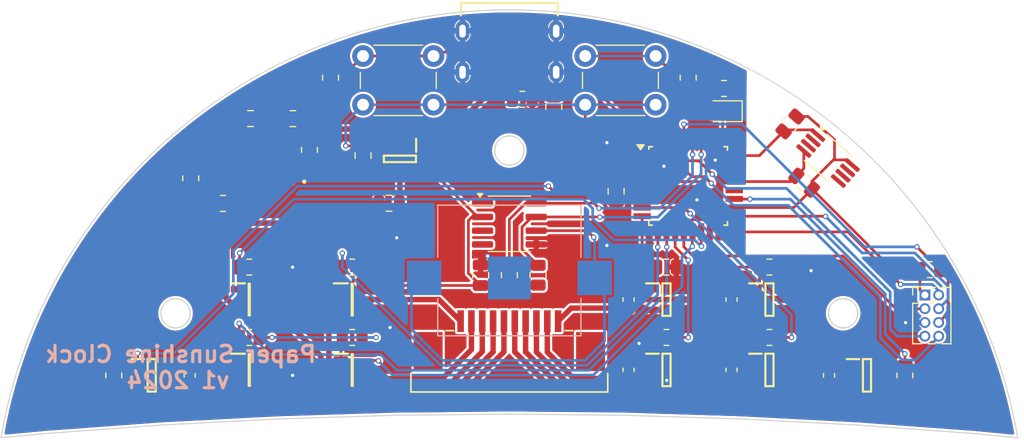
<source format=kicad_pcb>
(kicad_pcb (version 20240108) (generator "pcbnew") (generator_version "8.0")
  (layers (0 "F.Cu" signal) (31 "B.Cu" signal) (34 "B.Paste" user) (35 "F.Paste" user) (36 "B.SilkS" user "B.Silkscreen") (37 "F.SilkS" user "F.Silkscreen") (38 "B.Mask" user) (39 "F.Mask" user) (44 "Edge.Cuts" user))
  (net 0 "")
  (net 1 "GNDD")
  (net 2 "/G1T")
  (net 3 "/G1B")
  (net 4 "/G2T")
  (net 5 "/G2B")
  (net 6 "/G3B")
  (net 7 "/G3T")
  (net 8 "/V2")
  (net 9 "/V4")
  (net 10 "/V1")
  (net 11 "/V3")
  (net 12 "Net-(J2-CC1)")
  (net 13 "/ADC2")
  (net 14 "/SCK")
  (net 15 "/RTC_BAT")
  (net 16 "/SDA")
  (net 17 "/SCL")
  (net 18 "Net-(D1-A)")
  (net 19 "/PIN 3")
  (net 20 "Net-(J2-CC2)")
  (net 21 "/MOSI")
  (net 22 "/MISO")
  (net 23 "/RESET")
  (net 24 "/PIN 6")
  (net 25 "/PIN 4")
  (net 26 "/ADC6")
  (net 27 "/ADC0")
  (net 28 "/ADC7")
  (net 29 "/ADC1")
  (net 30 "/PIN 10")
  (net 31 "/PIN 9")
  (net 32 "/PIN 5")
  (net 33 "/PIN 20")
  (net 34 "/PIN 21")
  (net 38 "/PIN 7")
  (net 39 "/ADC3")
  (net 40 "/VBUS")
  (net 41 "/PIN 2")
  (net 42 "/3.3v")
  (net 43 "/5v")
  (net 44 "Net-(U3-ILM)")
  (net 46 "Net-(U3-OVCSEL)")
  (net 48 "/RX")
  (net 50 "/PIN 8")
  (net 51 "/PIN 23")
  (net 52 "/PIN 24")
  (net 58 "/TX")
  (net 59 "Net-(Q5-D)")
  (net 60 "Net-(Q10-D)")
  (net 61 "Net-(Q9-D)")
  (net 62 "Net-(Q8-D)")
  (net 63 "Net-(Q7-D)")
  (net 64 "Net-(Q6-D)")
  (net 65 "Net-(U3-EN{slash}UVLO)")
  (footprint "Capacitor_SMD:C_0805_2012Metric" (layer "F.Cu") (at -13.5 -6.3 90)
    (property "Reference" "C5" (hide yes))
    (property "Value" "2.2uF" (hide yes))
  )
  (footprint "Resistor_SMD:R_0805_2012Metric" (layer "F.Cu") (at 36.5 14 90)
    (property "Reference" "R10" (hide yes))
    (property "Value" "10k" (hide yes))
  )
  (footprint "Resistor_SMD:R_0805_2012Metric" (layer "F.Cu") (at 38.795 4.235)
    (property "Reference" "R17" (hide yes))
    (property "Value" "10k" (hide yes))
  )
  (footprint "Resistor_SMD:R_0805_2012Metric" (layer "F.Cu") (at 25.905 -9.225 -131)
    (property "Reference" "R20" (hide yes))
    (property "Value" "4.7k" (hide yes))
  )
  (footprint "Clock:SOT95P237X112-3N" (layer "F.Cu") (at -14.5 7)
    (property "Reference" "Q1" (hide yes))
    (property "Value" "SI2393DS-T1-GE3" (hide yes))
  )
  (footprint "Capacitor_SMD:C_0805_2012Metric" (layer "F.Cu") (at -11.1 -1.9)
    (property "Reference" "C6" (hide yes))
    (property "Value" "1uF" (hide yes))
  )
  (footprint "Resistor_SMD:R_0805_2012Metric" (layer "F.Cu") (at 1.2 -11.5 180)
    (property "Reference" "R16" (hide yes))
    (property "Value" "5.1k" (hide yes))
  )
  (footprint "Capacitor_SMD:C_0805_2012Metric" (layer "F.Cu") (at 9.85 -3 90)
    (property "Reference" "C8" (hide yes))
    (property "Value" "0.1uF" (hide yes))
  )
  (footprint "Clock:SOT95P285X130-3N" (layer "F.Cu") (at 24 7)
    (property "Reference" "Q8" (hide yes))
    (property "Value" "DMN2020LSN-7" (hide yes))
  )
  (footprint "Capacitor_SMD:C_0805_2012Metric" (layer "F.Cu") (at -2.65 4.75 -90)
    (property "Reference" "C2" (hide yes))
    (property "Value" "0.1uF" (hide yes))
  )
  (footprint "Clock:SOT95P237X112-3N" (layer "F.Cu") (at -24 7)
    (property "Reference" "Q3" (hide yes))
    (property "Value" "SI2393DS-T1-GE3" (hide yes))
  )
  (footprint "Button_Switch_THT:SW_PUSH_6mm" (layer "F.Cu") (at 13.5 -11 180)
    (property "Reference" "SW2" (hide yes))
    (property "Value" "Time Adj" (hide yes))
  )
  (footprint "Clock:SOT95P285X130-3N" (layer "F.Cu") (at 14.5 7)
    (property "Reference" "Q6" (hide yes))
    (property "Value" "DMN2020LSN-7" (hide yes))
  )
  (footprint "Fuse:Fuse_0603_1608Metric" (layer "F.Cu") (at 20.5 13.5 -90)
    (property "Reference" "F3" (hide yes))
    (property "Value" "Fuse" (hide yes))
  )
  (footprint "Resistor_SMD:R_0805_2012Metric" (layer "F.Cu") (at 19.8 -12.5)
    (property "Reference" "R18" (hide yes))
    (property "Value" "60" (hide yes))
  )
  (footprint "Resistor_SMD:R_0805_2012Metric" (layer "F.Cu") (at 4.1 -10.8 90)
    (property "Reference" "R15" (hide yes))
    (property "Value" "5.1k" (hide yes))
  )
  (footprint "Fuse:Fuse_0603_1608Metric" (layer "F.Cu") (at 11 7 -90)
    (property "Reference" "F6" (hide yes))
    (property "Value" "Fuse" (hide yes))
  )
  (footprint "Package_QFP:TQFP-32_7x7mm_P0.8mm" (layer "F.Cu") (at 16.5 -3.5)
    (property "Reference" "U6" (hide yes))
    (property "Value" "ATmega328PB-A" (hide yes))
  )
  (footprint "Capacitor_SMD:C_0805_2012Metric" (layer "F.Cu") (at -19.975 -9.715)
    (property "Reference" "C4" (hide yes))
    (property "Value" "0.1uF" (hide yes))
  )
  (footprint "Capacitor_SMD:C_0805_2012Metric" (layer "F.Cu") (at -23.885 -9.725 180)
    (property "Reference" "C1" (hide yes))
    (property "Value" "1uF" (hide yes))
  )
  (footprint "Package_SO:MSOP-8_3x3mm_P0.65mm" (layer "F.Cu") (at 29.405 -6.075 -41)
    (property "Reference" "U1" (hide yes))
    (property "Value" "DS18B20U" (hide yes))
  )
  (footprint "Clock:SOT95P282X145-3N" (layer "F.Cu") (at -10.1 -6 -90)
    (property "Reference" "D5" (hide yes))
    (property "Value" "AP2210N-3.3TRG1" (hide yes))
  )
  (footprint "Resistor_SMD:R_0805_2012Metric" (layer "F.Cu") (at -14.5 4 180)
    (property "Reference" "R1" (hide yes))
    (property "Value" "10k" (hide yes))
  )
  (footprint "Resistor_SMD:R_0805_2012Metric" (layer "F.Cu") (at 24 10.5)
    (property "Reference" "R9" (hide yes))
    (property "Value" "10k" (hide yes))
  )
  (footprint "Resistor_SMD:R_0805_2012Metric" (layer "F.Cu") (at 24 4 180)
    (property "Reference" "R8" (hide yes))
    (property "Value" "10k" (hide yes))
  )
  (footprint "Fuse:Fuse_0603_1608Metric" (layer "F.Cu") (at -29.5 14 -90)
    (property "Reference" "F1" (hide yes))
    (property "Value" "Fuse" (hide yes))
  )
  (footprint "Resistor_SMD:R_0805_2012Metric" (layer "F.Cu") (at -24 10.5 180)
    (property "Reference" "R4" (hide yes))
    (property "Value" "10k" (hide yes))
  )
  (footprint "Fuse:Fuse_0603_1608Metric" (layer "F.Cu") (at 29.5 14 -90)
    (property "Reference" "F2" (hide yes))
    (property "Value" "Fuse" (hide yes))
  )
  (footprint "Clock:SOT95P285X130-3N" (layer "F.Cu") (at 14.5 13.5)
    (property "Reference" "Q7" (hide yes))
    (property "Value" "DMN2020LSN-7" (hide yes))
  )
  (footprint "Button_Switch_THT:SW_PUSH_6mm" (layer "F.Cu") (at -7 -11 180)
    (property "Reference" "SW1" (hide yes))
    (property "Value" "Sparkle" (hide yes))
  )
  (footprint "Clock:SOT95P237X112-3N" (layer "F.Cu") (at -14.5 13.5)
    (property "Reference" "Q2" (hide yes))
    (property "Value" "SI2393DS-T1-GE3" (hide yes))
  )
  (footprint "Fuse:Fuse_0603_1608Metric" (layer "F.Cu") (at 20.5 7 -90)
    (property "Reference" "F4" (hide yes))
    (property "Value" "Fuse" (hide yes))
  )
  (footprint "Resistor_SMD:R_0805_2012Metric" (layer "F.Cu") (at -14.5 10.5 180)
    (property "Reference" "R2" (hide yes))
    (property "Value" "10k" (hide yes))
  )
  (footprint "Clock:SOT95P285X130-3N" (layer "F.Cu") (at 24 13.5)
    (property "Reference" "Q9" (hide yes))
    (property "Value" "DMN2020LSN-7" (hide yes))
  )
  (footprint "Fuse:Fuse_0603_1608Metric" (layer "F.Cu") (at 11 13.5 -90)
    (property "Reference" "F5" (hide yes))
    (property "Value" "Fuse" (hide yes))
  )
  (footprint "Clock:SOT95P237X112-3N" (layer "F.Cu") (at -24 13.5)
    (property "Reference" "Q4" (hide yes))
    (property "Value" "SI2393DS-T1-GE3" (hide yes))
  )
  (footprint "Resistor_SMD:R_0805_2012Metric" (layer "F.Cu") (at 14.5 4 180)
    (property "Reference" "R6" (hide yes))
    (property "Value" "10k" (hide yes))
  )
  (footprint "Resistor_SMD:R_0805_2012Metric" (layer "F.Cu") (at 16.5 -13.5 90)
    (property "Reference" "R13" (hide yes))
    (property "Value" "10k" (hide yes))
  )
  (footprint "Resistor_SMD:R_0805_2012Metric" (layer "F.Cu") (at -24 4 180)
    (property "Reference" "R3" (hide yes))
    (property "Value" "10k" (hide yes))
  )
  (footprint "Resistor_SMD:R_0805_2012Metric" (layer "F.Cu") (at -29.4 -4.2 90)
    (property "Reference" "R19" (hide yes))
    (property "Value" "500" (hide yes))
  )
  (footprint "Resistor_SMD:R_0805_2012Metric" (layer "F.Cu") (at 14.5 10.5)
    (property "Reference" "R7" (hide yes))
    (property "Value" "10k" (hide yes))
  )
  (footprint "Clock:SOT95P285X130-3N" (layer "F.Cu") (at 33 14)
    (property "Reference" "Q10" (hide yes))
    (property "Value" "DMN2020LSN-7" (hide yes))
  )
  (footprint "Clock:IC_TPS259621DDAT" (layer "F.Cu") (at -23.9 -5.8 180)
    (property "Reference" "U3" (hide yes))
    (property "Value" "TPS259621DDAT" (hide yes))
  )
  (footprint "Clock:GCT_USB4125-GF-A-0190_REVA2" (layer "F.Cu") (at 0 -17 180)
    (property "Reference" "J2" (hide yes))
    (property "Value" "USB4125-GF-A-0190" (hide yes))
  )
  (footprint "Resistor_SMD:R_0805_2012Metric" (layer "F.Cu") (at -36.5 14 90)
    (property "Reference" "R5" (hide yes))
    (property "Value" "10k" (hide yes))
  )
  (footprint "Clock:CON10_SMT-RA_FCC-FPC2" (layer "F.Cu") (at 0 11.7 180)
    (property "Reference" "J3" (hide yes))
    (property "Value" "Conn_01x10_Pin" (hide yes))
  )
  (footprint "Connector_PinHeader_1.27mm:PinHeader_2x04_P1.27mm_Vertical" (layer "F.Cu") (at 38.345 6.575)
    (property "Reference" "J4" (hide yes))
    (property "Value" "Conn_02x04_Odd_Even" (hide yes))
  )
  (footprint "LED_SMD:LED_0805_2012Metric" (layer "F.Cu") (at 19.8 -10.4 180)
    (property "Reference" "D1" (hide yes))
    (property "Value" "LED" (hide yes))
  )
  (footprint "Resistor_SMD:R_0805_2012Metric" (layer "F.Cu") (at 0 4.75 90)
    (property "Reference" "R11" (hide yes))
    (property "Value" "4.7k" (hide yes))
  )
  (footprint "Package_SO:SOIC-8_3.9x4.9mm_P1.27mm" (layer "F.Cu") (at 0 0)
    (property "Reference" "U2" (hide yes))
    (property "Value" "DS3231MZ" (hide yes))
  )
  (footprint "Resistor_SMD:R_0805_2012Metric" (layer "F.Cu") (at -18.445 -6.825 -90)
    (property "Reference" "R22" (hide yes))
    (property "Value" "400k" (hide yes))
  )
  (footprint "Capacitor_SMD:C_0805_2012Metric" (layer "F.Cu") (at 27.2 -3.8 -41)
    (property "Reference" "C3" (hide yes))
    (property "Value" "0.1uF" (hide yes))
  )
  (footprint "Resistor_SMD:R_0805_2012Metric" (layer "F.Cu") (at -16.5 -13.5 90)
    (property "Reference" "R14" (hide yes))
    (property "Value" "10k" (hide yes))
  )
  (footprint "Resistor_SMD:R_0805_2012Metric" (layer "F.Cu") (at 2.65 4.75 90)
    (property "Reference" "R12" (hide yes))
    (property "Value" "4.7k" (hide yes))
  )
  (footprint "Clock:control_pcb_outline" (layer "F.Cu") (at 0 0)
    (property "Reference" "Ref**" (hide yes))
    (property "Value" "Val**" (hide yes))
    (fp_line (start -46.91 19.762968) (end -42.8086 19.375268) (stroke (width 0.1)) (layer "Edge.Cuts"))
    (fp_line (start -46.7569 18.911708) (end -46.91 19.762968) (stroke (width 0.1)) (layer "Edge.Cuts"))
    (fp_line (start -46.5598 17.934458) (end -46.7569 18.911708) (stroke (width 0.1)) (layer "Edge.Cuts"))
    (fp_line (start -46.3424 16.961558) (end -46.5598 17.934458) (stroke (width 0.1)) (layer "Edge.Cuts"))
    (fp_line (start -46.1046 15.993458) (end -46.3424 16.961558) (stroke (width 0.1)) (layer "Edge.Cuts"))
    (fp_line (start -45.8465 15.030458) (end -46.1046 15.993458) (stroke (width 0.1)) (layer "Edge.Cuts"))
    (fp_line (start -45.5684 14.073158) (end -45.8465 15.030458) (stroke (width 0.1)) (layer "Edge.Cuts"))
    (fp_line (start -45.2703 13.121858) (end -45.5684 14.073158) (stroke (width 0.1)) (layer "Edge.Cuts"))
    (fp_line (start -44.9523 12.176958) (end -45.2703 13.121858) (stroke (width 0.1)) (layer "Edge.Cuts"))
    (fp_line (start -44.6146 11.239058) (end -44.9523 12.176958) (stroke (width 0.1)) (layer "Edge.Cuts"))
    (fp_line (start -44.2574 10.308358) (end -44.6146 11.239058) (stroke (width 0.1)) (layer "Edge.Cuts"))
    (fp_line (start -43.8807 9.385358) (end -44.2574 10.308358) (stroke (width 0.1)) (layer "Edge.Cuts"))
    (fp_line (start -43.4848 8.470358) (end -43.8807 9.385358) (stroke (width 0.1)) (layer "Edge.Cuts"))
    (fp_line (start -43.0698 7.563958) (end -43.4848 8.470358) (stroke (width 0.1)) (layer "Edge.Cuts"))
    (fp_line (start -42.8086 19.375268) (end -32.1229 18.590558) (stroke (width 0.1)) (layer "Edge.Cuts"))
    (fp_line (start -42.6359 6.666458) (end -43.0698 7.563958) (stroke (width 0.1)) (layer "Edge.Cuts"))
    (fp_line (start -42.1833 5.778158) (end -42.6359 6.666458) (stroke (width 0.1)) (layer "Edge.Cuts"))
    (fp_line (start -41.7122 4.899558) (end -42.1833 5.778158) (stroke (width 0.1)) (layer "Edge.Cuts"))
    (fp_line (start -41.2228 4.031058) (end -41.7122 4.899558) (stroke (width 0.1)) (layer "Edge.Cuts"))
    (fp_line (start -40.7153 3.172958) (end -41.2228 4.031058) (stroke (width 0.1)) (layer "Edge.Cuts"))
    (fp_line (start -40.19 2.325658) (end -40.7153 3.172958) (stroke (width 0.1)) (layer "Edge.Cuts"))
    (fp_line (start -39.6471 1.489658) (end -40.19 2.325658) (stroke (width 0.1)) (layer "Edge.Cuts"))
    (fp_line (start -39.0867 0.665058) (end -39.6471 1.489658) (stroke (width 0.1)) (layer "Edge.Cuts"))
    (fp_line (start -38.5092 -0.147542) (end -39.0867 0.665058) (stroke (width 0.1)) (layer "Edge.Cuts"))
    (fp_line (start -37.9148 -0.947842) (end -38.5092 -0.147542) (stroke (width 0.1)) (layer "Edge.Cuts"))
    (fp_line (start -37.3038 -1.735542) (end -37.9148 -0.947842) (stroke (width 0.1)) (layer "Edge.Cuts"))
    (fp_line (start -36.6764 -2.510342) (end -37.3038 -1.735542) (stroke (width 0.1)) (layer "Edge.Cuts"))
    (fp_line (start -36.033 -3.271742) (end -36.6764 -2.510342) (stroke (width 0.1)) (layer "Edge.Cuts"))
    (fp_line (start -35.3737 -4.019542) (end -36.033 -3.271742) (stroke (width 0.1)) (layer "Edge.Cuts"))
    (fp_line (start -34.6989 -4.753342) (end -35.3737 -4.019542) (stroke (width 0.1)) (layer "Edge.Cuts"))
    (fp_line (start -34.0089 -5.472942) (end -34.6989 -4.753342) (stroke (width 0.1)) (layer "Edge.Cuts"))
    (fp_line (start -33.304 -6.177842) (end -34.0089 -5.472942) (stroke (width 0.1)) (layer "Edge.Cuts"))
    (fp_line (start -32.5844 -6.867842) (end -33.304 -6.177842) (stroke (width 0.1)) (layer "Edge.Cuts"))
    (fp_line (start -32.1501 8.259858) (end -32.1497 8.231558) (stroke (width 0.1)) (layer "Edge.Cuts"))
    (fp_line (start -32.1499 8.288158) (end -32.1501 8.259858) (stroke (width 0.1)) (layer "Edge.Cuts"))
    (fp_line (start -32.1497 8.231558) (end -32.1487 8.203358) (stroke (width 0.1)) (layer "Edge.Cuts"))
    (fp_line (start -32.1491 8.316358) (end -32.1499 8.288158) (stroke (width 0.1)) (layer "Edge.Cuts"))
    (fp_line (start -32.1487 8.203358) (end -32.1467 8.175158) (stroke (width 0.1)) (layer "Edge.Cuts"))
    (fp_line (start -32.1481 8.344658) (end -32.1491 8.316358) (stroke (width 0.1)) (layer "Edge.Cuts"))
    (fp_line (start -32.1467 8.175158) (end -32.1447 8.146958) (stroke (width 0.1)) (layer "Edge.Cuts"))
    (fp_line (start -32.1461 8.372858) (end -32.1481 8.344658) (stroke (width 0.1)) (layer "Edge.Cuts"))
    (fp_line (start -32.1447 8.146958) (end -32.1417 8.118758) (stroke (width 0.1)) (layer "Edge.Cuts"))
    (fp_line (start -32.1431 8.401058) (end -32.1461 8.372858) (stroke (width 0.1)) (layer "Edge.Cuts"))
    (fp_line (start -32.1417 8.118758) (end -32.1387 8.090758) (stroke (width 0.1)) (layer "Edge.Cuts"))
    (fp_line (start -32.1401 8.429058) (end -32.1431 8.401058) (stroke (width 0.1)) (layer "Edge.Cuts"))
    (fp_line (start -32.1387 8.090758) (end -32.1347 8.062758) (stroke (width 0.1)) (layer "Edge.Cuts"))
    (fp_line (start -32.1361 8.457158) (end -32.1401 8.429058) (stroke (width 0.1)) (layer "Edge.Cuts"))
    (fp_line (start -32.1347 8.062758) (end -32.1297 8.034758) (stroke (width 0.1)) (layer "Edge.Cuts"))
    (fp_line (start -32.1321 8.485058) (end -32.1361 8.457158) (stroke (width 0.1)) (layer "Edge.Cuts"))
    (fp_line (start -32.1297 8.034758) (end -32.1247 8.006958) (stroke (width 0.1)) (layer "Edge.Cuts"))
    (fp_line (start -32.1271 8.512958) (end -32.1321 8.485058) (stroke (width 0.1)) (layer "Edge.Cuts"))
    (fp_line (start -32.1247 8.006958) (end -32.1187 7.979258) (stroke (width 0.1)) (layer "Edge.Cuts"))
    (fp_line (start -32.1229 18.590558) (end -21.4231 18.029808) (stroke (width 0.1)) (layer "Edge.Cuts"))
    (fp_line (start -32.1221 8.540658) (end -32.1271 8.512958) (stroke (width 0.1)) (layer "Edge.Cuts"))
    (fp_line (start -32.1187 7.979258) (end -32.1127 7.951758) (stroke (width 0.1)) (layer "Edge.Cuts"))
    (fp_line (start -32.1161 8.568258) (end -32.1221 8.540658) (stroke (width 0.1)) (layer "Edge.Cuts"))
    (fp_line (start -32.1127 7.951758) (end -32.1057 7.924258) (stroke (width 0.1)) (layer "Edge.Cuts"))
    (fp_line (start -32.1091 8.595758) (end -32.1161 8.568258) (stroke (width 0.1)) (layer "Edge.Cuts"))
    (fp_line (start -32.1057 7.924258) (end -32.0987 7.896958) (stroke (width 0.1)) (layer "Edge.Cuts"))
    (fp_line (start -32.1021 8.623058) (end -32.1091 8.595758) (stroke (width 0.1)) (layer "Edge.Cuts"))
    (fp_line (start -32.0987 7.896958) (end -32.0907 7.869858) (stroke (width 0.1)) (layer "Edge.Cuts"))
    (fp_line (start -32.0941 8.650258) (end -32.1021 8.623058) (stroke (width 0.1)) (layer "Edge.Cuts"))
    (fp_line (start -32.0907 7.869858) (end -32.0827 7.842958) (stroke (width 0.1)) (layer "Edge.Cuts"))
    (fp_line (start -32.0861 8.677258) (end -32.0941 8.650258) (stroke (width 0.1)) (layer "Edge.Cuts"))
    (fp_line (start -32.0827 7.842958) (end -32.0737 7.816158) (stroke (width 0.1)) (layer "Edge.Cuts"))
    (fp_line (start -32.0771 8.704058) (end -32.0861 8.677258) (stroke (width 0.1)) (layer "Edge.Cuts"))
    (fp_line (start -32.0737 7.816158) (end -32.0637 7.789558) (stroke (width 0.1)) (layer "Edge.Cuts"))
    (fp_line (start -32.0671 8.730758) (end -32.0771 8.704058) (stroke (width 0.1)) (layer "Edge.Cuts"))
    (fp_line (start -32.0637 7.789558) (end -32.0535 7.763258) (stroke (width 0.1)) (layer "Edge.Cuts"))
    (fp_line (start -32.057 8.757158) (end -32.0671 8.730758) (stroke (width 0.1)) (layer "Edge.Cuts"))
    (fp_line (start -32.0535 7.763258) (end -32.0427 7.737058) (stroke (width 0.1)) (layer "Edge.Cuts"))
    (fp_line (start -32.0465 8.783358) (end -32.057 8.757158) (stroke (width 0.1)) (layer "Edge.Cuts"))
    (fp_line (start -32.0427 7.737058) (end -32.0314 7.711158) (stroke (width 0.1)) (layer "Edge.Cuts"))
    (fp_line (start -32.0353 8.809358) (end -32.0465 8.783358) (stroke (width 0.1)) (layer "Edge.Cuts"))
    (fp_line (start -32.0314 7.711158) (end -32.0195 7.685558) (stroke (width 0.1)) (layer "Edge.Cuts"))
    (fp_line (start -32.0236 8.835158) (end -32.0353 8.809358) (stroke (width 0.1)) (layer "Edge.Cuts"))
    (fp_line (start -32.0195 7.685558) (end -32.0071 7.660158) (stroke (width 0.1)) (layer "Edge.Cuts"))
    (fp_line (start -32.0114 8.860658) (end -32.0236 8.835158) (stroke (width 0.1)) (layer "Edge.Cuts"))
    (fp_line (start -32.0071 7.660158) (end -31.9942 7.634958) (stroke (width 0.1)) (layer "Edge.Cuts"))
    (fp_line (start -31.9987 8.885858) (end -32.0114 8.860658) (stroke (width 0.1)) (layer "Edge.Cuts"))
    (fp_line (start -31.9942 7.634958) (end -31.9808 7.610058) (stroke (width 0.1)) (layer "Edge.Cuts"))
    (fp_line (start -31.9854 8.910858) (end -31.9987 8.885858) (stroke (width 0.1)) (layer "Edge.Cuts"))
    (fp_line (start -31.9808 7.610058) (end -31.9668 7.585458) (stroke (width 0.1)) (layer "Edge.Cuts"))
    (fp_line (start -31.9716 8.935458) (end -31.9854 8.910858) (stroke (width 0.1)) (layer "Edge.Cuts"))
    (fp_line (start -31.9668 7.585458) (end -31.9523 7.561258) (stroke (width 0.1)) (layer "Edge.Cuts"))
    (fp_line (start -31.9573 8.959858) (end -31.9716 8.935458) (stroke (width 0.1)) (layer "Edge.Cuts"))
    (fp_line (start -31.9523 7.561258) (end -31.9373 7.537258) (stroke (width 0.1)) (layer "Edge.Cuts"))
    (fp_line (start -31.9425 8.983958) (end -31.9573 8.959858) (stroke (width 0.1)) (layer "Edge.Cuts"))
    (fp_line (start -31.9373 7.537258) (end -31.9218 7.513558) (stroke (width 0.1)) (layer "Edge.Cuts"))
    (fp_line (start -31.9272 9.007758) (end -31.9425 8.983958) (stroke (width 0.1)) (layer "Edge.Cuts"))
    (fp_line (start -31.9218 7.513558) (end -31.9059 7.490258) (stroke (width 0.1)) (layer "Edge.Cuts"))
    (fp_line (start -31.9114 9.031158) (end -31.9272 9.007758) (stroke (width 0.1)) (layer "Edge.Cuts"))
    (fp_line (start -31.9059 7.490258) (end -31.8894 7.467258) (stroke (width 0.1)) (layer "Edge.Cuts"))
    (fp_line (start -31.8951 9.054258) (end -31.9114 9.031158) (stroke (width 0.1)) (layer "Edge.Cuts"))
    (fp_line (start -31.8894 7.467258) (end -31.8725 7.444658) (stroke (width 0.1)) (layer "Edge.Cuts"))
    (fp_line (start -31.8783 9.077058) (end -31.8951 9.054258) (stroke (width 0.1)) (layer "Edge.Cuts"))
    (fp_line (start -31.8725 7.444658) (end -31.8551 7.422358) (stroke (width 0.1)) (layer "Edge.Cuts"))
    (fp_line (start -31.861 9.099458) (end -31.8783 9.077058) (stroke (width 0.1)) (layer "Edge.Cuts"))
    (fp_line (start -31.8551 7.422358) (end -31.8372 7.400458) (stroke (width 0.1)) (layer "Edge.Cuts"))
    (fp_line (start -31.8506 -7.542642) (end -32.5844 -6.867842) (stroke (width 0.1)) (layer "Edge.Cuts"))
    (fp_line (start -31.8433 9.121458) (end -31.861 9.099458) (stroke (width 0.1)) (layer "Edge.Cuts"))
    (fp_line (start -31.8372 7.400458) (end -31.8189 7.378858) (stroke (width 0.1)) (layer "Edge.Cuts"))
    (fp_line (start -31.8251 9.143158) (end -31.8433 9.121458) (stroke (width 0.1)) (layer "Edge.Cuts"))
    (fp_line (start -31.8189 7.378858) (end -31.8001 7.357758) (stroke (width 0.1)) (layer "Edge.Cuts"))
    (fp_line (start -31.8065 9.164358) (end -31.8251 9.143158) (stroke (width 0.1)) (layer "Edge.Cuts"))
    (fp_line (start -31.8001 7.357758) (end -31.7809 7.337058) (stroke (width 0.1)) (layer "Edge.Cuts"))
    (fp_line (start -31.7874 9.185258) (end -31.8065 9.164358) (stroke (width 0.1)) (layer "Edge.Cuts"))
    (fp_line (start -31.7809 7.337058) (end -31.7613 7.316658) (stroke (width 0.1)) (layer "Edge.Cuts"))
    (fp_line (start -31.7679 9.205758) (end -31.7874 9.185258) (stroke (width 0.1)) (layer "Edge.Cuts"))
    (fp_line (start -31.7613 7.316658) (end -31.7412 7.296758) (stroke (width 0.1)) (layer "Edge.Cuts"))
    (fp_line (start -31.748 9.225858) (end -31.7679 9.205758) (stroke (width 0.1)) (layer "Edge.Cuts"))
    (fp_line (start -31.7412 7.296758) (end -31.7207 7.277258) (stroke (width 0.1)) (layer "Edge.Cuts"))
    (fp_line (start -31.7277 9.245458) (end -31.748 9.225858) (stroke (width 0.1)) (layer "Edge.Cuts"))
    (fp_line (start -31.7207 7.277258) (end -31.6998 7.258158) (stroke (width 0.1)) (layer "Edge.Cuts"))
    (fp_line (start -31.7069 9.264658) (end -31.7277 9.245458) (stroke (width 0.1)) (layer "Edge.Cuts"))
    (fp_line (start -31.6998 7.258158) (end -31.6786 7.239558) (stroke (width 0.1)) (layer "Edge.Cuts"))
    (fp_line (start -31.6858 9.283458) (end -31.7069 9.264658) (stroke (width 0.1)) (layer "Edge.Cuts"))
    (fp_line (start -31.6786 7.239558) (end -31.6569 7.221358) (stroke (width 0.1)) (layer "Edge.Cuts"))
    (fp_line (start -31.6643 9.301758) (end -31.6858 9.283458) (stroke (width 0.1)) (layer "Edge.Cuts"))
    (fp_line (start -31.6569 7.221358) (end -31.6349 7.203658) (stroke (width 0.1)) (layer "Edge.Cuts"))
    (fp_line (start -31.6424 9.319658) (end -31.6643 9.301758) (stroke (width 0.1)) (layer "Edge.Cuts"))
    (fp_line (start -31.6349 7.203658) (end -31.6125 7.186458) (stroke (width 0.1)) (layer "Edge.Cuts"))
    (fp_line (start -31.6201 9.337058) (end -31.6424 9.319658) (stroke (width 0.1)) (layer "Edge.Cuts"))
    (fp_line (start -31.6125 7.186458) (end -31.5897 7.169658) (stroke (width 0.1)) (layer "Edge.Cuts"))
    (fp_line (start -31.5974 9.353958) (end -31.6201 9.337058) (stroke (width 0.1)) (layer "Edge.Cuts"))
    (fp_line (start -31.5897 7.169658) (end -31.5666 7.153358) (stroke (width 0.1)) (layer "Edge.Cuts"))
    (fp_line (start -31.5744 9.370458) (end -31.5974 9.353958) (stroke (width 0.1)) (layer "Edge.Cuts"))
    (fp_line (start -31.5666 7.153358) (end -31.5432 7.137558) (stroke (width 0.1)) (layer "Edge.Cuts"))
    (fp_line (start -31.5511 9.386458) (end -31.5744 9.370458) (stroke (width 0.1)) (layer "Edge.Cuts"))
    (fp_line (start -31.5432 7.137558) (end -31.5194 7.122258) (stroke (width 0.1)) (layer "Edge.Cuts"))
    (fp_line (start -31.5275 9.401858) (end -31.5511 9.386458) (stroke (width 0.1)) (layer "Edge.Cuts"))
    (fp_line (start -31.5194 7.122258) (end -31.4953 7.107458) (stroke (width 0.1)) (layer "Edge.Cuts"))
    (fp_line (start -31.5035 9.416858) (end -31.5275 9.401858) (stroke (width 0.1)) (layer "Edge.Cuts"))
    (fp_line (start -31.4953 7.107458) (end -31.4709 7.093058) (stroke (width 0.1)) (layer "Edge.Cuts"))
    (fp_line (start -31.4792 9.431358) (end -31.5035 9.416858) (stroke (width 0.1)) (layer "Edge.Cuts"))
    (fp_line (start -31.4709 7.093058) (end -31.4463 7.079258) (stroke (width 0.1)) (layer "Edge.Cuts"))
    (fp_line (start -31.4546 9.445358) (end -31.4792 9.431358) (stroke (width 0.1)) (layer "Edge.Cuts"))
    (fp_line (start -31.4463 7.079258) (end -31.4213 7.066058) (stroke (width 0.1)) (layer "Edge.Cuts"))
    (fp_line (start -31.4297 9.458758) (end -31.4546 9.445358) (stroke (width 0.1)) (layer "Edge.Cuts"))
    (fp_line (start -31.4213 7.066058) (end -31.3961 7.053258) (stroke (width 0.1)) (layer "Edge.Cuts"))
    (fp_line (start -31.4046 9.471658) (end -31.4297 9.458758) (stroke (width 0.1)) (layer "Edge.Cuts"))
    (fp_line (start -31.3961 7.053258) (end -31.3706 7.041058) (stroke (width 0.1)) (layer "Edge.Cuts"))
    (fp_line (start -31.3792 9.484058) (end -31.4046 9.471658) (stroke (width 0.1)) (layer "Edge.Cuts"))
    (fp_line (start -31.3706 7.041058) (end -31.3448 7.029358) (stroke (width 0.1)) (layer "Edge.Cuts"))
    (fp_line (start -31.3535 9.495958) (end -31.3792 9.484058) (stroke (width 0.1)) (layer "Edge.Cuts"))
    (fp_line (start -31.3448 7.029358) (end -31.3188 7.018258) (stroke (width 0.1)) (layer "Edge.Cuts"))
    (fp_line (start -31.3276 9.507258) (end -31.3535 9.495958) (stroke (width 0.1)) (layer "Edge.Cuts"))
    (fp_line (start -31.3188 7.018258) (end -31.2926 7.007658) (stroke (width 0.1)) (layer "Edge.Cuts"))
    (fp_line (start -31.3015 9.518058) (end -31.3276 9.507258) (stroke (width 0.1)) (layer "Edge.Cuts"))
    (fp_line (start -31.2926 7.007658) (end -31.2662 6.997658) (stroke (width 0.1)) (layer "Edge.Cuts"))
    (fp_line (start -31.2751 9.528258) (end -31.3015 9.518058) (stroke (width 0.1)) (layer "Edge.Cuts"))
    (fp_line (start -31.2662 6.997658) (end -31.2395 6.988158) (stroke (width 0.1)) (layer "Edge.Cuts"))
    (fp_line (start -31.2485 9.537958) (end -31.2751 9.528258) (stroke (width 0.1)) (layer "Edge.Cuts"))
    (fp_line (start -31.2395 6.988158) (end -31.2127 6.979258) (stroke (width 0.1)) (layer "Edge.Cuts"))
    (fp_line (start -31.2218 9.547058) (end -31.2485 9.537958) (stroke (width 0.1)) (layer "Edge.Cuts"))
    (fp_line (start -31.2127 6.979258) (end -31.1857 6.970858) (stroke (width 0.1)) (layer "Edge.Cuts"))
    (fp_line (start -31.1948 9.555558) (end -31.2218 9.547058) (stroke (width 0.1)) (layer "Edge.Cuts"))
    (fp_line (start -31.1857 6.970858) (end -31.1585 6.963058) (stroke (width 0.1)) (layer "Edge.Cuts"))
    (fp_line (start -31.1677 9.563558) (end -31.1948 9.555558) (stroke (width 0.1)) (layer "Edge.Cuts"))
    (fp_line (start -31.1585 6.963058) (end -31.1312 6.955858) (stroke (width 0.1)) (layer "Edge.Cuts"))
    (fp_line (start -31.1404 9.570958) (end -31.1677 9.563558) (stroke (width 0.1)) (layer "Edge.Cuts"))
    (fp_line (start -31.1312 6.955858) (end -31.1037 6.949158) (stroke (width 0.1)) (layer "Edge.Cuts"))
    (fp_line (start -31.113 9.577858) (end -31.1404 9.570958) (stroke (width 0.1)) (layer "Edge.Cuts"))
    (fp_line (start -31.1037 6.949158) (end -31.0761 6.943158) (stroke (width 0.1)) (layer "Edge.Cuts"))
    (fp_line (start -31.1028 -8.201942) (end -31.8506 -7.542642) (stroke (width 0.1)) (layer "Edge.Cuts"))
    (fp_line (start -31.0854 9.584058) (end -31.113 9.577858) (stroke (width 0.1)) (layer "Edge.Cuts"))
    (fp_line (start -31.0761 6.943158) (end -31.0484 6.937658) (stroke (width 0.1)) (layer "Edge.Cuts"))
    (fp_line (start -31.0577 9.589758) (end -31.0854 9.584058) (stroke (width 0.1)) (layer "Edge.Cuts"))
    (fp_line (start -31.0484 6.937658) (end -31.0205 6.932758) (stroke (width 0.1)) (layer "Edge.Cuts"))
    (fp_line (start -31.0299 9.594858) (end -31.0577 9.589758) (stroke (width 0.1)) (layer "Edge.Cuts"))
    (fp_line (start -31.0205 6.932758) (end -30.9926 6.928358) (stroke (width 0.1)) (layer "Edge.Cuts"))
    (fp_line (start -31.002 9.599358) (end -31.0299 9.594858) (stroke (width 0.1)) (layer "Edge.Cuts"))
    (fp_line (start -30.9926 6.928358) (end -30.9645 6.924658) (stroke (width 0.1)) (layer "Edge.Cuts"))
    (fp_line (start -30.974 9.603358) (end -31.002 9.599358) (stroke (width 0.1)) (layer "Edge.Cuts"))
    (fp_line (start -30.9645 6.924658) (end -30.9364 6.921458) (stroke (width 0.1)) (layer "Edge.Cuts"))
    (fp_line (start -30.9459 9.606658) (end -30.974 9.603358) (stroke (width 0.1)) (layer "Edge.Cuts"))
    (fp_line (start -30.9364 6.921458) (end -30.9083 6.918958) (stroke (width 0.1)) (layer "Edge.Cuts"))
    (fp_line (start -30.9178 9.609458) (end -30.9459 9.606658) (stroke (width 0.1)) (layer "Edge.Cuts"))
    (fp_line (start -30.9083 6.918958) (end -30.8801 6.916958) (stroke (width 0.1)) (layer "Edge.Cuts"))
    (fp_line (start -30.8896 9.611658) (end -30.9178 9.609458) (stroke (width 0.1)) (layer "Edge.Cuts"))
    (fp_line (start -30.8801 6.916958) (end -30.8518 6.915558) (stroke (width 0.1)) (layer "Edge.Cuts"))
    (fp_line (start -30.8614 9.613158) (end -30.8896 9.611658) (stroke (width 0.1)) (layer "Edge.Cuts"))
    (fp_line (start -30.8518 6.915558) (end -30.8236 6.914758) (stroke (width 0.1)) (layer "Edge.Cuts"))
    (fp_line (start -30.8331 9.614158) (end -30.8614 9.613158) (stroke (width 0.1)) (layer "Edge.Cuts"))
    (fp_line (start -30.8236 6.914758) (end -30.7953 6.914558) (stroke (width 0.1)) (layer "Edge.Cuts"))
    (fp_line (start -30.8069 9.614558) (end -30.8331 9.614158) (stroke (width 0.1)) (layer "Edge.Cuts"))
    (fp_line (start -30.7953 6.914558) (end -30.767 6.914958) (stroke (width 0.1)) (layer "Edge.Cuts"))
    (fp_line (start -30.7787 9.614358) (end -30.8069 9.614558) (stroke (width 0.1)) (layer "Edge.Cuts"))
    (fp_line (start -30.767 6.914958) (end -30.7388 6.915958) (stroke (width 0.1)) (layer "Edge.Cuts"))
    (fp_line (start -30.7504 9.613558) (end -30.7787 9.614358) (stroke (width 0.1)) (layer "Edge.Cuts"))
    (fp_line (start -30.7388 6.915958) (end -30.7105 6.917558) (stroke (width 0.1)) (layer "Edge.Cuts"))
    (fp_line (start -30.7222 9.612158) (end -30.7504 9.613558) (stroke (width 0.1)) (layer "Edge.Cuts"))
    (fp_line (start -30.7105 6.917558) (end -30.6824 6.919758) (stroke (width 0.1)) (layer "Edge.Cuts"))
    (fp_line (start -30.6939 9.610258) (end -30.7222 9.612158) (stroke (width 0.1)) (layer "Edge.Cuts"))
    (fp_line (start -30.6824 6.919758) (end -30.6542 6.922458) (stroke (width 0.1)) (layer "Edge.Cuts"))
    (fp_line (start -30.6658 9.607658) (end -30.6939 9.610258) (stroke (width 0.1)) (layer "Edge.Cuts"))
    (fp_line (start -30.6542 6.922458) (end -30.6261 6.925858) (stroke (width 0.1)) (layer "Edge.Cuts"))
    (fp_line (start -30.6377 9.604558) (end -30.6658 9.607658) (stroke (width 0.1)) (layer "Edge.Cuts"))
    (fp_line (start -30.6261 6.925858) (end -30.5981 6.929758) (stroke (width 0.1)) (layer "Edge.Cuts"))
    (fp_line (start -30.6097 9.600758) (end -30.6377 9.604558) (stroke (width 0.1)) (layer "Edge.Cuts"))
    (fp_line (start -30.5981 6.929758) (end -30.5702 6.934258) (stroke (width 0.1)) (layer "Edge.Cuts"))
    (fp_line (start -30.5817 9.596458) (end -30.6097 9.600758) (stroke (width 0.1)) (layer "Edge.Cuts"))
    (fp_line (start -30.5702 6.934258) (end -30.5424 6.939358) (stroke (width 0.1)) (layer "Edge.Cuts"))
    (fp_line (start -30.5539 9.591558) (end -30.5817 9.596458) (stroke (width 0.1)) (layer "Edge.Cuts"))
    (fp_line (start -30.5424 6.939358) (end -30.5147 6.945058) (stroke (width 0.1)) (layer "Edge.Cuts"))
    (fp_line (start -30.5261 9.586058) (end -30.5539 9.591558) (stroke (width 0.1)) (layer "Edge.Cuts"))
    (fp_line (start -30.5147 6.945058) (end -30.4872 6.951358) (stroke (width 0.1)) (layer "Edge.Cuts"))
    (fp_line (start -30.4985 9.579958) (end -30.5261 9.586058) (stroke (width 0.1)) (layer "Edge.Cuts"))
    (fp_line (start -30.4872 6.951358) (end -30.4597 6.958158) (stroke (width 0.1)) (layer "Edge.Cuts"))
    (fp_line (start -30.4711 9.573358) (end -30.4985 9.579958) (stroke (width 0.1)) (layer "Edge.Cuts"))
    (fp_line (start -30.4597 6.958158) (end -30.4324 6.965558) (stroke (width 0.1)) (layer "Edge.Cuts"))
    (fp_line (start -30.4437 9.566158) (end -30.4711 9.573358) (stroke (width 0.1)) (layer "Edge.Cuts"))
    (fp_line (start -30.4324 6.965558) (end -30.4053 6.973558) (stroke (width 0.1)) (layer "Edge.Cuts"))
    (fp_line (start -30.4165 9.558358) (end -30.4437 9.566158) (stroke (width 0.1)) (layer "Edge.Cuts"))
    (fp_line (start -30.4053 6.973558) (end -30.3784 6.982158) (stroke (width 0.1)) (layer "Edge.Cuts"))
    (fp_line (start -30.3895 9.549958) (end -30.4165 9.558358) (stroke (width 0.1)) (layer "Edge.Cuts"))
    (fp_line (start -30.3784 6.982158) (end -30.3516 6.991258) (stroke (width 0.1)) (layer "Edge.Cuts"))
    (fp_line (start -30.3627 9.541058) (end -30.3895 9.549958) (stroke (width 0.1)) (layer "Edge.Cuts"))
    (fp_line (start -30.3516 6.991258) (end -30.325 7.000858) (stroke (width 0.1)) (layer "Edge.Cuts"))
    (fp_line (start -30.3414 -8.845342) (end -31.1028 -8.201942) (stroke (width 0.1)) (layer "Edge.Cuts"))
    (fp_line (start -30.3361 9.531558) (end -30.3627 9.541058) (stroke (width 0.1)) (layer "Edge.Cuts"))
    (fp_line (start -30.325 7.000858) (end -30.2987 7.011158) (stroke (width 0.1)) (layer "Edge.Cuts"))
    (fp_line (start -30.3096 9.521558) (end -30.3361 9.531558) (stroke (width 0.1)) (layer "Edge.Cuts"))
    (fp_line (start -30.2987 7.011158) (end -30.2725 7.021858) (stroke (width 0.1)) (layer "Edge.Cuts"))
    (fp_line (start -30.2834 9.510958) (end -30.3096 9.521558) (stroke (width 0.1)) (layer "Edge.Cuts"))
    (fp_line (start -30.2725 7.021858) (end -30.2466 7.033258) (stroke (width 0.1)) (layer "Edge.Cuts"))
    (fp_line (start -30.2574 9.499758) (end -30.2834 9.510958) (stroke (width 0.1)) (layer "Edge.Cuts"))
    (fp_line (start -30.2466 7.033258) (end -30.221 7.045058) (stroke (width 0.1)) (layer "Edge.Cuts"))
    (fp_line (start -30.2317 9.488058) (end -30.2574 9.499758) (stroke (width 0.1)) (layer "Edge.Cuts"))
    (fp_line (start -30.221 7.045058) (end -30.1955 7.057458) (stroke (width 0.1)) (layer "Edge.Cuts"))
    (fp_line (start -30.2062 9.475858) (end -30.2317 9.488058) (stroke (width 0.1)) (layer "Edge.Cuts"))
    (fp_line (start -30.1955 7.057458) (end -30.1704 7.070358) (stroke (width 0.1)) (layer "Edge.Cuts"))
    (fp_line (start -30.1809 9.463158) (end -30.2062 9.475858) (stroke (width 0.1)) (layer "Edge.Cuts"))
    (fp_line (start -30.1704 7.070358) (end -30.1455 7.083858) (stroke (width 0.1)) (layer "Edge.Cuts"))
    (fp_line (start -30.156 9.449858) (end -30.1809 9.463158) (stroke (width 0.1)) (layer "Edge.Cuts"))
    (fp_line (start -30.1455 7.083858) (end -30.1209 7.097858) (stroke (width 0.1)) (layer "Edge.Cuts"))
    (fp_line (start -30.1313 9.436058) (end -30.156 9.449858) (stroke (width 0.1)) (layer "Edge.Cuts"))
    (fp_line (start -30.1209 7.097858) (end -30.0967 7.112258) (stroke (width 0.1)) (layer "Edge.Cuts"))
    (fp_line (start -30.1069 9.421758) (end -30.1313 9.436058) (stroke (width 0.1)) (layer "Edge.Cuts"))
    (fp_line (start -30.0967 7.112258) (end -30.0727 7.127258) (stroke (width 0.1)) (layer "Edge.Cuts"))
    (fp_line (start -30.0828 9.406958) (end -30.1069 9.421758) (stroke (width 0.1)) (layer "Edge.Cuts"))
    (fp_line (start -30.0727 7.127258) (end -30.049 7.142758) (stroke (width 0.1)) (layer "Edge.Cuts"))
    (fp_line (start -30.0591 9.391658) (end -30.0828 9.406958) (stroke (width 0.1)) (layer "Edge.Cuts"))
    (fp_line (start -30.049 7.142758) (end -30.0257 7.158758) (stroke (width 0.1)) (layer "Edge.Cuts"))
    (fp_line (start -30.0356 9.375858) (end -30.0591 9.391658) (stroke (width 0.1)) (layer "Edge.Cuts"))
    (fp_line (start -30.0257 7.158758) (end -30.0027 7.175158) (stroke (width 0.1)) (layer "Edge.Cuts"))
    (fp_line (start -30.0125 9.359558) (end -30.0356 9.375858) (stroke (width 0.1)) (layer "Edge.Cuts"))
    (fp_line (start -30.0027 7.175158) (end -29.9801 7.192158) (stroke (width 0.1)) (layer "Edge.Cuts"))
    (fp_line (start -29.9898 9.342758) (end -30.0125 9.359558) (stroke (width 0.1)) (layer "Edge.Cuts"))
    (fp_line (start -29.9801 7.192158) (end -29.9578 7.209558) (stroke (width 0.1)) (layer "Edge.Cuts"))
    (fp_line (start -29.9674 9.325458) (end -29.9898 9.342758) (stroke (width 0.1)) (layer "Edge.Cuts"))
    (fp_line (start -29.9578 7.209558) (end -29.9359 7.227358) (stroke (width 0.1)) (layer "Edge.Cuts"))
    (fp_line (start -29.9453 9.307758) (end -29.9674 9.325458) (stroke (width 0.1)) (layer "Edge.Cuts"))
    (fp_line (start -29.9359 7.227358) (end -29.9143 7.245758) (stroke (width 0.1)) (layer "Edge.Cuts"))
    (fp_line (start -29.9237 9.289558) (end -29.9453 9.307758) (stroke (width 0.1)) (layer "Edge.Cuts"))
    (fp_line (start -29.9143 7.245758) (end -29.8932 7.264458) (stroke (width 0.1)) (layer "Edge.Cuts"))
    (fp_line (start -29.9024 9.270958) (end -29.9237 9.289558) (stroke (width 0.1)) (layer "Edge.Cuts"))
    (fp_line (start -29.8932 7.264458) (end -29.8724 7.283758) (stroke (width 0.1)) (layer "Edge.Cuts"))
    (fp_line (start -29.8815 9.251958) (end -29.9024 9.270958) (stroke (width 0.1)) (layer "Edge.Cuts"))
    (fp_line (start -29.8724 7.283758) (end -29.8521 7.303358) (stroke (width 0.1)) (layer "Edge.Cuts"))
    (fp_line (start -29.861 9.232458) (end -29.8815 9.251958) (stroke (width 0.1)) (layer "Edge.Cuts"))
    (fp_line (start -29.8521 7.303358) (end -29.8322 7.323458) (stroke (width 0.1)) (layer "Edge.Cuts"))
    (fp_line (start -29.841 9.212458) (end -29.861 9.232458) (stroke (width 0.1)) (layer "Edge.Cuts"))
    (fp_line (start -29.8322 7.323458) (end -29.8127 7.343858) (stroke (width 0.1)) (layer "Edge.Cuts"))
    (fp_line (start -29.8213 9.192158) (end -29.841 9.212458) (stroke (width 0.1)) (layer "Edge.Cuts"))
    (fp_line (start -29.8127 7.343858) (end -29.7936 7.364758) (stroke (width 0.1)) (layer "Edge.Cuts"))
    (fp_line (start -29.8021 9.171358) (end -29.8213 9.192158) (stroke (width 0.1)) (layer "Edge.Cuts"))
    (fp_line (start -29.7936 7.364758) (end -29.775 7.386058) (stroke (width 0.1)) (layer "Edge.Cuts"))
    (fp_line (start -29.7834 9.150258) (end -29.8021 9.171358) (stroke (width 0.1)) (layer "Edge.Cuts"))
    (fp_line (start -29.775 7.386058) (end -29.7568 7.407658) (stroke (width 0.1)) (layer "Edge.Cuts"))
    (fp_line (start -29.765 9.128758) (end -29.7834 9.150258) (stroke (width 0.1)) (layer "Edge.Cuts"))
    (fp_line (start -29.7568 7.407658) (end -29.7391 7.429758) (stroke (width 0.1)) (layer "Edge.Cuts"))
    (fp_line (start -29.7472 9.106858) (end -29.765 9.128758) (stroke (width 0.1)) (layer "Edge.Cuts"))
    (fp_line (start -29.7391 7.429758) (end -29.7219 7.452158) (stroke (width 0.1)) (layer "Edge.Cuts"))
    (fp_line (start -29.7298 9.084558) (end -29.7472 9.106858) (stroke (width 0.1)) (layer "Edge.Cuts"))
    (fp_line (start -29.7219 7.452158) (end -29.7051 7.474858) (stroke (width 0.1)) (layer "Edge.Cuts"))
    (fp_line (start -29.7128 9.061858) (end -29.7298 9.084558) (stroke (width 0.1)) (layer "Edge.Cuts"))
    (fp_line (start -29.7051 7.474858) (end -29.6888 7.497958) (stroke (width 0.1)) (layer "Edge.Cuts"))
    (fp_line (start -29.6964 9.038958) (end -29.7128 9.061858) (stroke (width 0.1)) (layer "Edge.Cuts"))
    (fp_line (start -29.6888 7.497958) (end -29.673 7.521458) (stroke (width 0.1)) (layer "Edge.Cuts"))
    (fp_line (start -29.6804 9.015558) (end -29.6964 9.038958) (stroke (width 0.1)) (layer "Edge.Cuts"))
    (fp_line (start -29.673 7.521458) (end -29.6577 7.545158) (stroke (width 0.1)) (layer "Edge.Cuts"))
    (fp_line (start -29.6649 8.991958) (end -29.6804 9.015558) (stroke (width 0.1)) (layer "Edge.Cuts"))
    (fp_line (start -29.6577 7.545158) (end -29.6428 7.569258) (stroke (width 0.1)) (layer "Edge.Cuts"))
    (fp_line (start -29.6499 8.967958) (end -29.6649 8.991958) (stroke (width 0.1)) (layer "Edge.Cuts"))
    (fp_line (start -29.6428 7.569258) (end -29.6285 7.593658) (stroke (width 0.1)) (layer "Edge.Cuts"))
    (fp_line (start -29.6354 8.943658) (end -29.6499 8.967958) (stroke (width 0.1)) (layer "Edge.Cuts"))
    (fp_line (start -29.6285 7.593658) (end -29.6147 7.618358) (stroke (width 0.1)) (layer "Edge.Cuts"))
    (fp_line (start -29.6215 8.919058) (end -29.6354 8.943658) (stroke (width 0.1)) (layer "Edge.Cuts"))
    (fp_line (start -29.6147 7.618358) (end -29.6015 7.643358) (stroke (width 0.1)) (layer "Edge.Cuts"))
    (fp_line (start -29.608 8.894158) (end -29.6215 8.919058) (stroke (width 0.1)) (layer "Edge.Cuts"))
    (fp_line (start -29.6015 7.643358) (end -29.5887 7.668558) (stroke (width 0.1)) (layer "Edge.Cuts"))
    (fp_line (start -29.5951 8.869058) (end -29.608 8.894158) (stroke (width 0.1)) (layer "Edge.Cuts"))
    (fp_line (start -29.5887 7.668558) (end -29.5765 7.694058) (stroke (width 0.1)) (layer "Edge.Cuts"))
    (fp_line (start -29.5827 8.843658) (end -29.5951 8.869058) (stroke (width 0.1)) (layer "Edge.Cuts"))
    (fp_line (start -29.5765 7.694058) (end -29.5648 7.719758) (stroke (width 0.1)) (layer "Edge.Cuts"))
    (fp_line (start -29.5709 8.817958) (end -29.5827 8.843658) (stroke (width 0.1)) (layer "Edge.Cuts"))
    (fp_line (start -29.5666 -9.472742) (end -30.3414 -8.845342) (stroke (width 0.1)) (layer "Edge.Cuts"))
    (fp_line (start -29.5648 7.719758) (end -29.5537 7.745758) (stroke (width 0.1)) (layer "Edge.Cuts"))
    (fp_line (start -29.5595 8.792058) (end -29.5709 8.817958) (stroke (width 0.1)) (layer "Edge.Cuts"))
    (fp_line (start -29.5537 7.745758) (end -29.5431 7.771958) (stroke (width 0.1)) (layer "Edge.Cuts"))
    (fp_line (start -29.5488 8.765958) (end -29.5595 8.792058) (stroke (width 0.1)) (layer "Edge.Cuts"))
    (fp_line (start -29.5431 7.771958) (end -29.5331 7.798458) (stroke (width 0.1)) (layer "Edge.Cuts"))
    (fp_line (start -29.5385 8.739558) (end -29.5488 8.765958) (stroke (width 0.1)) (layer "Edge.Cuts"))
    (fp_line (start -29.5331 7.798458) (end -29.5231 7.825058) (stroke (width 0.1)) (layer "Edge.Cuts"))
    (fp_line (start -29.5285 8.712958) (end -29.5385 8.739558) (stroke (width 0.1)) (layer "Edge.Cuts"))
    (fp_line (start -29.5231 7.825058) (end -29.5141 7.851858) (stroke (width 0.1)) (layer "Edge.Cuts"))
    (fp_line (start -29.5195 8.686258) (end -29.5285 8.712958) (stroke (width 0.1)) (layer "Edge.Cuts"))
    (fp_line (start -29.5141 7.851858) (end -29.5061 7.878858) (stroke (width 0.1)) (layer "Edge.Cuts"))
    (fp_line (start -29.5105 8.659258) (end -29.5195 8.686258) (stroke (width 0.1)) (layer "Edge.Cuts"))
    (fp_line (start -29.5061 7.878858) (end -29.4981 7.906058) (stroke (width 0.1)) (layer "Edge.Cuts"))
    (fp_line (start -29.5025 8.632158) (end -29.5105 8.659258) (stroke (width 0.1)) (layer "Edge.Cuts"))
    (fp_line (start -29.4981 7.906058) (end -29.4911 7.933458) (stroke (width 0.1)) (layer "Edge.Cuts"))
    (fp_line (start -29.4955 8.604858) (end -29.5025 8.632158) (stroke (width 0.1)) (layer "Edge.Cuts"))
    (fp_line (start -29.4911 7.933458) (end -29.4841 7.960858) (stroke (width 0.1)) (layer "Edge.Cuts"))
    (fp_line (start -29.4885 8.577458) (end -29.4955 8.604858) (stroke (width 0.1)) (layer "Edge.Cuts"))
    (fp_line (start -29.4841 7.960858) (end -29.4781 7.988558) (stroke (width 0.1)) (layer "Edge.Cuts"))
    (fp_line (start -29.4825 8.549858) (end -29.4885 8.577458) (stroke (width 0.1)) (layer "Edge.Cuts"))
    (fp_line (start -29.4781 7.988558) (end -29.4731 8.016258) (stroke (width 0.1)) (layer "Edge.Cuts"))
    (fp_line (start -29.4765 8.522158) (end -29.4825 8.549858) (stroke (width 0.1)) (layer "Edge.Cuts"))
    (fp_line (start -29.4731 8.016258) (end -29.4681 8.044058) (stroke (width 0.1)) (layer "Edge.Cuts"))
    (fp_line (start -29.4715 8.494358) (end -29.4765 8.522158) (stroke (width 0.1)) (layer "Edge.Cuts"))
    (fp_line (start -29.4681 8.044058) (end -29.4641 8.072058) (stroke (width 0.1)) (layer "Edge.Cuts"))
    (fp_line (start -29.4665 8.466458) (end -29.4715 8.494358) (stroke (width 0.1)) (layer "Edge.Cuts"))
    (fp_line (start -29.4641 8.072058) (end -29.4601 8.100058) (stroke (width 0.1)) (layer "Edge.Cuts"))
    (fp_line (start -29.4625 8.438458) (end -29.4665 8.466458) (stroke (width 0.1)) (layer "Edge.Cuts"))
    (fp_line (start -29.4601 8.100058) (end -29.4571 8.128158) (stroke (width 0.1)) (layer "Edge.Cuts"))
    (fp_line (start -29.4595 8.410358) (end -29.4625 8.438458) (stroke (width 0.1)) (layer "Edge.Cuts"))
    (fp_line (start -29.4571 8.128158) (end -29.4551 8.156358) (stroke (width 0.1)) (layer "Edge.Cuts"))
    (fp_line (start -29.4565 8.382258) (end -29.4595 8.410358) (stroke (width 0.1)) (layer "Edge.Cuts"))
    (fp_line (start -29.4551 8.156358) (end -29.4531 8.184558) (stroke (width 0.1)) (layer "Edge.Cuts"))
    (fp_line (start -29.4545 8.354058) (end -29.4565 8.382258) (stroke (width 0.1)) (layer "Edge.Cuts"))
    (fp_line (start -29.4531 8.184558) (end -29.4521 8.212758) (stroke (width 0.1)) (layer "Edge.Cuts"))
    (fp_line (start -29.4525 8.325858) (end -29.4545 8.354058) (stroke (width 0.1)) (layer "Edge.Cuts"))
    (fp_line (start -29.4521 8.212758) (end -29.4513 8.241058) (stroke (width 0.1)) (layer "Edge.Cuts"))
    (fp_line (start -29.4515 8.297558) (end -29.4525 8.325858) (stroke (width 0.1)) (layer "Edge.Cuts"))
    (fp_line (start -29.4513 8.241058) (end -29.4511 8.269258) (stroke (width 0.1)) (layer "Edge.Cuts"))
    (fp_line (start -29.4511 8.269258) (end -29.4515 8.297558) (stroke (width 0.1)) (layer "Edge.Cuts"))
    (fp_line (start -28.7789 -10.083742) (end -29.5666 -9.472742) (stroke (width 0.1)) (layer "Edge.Cuts"))
    (fp_line (start -27.9786 -10.678142) (end -28.7789 -10.083742) (stroke (width 0.1)) (layer "Edge.Cuts"))
    (fp_line (start -27.166 -11.255642) (end -27.9786 -10.678142) (stroke (width 0.1)) (layer "Edge.Cuts"))
    (fp_line (start -26.3414 -11.816042) (end -27.166 -11.255642) (stroke (width 0.1)) (layer "Edge.Cuts"))
    (fp_line (start -25.5054 -12.358942) (end -26.3414 -11.816042) (stroke (width 0.1)) (layer "Edge.Cuts"))
    (fp_line (start -24.6581 -12.884242) (end -25.5054 -12.358942) (stroke (width 0.1)) (layer "Edge.Cuts"))
    (fp_line (start -23.8 -13.391742) (end -24.6581 -12.884242) (stroke (width 0.1)) (layer "Edge.Cuts"))
    (fp_line (start -22.9315 -13.881142) (end -23.8 -13.391742) (stroke (width 0.1)) (layer "Edge.Cuts"))
    (fp_line (start -22.0529 -14.352242) (end -22.9315 -13.881142) (stroke (width 0.1)) (layer "Edge.Cuts"))
    (fp_line (start -21.4231 18.029808) (end -10.7139 17.693258) (stroke (width 0.1)) (layer "Edge.Cuts"))
    (fp_line (start -21.1646 -14.804842) (end -22.0529 -14.352242) (stroke (width 0.1)) (layer "Edge.Cuts"))
    (fp_line (start -20.2671 -15.238742) (end -21.1646 -14.804842) (stroke (width 0.1)) (layer "Edge.Cuts"))
    (fp_line (start -19.3607 -15.653742) (end -20.2671 -15.238742) (stroke (width 0.1)) (layer "Edge.Cuts"))
    (fp_line (start -18.4457 -16.049642) (end -19.3607 -15.653742) (stroke (width 0.1)) (layer "Edge.Cuts"))
    (fp_line (start -17.5227 -16.426342) (end -18.4457 -16.049642) (stroke (width 0.1)) (layer "Edge.Cuts"))
    (fp_line (start -16.592 -16.783542) (end -17.5227 -16.426342) (stroke (width 0.1)) (layer "Edge.Cuts"))
    (fp_line (start -15.6541 -17.121242) (end -16.592 -16.783542) (stroke (width 0.1)) (layer "Edge.Cuts"))
    (fp_line (start -14.7092 -17.439242) (end -15.6541 -17.121242) (stroke (width 0.1)) (layer "Edge.Cuts"))
    (fp_line (start -13.7579 -17.737342) (end -14.7092 -17.439242) (stroke (width 0.1)) (layer "Edge.Cuts"))
    (fp_line (start -12.8006 -18.015442) (end -13.7579 -17.737342) (stroke (width 0.1)) (layer "Edge.Cuts"))
    (fp_line (start -11.8376 -18.273542) (end -12.8006 -18.015442) (stroke (width 0.1)) (layer "Edge.Cuts"))
    (fp_line (start -10.8695 -18.511342) (end -11.8376 -18.273542) (stroke (width 0.1)) (layer "Edge.Cuts"))
    (fp_line (start -10.7139 17.693258) (end 0 17.581058) (stroke (width 0.1)) (layer "Edge.Cuts"))
    (fp_line (start -9.8966 -18.728742) (end -10.8695 -18.511342) (stroke (width 0.1)) (layer "Edge.Cuts"))
    (fp_line (start -8.91935 -18.925842) (end -9.8966 -18.728742) (stroke (width 0.1)) (layer "Edge.Cuts"))
    (fp_line (start -7.93819 -19.102342) (end -8.91935 -18.925842) (stroke (width 0.1)) (layer "Edge.Cuts"))
    (fp_line (start -6.95355 -19.258342) (end -7.93819 -19.102342) (stroke (width 0.1)) (layer "Edge.Cuts"))
    (fp_line (start -5.96586 -19.393642) (end -6.95355 -19.258342) (stroke (width 0.1)) (layer "Edge.Cuts"))
    (fp_line (start -4.97555 -19.508142) (end -5.96586 -19.393642) (stroke (width 0.1)) (layer "Edge.Cuts"))
    (fp_line (start -3.98307 -19.602042) (end -4.97555 -19.508142) (stroke (width 0.1)) (layer "Edge.Cuts"))
    (fp_line (start -2.98883 -19.675042) (end -3.98307 -19.602042) (stroke (width 0.1)) (layer "Edge.Cuts"))
    (fp_line (start -1.99328 -19.727142) (end -2.98883 -19.675042) (stroke (width 0.1)) (layer "Edge.Cuts"))
    (fp_line (start -1.35045 -6.768942) (end -1.35015 -6.797242) (stroke (width 0.1)) (layer "Edge.Cuts"))
    (fp_line (start -1.35015 -6.797242) (end -1.34927 -6.825442) (stroke (width 0.1)) (layer "Edge.Cuts"))
    (fp_line (start -1.35015 -6.740642) (end -1.35045 -6.768942) (stroke (width 0.1)) (layer "Edge.Cuts"))
    (fp_line (start -1.34927 -6.825442) (end -1.34727 -6.853742) (stroke (width 0.1)) (layer "Edge.Cuts"))
    (fp_line (start -1.34927 -6.712442) (end -1.35015 -6.740642) (stroke (width 0.1)) (layer "Edge.Cuts"))
    (fp_line (start -1.34727 -6.853742) (end -1.34527 -6.881942) (stroke (width 0.1)) (layer "Edge.Cuts"))
    (fp_line (start -1.34727 -6.684142) (end -1.34927 -6.712442) (stroke (width 0.1)) (layer "Edge.Cuts"))
    (fp_line (start -1.34527 -6.881942) (end -1.34227 -6.910042) (stroke (width 0.1)) (layer "Edge.Cuts"))
    (fp_line (start -1.34527 -6.655942) (end -1.34727 -6.684142) (stroke (width 0.1)) (layer "Edge.Cuts"))
    (fp_line (start -1.34227 -6.910042) (end -1.33927 -6.938142) (stroke (width 0.1)) (layer "Edge.Cuts"))
    (fp_line (start -1.34227 -6.627842) (end -1.34527 -6.655942) (stroke (width 0.1)) (layer "Edge.Cuts"))
    (fp_line (start -1.33927 -6.938142) (end -1.33527 -6.966142) (stroke (width 0.1)) (layer "Edge.Cuts"))
    (fp_line (start -1.33927 -6.599742) (end -1.34227 -6.627842) (stroke (width 0.1)) (layer "Edge.Cuts"))
    (fp_line (start -1.33527 -6.966142) (end -1.33127 -6.994042) (stroke (width 0.1)) (layer "Edge.Cuts"))
    (fp_line (start -1.33527 -6.571742) (end -1.33927 -6.599742) (stroke (width 0.1)) (layer "Edge.Cuts"))
    (fp_line (start -1.33127 -6.994042) (end -1.32627 -7.021942) (stroke (width 0.1)) (layer "Edge.Cuts"))
    (fp_line (start -1.33127 -6.543842) (end -1.33527 -6.571742) (stroke (width 0.1)) (layer "Edge.Cuts"))
    (fp_line (start -1.32627 -7.021942) (end -1.32027 -7.049642) (stroke (width 0.1)) (layer "Edge.Cuts"))
    (fp_line (start -1.32627 -6.515942) (end -1.33127 -6.543842) (stroke (width 0.1)) (layer "Edge.Cuts"))
    (fp_line (start -1.32027 -7.049642) (end -1.31427 -7.077242) (stroke (width 0.1)) (layer "Edge.Cuts"))
    (fp_line (start -1.32027 -6.488242) (end -1.32627 -6.515942) (stroke (width 0.1)) (layer "Edge.Cuts"))
    (fp_line (start -1.31427 -7.077242) (end -1.30727 -7.104642) (stroke (width 0.1)) (layer "Edge.Cuts"))
    (fp_line (start -1.31427 -6.460642) (end -1.32027 -6.488242) (stroke (width 0.1)) (layer "Edge.Cuts"))
    (fp_line (start -1.30727 -7.104642) (end -1.30027 -7.131942) (stroke (width 0.1)) (layer "Edge.Cuts"))
    (fp_line (start -1.30727 -6.433242) (end -1.31427 -6.460642) (stroke (width 0.1)) (layer "Edge.Cuts"))
    (fp_line (start -1.30027 -7.131942) (end -1.29227 -7.159142) (stroke (width 0.1)) (layer "Edge.Cuts"))
    (fp_line (start -1.30027 -6.405942) (end -1.30727 -6.433242) (stroke (width 0.1)) (layer "Edge.Cuts"))
    (fp_line (start -1.29227 -7.159142) (end -1.28427 -7.186142) (stroke (width 0.1)) (layer "Edge.Cuts"))
    (fp_line (start -1.29227 -6.378742) (end -1.30027 -6.405942) (stroke (width 0.1)) (layer "Edge.Cuts"))
    (fp_line (start -1.28427 -7.186142) (end -1.27527 -7.212942) (stroke (width 0.1)) (layer "Edge.Cuts"))
    (fp_line (start -1.28427 -6.351742) (end -1.29227 -6.378742) (stroke (width 0.1)) (layer "Edge.Cuts"))
    (fp_line (start -1.27527 -7.212942) (end -1.26527 -7.239542) (stroke (width 0.1)) (layer "Edge.Cuts"))
    (fp_line (start -1.27527 -6.324942) (end -1.28427 -6.351742) (stroke (width 0.1)) (layer "Edge.Cuts"))
    (fp_line (start -1.26527 -7.239542) (end -1.25517 -7.265942) (stroke (width 0.1)) (layer "Edge.Cuts"))
    (fp_line (start -1.26527 -6.298342) (end -1.27527 -6.324942) (stroke (width 0.1)) (layer "Edge.Cuts"))
    (fp_line (start -1.25517 -7.265942) (end -1.24447 -7.292042) (stroke (width 0.1)) (layer "Edge.Cuts"))
    (fp_line (start -1.25517 -6.271942) (end -1.26527 -6.298342) (stroke (width 0.1)) (layer "Edge.Cuts"))
    (fp_line (start -1.24447 -7.292042) (end -1.23327 -7.318042) (stroke (width 0.1)) (layer "Edge.Cuts"))
    (fp_line (start -1.24447 -6.245842) (end -1.25517 -6.271942) (stroke (width 0.1)) (layer "Edge.Cuts"))
    (fp_line (start -1.23327 -7.318042) (end -1.22147 -7.343742) (stroke (width 0.1)) (layer "Edge.Cuts"))
    (fp_line (start -1.23327 -6.219842) (end -1.24447 -6.245842) (stroke (width 0.1)) (layer "Edge.Cuts"))
    (fp_line (start -1.22147 -7.343742) (end -1.20917 -7.369242) (stroke (width 0.1)) (layer "Edge.Cuts"))
    (fp_line (start -1.22147 -6.194142) (end -1.23327 -6.219842) (stroke (width 0.1)) (layer "Edge.Cuts"))
    (fp_line (start -1.20917 -7.369242) (end -1.19637 -7.394342) (stroke (width 0.1)) (layer "Edge.Cuts"))
    (fp_line (start -1.20917 -6.168642) (end -1.22147 -6.194142) (stroke (width 0.1)) (layer "Edge.Cuts"))
    (fp_line (start -1.19637 -7.394342) (end -1.18297 -7.419342) (stroke (width 0.1)) (layer "Edge.Cuts"))
    (fp_line (start -1.19637 -6.143542) (end -1.20917 -6.168642) (stroke (width 0.1)) (layer "Edge.Cuts"))
    (fp_line (start -1.18297 -7.419342) (end -1.16907 -7.443942) (stroke (width 0.1)) (layer "Edge.Cuts"))
    (fp_line (start -1.18297 -6.118542) (end -1.19637 -6.143542) (stroke (width 0.1)) (layer "Edge.Cuts"))
    (fp_line (start -1.16907 -7.443942) (end -1.15467 -7.468242) (stroke (width 0.1)) (layer "Edge.Cuts"))
    (fp_line (start -1.16907 -6.093942) (end -1.18297 -6.118542) (stroke (width 0.1)) (layer "Edge.Cuts"))
    (fp_line (start -1.15467 -7.468242) (end -1.13977 -7.492342) (stroke (width 0.1)) (layer "Edge.Cuts"))
    (fp_line (start -1.15467 -6.069642) (end -1.16907 -6.093942) (stroke (width 0.1)) (layer "Edge.Cuts"))
    (fp_line (start -1.13977 -7.492342) (end -1.12437 -7.516042) (stroke (width 0.1)) (layer "Edge.Cuts"))
    (fp_line (start -1.13977 -6.045542) (end -1.15467 -6.069642) (stroke (width 0.1)) (layer "Edge.Cuts"))
    (fp_line (start -1.12437 -7.516042) (end -1.10847 -7.539442) (stroke (width 0.1)) (layer "Edge.Cuts"))
    (fp_line (start -1.12437 -6.021842) (end -1.13977 -6.045542) (stroke (width 0.1)) (layer "Edge.Cuts"))
    (fp_line (start -1.10847 -7.539442) (end -1.09207 -7.562442) (stroke (width 0.1)) (layer "Edge.Cuts"))
    (fp_line (start -1.10847 -5.998442) (end -1.12437 -6.021842) (stroke (width 0.1)) (layer "Edge.Cuts"))
    (fp_line (start -1.09207 -7.562442) (end -1.07517 -7.585142) (stroke (width 0.1)) (layer "Edge.Cuts"))
    (fp_line (start -1.09207 -5.975442) (end -1.10847 -5.998442) (stroke (width 0.1)) (layer "Edge.Cuts"))
    (fp_line (start -1.07517 -7.585142) (end -1.05787 -7.607442) (stroke (width 0.1)) (layer "Edge.Cuts"))
    (fp_line (start -1.07517 -5.952742) (end -1.09207 -5.975442) (stroke (width 0.1)) (layer "Edge.Cuts"))
    (fp_line (start -1.05787 -7.607442) (end -1.04007 -7.629442) (stroke (width 0.1)) (layer "Edge.Cuts"))
    (fp_line (start -1.05787 -5.930442) (end -1.07517 -5.952742) (stroke (width 0.1)) (layer "Edge.Cuts"))
    (fp_line (start -1.04007 -7.629442) (end -1.02187 -7.651042) (stroke (width 0.1)) (layer "Edge.Cuts"))
    (fp_line (start -1.04007 -5.908442) (end -1.05787 -5.930442) (stroke (width 0.1)) (layer "Edge.Cuts"))
    (fp_line (start -1.02187 -7.651042) (end -1.00317 -7.672242) (stroke (width 0.1)) (layer "Edge.Cuts"))
    (fp_line (start -1.02187 -5.886842) (end -1.04007 -5.908442) (stroke (width 0.1)) (layer "Edge.Cuts"))
    (fp_line (start -1.00317 -7.672242) (end -0.98407 -7.693042) (stroke (width 0.1)) (layer "Edge.Cuts"))
    (fp_line (start -1.00317 -5.865642) (end -1.02187 -5.886842) (stroke (width 0.1)) (layer "Edge.Cuts"))
    (fp_line (start -0.99686 -19.758542) (end -1.99328 -19.727142) (stroke (width 0.1)) (layer "Edge.Cuts"))
    (fp_line (start -0.98407 -7.693042) (end -0.96447 -7.713442) (stroke (width 0.1)) (layer "Edge.Cuts"))
    (fp_line (start -0.98407 -5.844842) (end -1.00317 -5.865642) (stroke (width 0.1)) (layer "Edge.Cuts"))
    (fp_line (start -0.96447 -7.713442) (end -0.94447 -7.733442) (stroke (width 0.1)) (layer "Edge.Cuts"))
    (fp_line (start -0.96447 -5.824442) (end -0.98407 -5.844842) (stroke (width 0.1)) (layer "Edge.Cuts"))
    (fp_line (start -0.94447 -7.733442) (end -0.92407 -7.753042) (stroke (width 0.1)) (layer "Edge.Cuts"))
    (fp_line (start -0.94447 -5.804442) (end -0.96447 -5.824442) (stroke (width 0.1)) (layer "Edge.Cuts"))
    (fp_line (start -0.92407 -7.753042) (end -0.90327 -7.772142) (stroke (width 0.1)) (layer "Edge.Cuts"))
    (fp_line (start -0.92407 -5.784842) (end -0.94447 -5.804442) (stroke (width 0.1)) (layer "Edge.Cuts"))
    (fp_line (start -0.90327 -7.772142) (end -0.88207 -7.790842) (stroke (width 0.1)) (layer "Edge.Cuts"))
    (fp_line (start -0.90327 -5.765742) (end -0.92407 -5.784842) (stroke (width 0.1)) (layer "Edge.Cuts"))
    (fp_line (start -0.88207 -7.790842) (end -0.86047 -7.809142) (stroke (width 0.1)) (layer "Edge.Cuts"))
    (fp_line (start -0.88207 -5.747042) (end -0.90327 -5.765742) (stroke (width 0.1)) (layer "Edge.Cuts"))
    (fp_line (start -0.86047 -7.809142) (end -0.83847 -7.826942) (stroke (width 0.1)) (layer "Edge.Cuts"))
    (fp_line (start -0.86047 -5.728742) (end -0.88207 -5.747042) (stroke (width 0.1)) (layer "Edge.Cuts"))
    (fp_line (start -0.83847 -7.826942) (end -0.81617 -7.844242) (stroke (width 0.1)) (layer "Edge.Cuts"))
    (fp_line (start -0.83847 -5.710942) (end -0.86047 -5.728742) (stroke (width 0.1)) (layer "Edge.Cuts"))
    (fp_line (start -0.81617 -7.844242) (end -0.79347 -7.861142) (stroke (width 0.1)) (layer "Edge.Cuts"))
    (fp_line (start -0.81617 -5.693642) (end -0.83847 -5.710942) (stroke (width 0.1)) (layer "Edge.Cuts"))
    (fp_line (start -0.79347 -7.861142) (end -0.77047 -7.877542) (stroke (width 0.1)) (layer "Edge.Cuts"))
    (fp_line (start -0.79347 -5.676742) (end -0.81617 -5.693642) (stroke (width 0.1)) (layer "Edge.Cuts"))
    (fp_line (start -0.77047 -7.877542) (end -0.74707 -7.893342) (stroke (width 0.1)) (layer "Edge.Cuts"))
    (fp_line (start -0.77047 -5.660342) (end -0.79347 -5.676742) (stroke (width 0.1)) (layer "Edge.Cuts"))
    (fp_line (start -0.74707 -7.893342) (end -0.72337 -7.908742) (stroke (width 0.1)) (layer "Edge.Cuts"))
    (fp_line (start -0.74707 -5.644542) (end -0.77047 -5.660342) (stroke (width 0.1)) (layer "Edge.Cuts"))
    (fp_line (start -0.72337 -7.908742) (end -0.69937 -7.923642) (stroke (width 0.1)) (layer "Edge.Cuts"))
    (fp_line (start -0.72337 -5.629142) (end -0.74707 -5.644542) (stroke (width 0.1)) (layer "Edge.Cuts"))
    (fp_line (start -0.69937 -7.923642) (end -0.67507 -7.938042) (stroke (width 0.1)) (layer "Edge.Cuts"))
    (fp_line (start -0.69937 -5.614242) (end -0.72337 -5.629142) (stroke (width 0.1)) (layer "Edge.Cuts"))
    (fp_line (start -0.67507 -7.938042) (end -0.65047 -7.951942) (stroke (width 0.1)) (layer "Edge.Cuts"))
    (fp_line (start -0.67507 -5.599842) (end -0.69937 -5.614242) (stroke (width 0.1)) (layer "Edge.Cuts"))
    (fp_line (start -0.65047 -7.951942) (end -0.62557 -7.965342) (stroke (width 0.1)) (layer "Edge.Cuts"))
    (fp_line (start -0.65047 -5.585942) (end -0.67507 -5.599842) (stroke (width 0.1)) (layer "Edge.Cuts"))
    (fp_line (start -0.62557 -7.965342) (end -0.60037 -7.978142) (stroke (width 0.1)) (layer "Edge.Cuts"))
    (fp_line (start -0.62557 -5.572542) (end -0.65047 -5.585942) (stroke (width 0.1)) (layer "Edge.Cuts"))
    (fp_line (start -0.60037 -7.978142) (end -0.57487 -7.990442) (stroke (width 0.1)) (layer "Edge.Cuts"))
    (fp_line (start -0.60037 -5.559742) (end -0.62557 -5.572542) (stroke (width 0.1)) (layer "Edge.Cuts"))
    (fp_line (start -0.57487 -7.990442) (end -0.54917 -8.002242) (stroke (width 0.1)) (layer "Edge.Cuts"))
    (fp_line (start -0.57487 -5.547442) (end -0.60037 -5.559742) (stroke (width 0.1)) (layer "Edge.Cuts"))
    (fp_line (start -0.54917 -8.002242) (end -0.52327 -8.013442) (stroke (width 0.1)) (layer "Edge.Cuts"))
    (fp_line (start -0.54917 -5.535642) (end -0.57487 -5.547442) (stroke (width 0.1)) (layer "Edge.Cuts"))
    (fp_line (start -0.52327 -8.013442) (end -0.49707 -8.024142) (stroke (width 0.1)) (layer "Edge.Cuts"))
    (fp_line (start -0.52327 -5.524442) (end -0.54917 -5.535642) (stroke (width 0.1)) (layer "Edge.Cuts"))
    (fp_line (start -0.49707 -8.024142) (end -0.47067 -8.034242) (stroke (width 0.1)) (layer "Edge.Cuts"))
    (fp_line (start -0.49707 -5.513742) (end -0.52327 -5.524442) (stroke (width 0.1)) (layer "Edge.Cuts"))
    (fp_line (start -0.47067 -8.034242) (end -0.44407 -8.043842) (stroke (width 0.1)) (layer "Edge.Cuts"))
    (fp_line (start -0.47067 -5.503642) (end -0.49707 -5.513742) (stroke (width 0.1)) (layer "Edge.Cuts"))
    (fp_line (start -0.44407 -8.043842) (end -0.41727 -8.052842) (stroke (width 0.1)) (layer "Edge.Cuts"))
    (fp_line (start -0.44407 -5.494042) (end -0.47067 -5.503642) (stroke (width 0.1)) (layer "Edge.Cuts"))
    (fp_line (start -0.41727 -8.052842) (end -0.39027 -8.061342) (stroke (width 0.1)) (layer "Edge.Cuts"))
    (fp_line (start -0.41727 -5.485042) (end -0.44407 -5.494042) (stroke (width 0.1)) (layer "Edge.Cuts"))
    (fp_line (start -0.39027 -8.061342) (end -0.36307 -8.069242) (stroke (width 0.1)) (layer "Edge.Cuts"))
    (fp_line (start -0.39027 -5.476542) (end -0.41727 -5.485042) (stroke (width 0.1)) (layer "Edge.Cuts"))
    (fp_line (start -0.36307 -8.069242) (end -0.33577 -8.076542) (stroke (width 0.1)) (layer "Edge.Cuts"))
    (fp_line (start -0.36307 -5.468642) (end -0.39027 -5.476542) (stroke (width 0.1)) (layer "Edge.Cuts"))
    (fp_line (start -0.33577 -8.076542) (end -0.30827 -8.083242) (stroke (width 0.1)) (layer "Edge.Cuts"))
    (fp_line (start -0.33577 -5.461342) (end -0.36307 -5.468642) (stroke (width 0.1)) (layer "Edge.Cuts"))
    (fp_line (start -0.30827 -8.083242) (end -0.28067 -8.089442) (stroke (width 0.1)) (layer "Edge.Cuts"))
    (fp_line (start -0.30827 -5.454642) (end -0.33577 -5.461342) (stroke (width 0.1)) (layer "Edge.Cuts"))
    (fp_line (start -0.28067 -8.089442) (end -0.25297 -8.095042) (stroke (width 0.1)) (layer "Edge.Cuts"))
    (fp_line (start -0.28067 -5.448442) (end -0.30827 -5.454642) (stroke (width 0.1)) (layer "Edge.Cuts"))
    (fp_line (start -0.25297 -8.095042) (end -0.22517 -8.100042) (stroke (width 0.1)) (layer "Edge.Cuts"))
    (fp_line (start -0.25297 -5.442842) (end -0.28067 -5.448442) (stroke (width 0.1)) (layer "Edge.Cuts"))
    (fp_line (start -0.22517 -8.100042) (end -0.19727 -8.104442) (stroke (width 0.1)) (layer "Edge.Cuts"))
    (fp_line (start -0.22517 -5.437842) (end -0.25297 -5.442842) (stroke (width 0.1)) (layer "Edge.Cuts"))
    (fp_line (start -0.19727 -8.104442) (end -0.16927 -8.108342) (stroke (width 0.1)) (layer "Edge.Cuts"))
    (fp_line (start -0.19727 -5.433442) (end -0.22517 -5.437842) (stroke (width 0.1)) (layer "Edge.Cuts"))
    (fp_line (start -0.16927 -8.108342) (end -0.14117 -8.111542) (stroke (width 0.1)) (layer "Edge.Cuts"))
    (fp_line (start -0.16927 -5.429542) (end -0.19727 -5.433442) (stroke (width 0.1)) (layer "Edge.Cuts"))
    (fp_line (start -0.14117 -8.111542) (end -0.11297 -8.114242) (stroke (width 0.1)) (layer "Edge.Cuts"))
    (fp_line (start -0.14117 -5.426342) (end -0.16927 -5.429542) (stroke (width 0.1)) (layer "Edge.Cuts"))
    (fp_line (start -0.11297 -8.114242) (end -0.08477 -8.116242) (stroke (width 0.1)) (layer "Edge.Cuts"))
    (fp_line (start -0.11297 -5.423642) (end -0.14117 -5.426342) (stroke (width 0.1)) (layer "Edge.Cuts"))
    (fp_line (start -0.08477 -8.116242) (end -0.05657 -8.117742) (stroke (width 0.1)) (layer "Edge.Cuts"))
    (fp_line (start -0.08477 -5.421642) (end -0.11297 -5.423642) (stroke (width 0.1)) (layer "Edge.Cuts"))
    (fp_line (start -0.05657 -8.117742) (end -0.02827 -8.118642) (stroke (width 0.1)) (layer "Edge.Cuts"))
    (fp_line (start -0.05657 -5.420142) (end -0.08477 -5.421642) (stroke (width 0.1)) (layer "Edge.Cuts"))
    (fp_line (start -0.02827 -8.118642) (end 0.00003 -8.118942) (stroke (width 0.1)) (layer "Edge.Cuts"))
    (fp_line (start -0.02827 -5.419242) (end -0.05657 -5.420142) (stroke (width 0.1)) (layer "Edge.Cuts"))
    (fp_line (start 0 -19.768942) (end -0.99686 -19.758542) (stroke (width 0.1)) (layer "Edge.Cuts"))
    (fp_line (start 0 17.581058) (end 10.7139 17.693258) (stroke (width 0.1)) (layer "Edge.Cuts"))
    (fp_line (start 0.00003 -8.118942) (end 0.02833 -8.118642) (stroke (width 0.1)) (layer "Edge.Cuts"))
    (fp_line (start 0.00003 -5.418942) (end -0.02827 -5.419242) (stroke (width 0.1)) (layer "Edge.Cuts"))
    (fp_line (start 0.02833 -8.118642) (end 0.05663 -8.117742) (stroke (width 0.1)) (layer "Edge.Cuts"))
    (fp_line (start 0.02833 -5.419242) (end 0.00003 -5.418942) (stroke (width 0.1)) (layer "Edge.Cuts"))
    (fp_line (start 0.05663 -8.117742) (end 0.08483 -8.116242) (stroke (width 0.1)) (layer "Edge.Cuts"))
    (fp_line (start 0.05663 -5.420142) (end 0.02833 -5.419242) (stroke (width 0.1)) (layer "Edge.Cuts"))
    (fp_line (start 0.08483 -8.116242) (end 0.11303 -8.114242) (stroke (width 0.1)) (layer "Edge.Cuts"))
    (fp_line (start 0.08483 -5.421642) (end 0.05663 -5.420142) (stroke (width 0.1)) (layer "Edge.Cuts"))
    (fp_line (start 0.11303 -8.114242) (end 0.14113 -8.111542) (stroke (width 0.1)) (layer "Edge.Cuts"))
    (fp_line (start 0.11303 -5.423642) (end 0.08483 -5.421642) (stroke (width 0.1)) (layer "Edge.Cuts"))
    (fp_line (start 0.14113 -8.111542) (end 0.16923 -8.108342) (stroke (width 0.1)) (layer "Edge.Cuts"))
    (fp_line (start 0.14113 -5.426342) (end 0.11303 -5.423642) (stroke (width 0.1)) (layer "Edge.Cuts"))
    (fp_line (start 0.16923 -8.108342) (end 0.19723 -8.104442) (stroke (width 0.1)) (layer "Edge.Cuts"))
    (fp_line (start 0.16923 -5.429542) (end 0.14113 -5.426342) (stroke (width 0.1)) (layer "Edge.Cuts"))
    (fp_line (start 0.19723 -8.104442) (end 0.22513 -8.100042) (stroke (width 0.1)) (layer "Edge.Cuts"))
    (fp_line (start 0.19723 -5.433442) (end 0.16923 -5.429542) (stroke (width 0.1)) (layer "Edge.Cuts"))
    (fp_line (start 0.22513 -8.100042) (end 0.25293 -8.095042) (stroke (width 0.1)) (layer "Edge.Cuts"))
    (fp_line (start 0.22513 -5.437842) (end 0.19723 -5.433442) (stroke (width 0.1)) (layer "Edge.Cuts"))
    (fp_line (start 0.25293 -8.095042) (end 0.28063 -8.089442) (stroke (width 0.1)) (layer "Edge.Cuts"))
    (fp_line (start 0.25293 -5.442842) (end 0.22513 -5.437842) (stroke (width 0.1)) (layer "Edge.Cuts"))
    (fp_line (start 0.28063 -8.089442) (end 0.30823 -8.083242) (stroke (width 0.1)) (layer "Edge.Cuts"))
    (fp_line (start 0.28063 -5.448442) (end 0.25293 -5.442842) (stroke (width 0.1)) (layer "Edge.Cuts"))
    (fp_line (start 0.30823 -8.083242) (end 0.33573 -8.076542) (stroke (width 0.1)) (layer "Edge.Cuts"))
    (fp_line (start 0.30823 -5.454642) (end 0.28063 -5.448442) (stroke (width 0.1)) (layer "Edge.Cuts"))
    (fp_line (start 0.33573 -8.076542) (end 0.36303 -8.069242) (stroke (width 0.1)) (layer "Edge.Cuts"))
    (fp_line (start 0.33573 -5.461342) (end 0.30823 -5.454642) (stroke (width 0.1)) (layer "Edge.Cuts"))
    (fp_line (start 0.36303 -8.069242) (end 0.39013 -8.061342) (stroke (width 0.1)) (layer "Edge.Cuts"))
    (fp_line (start 0.36303 -5.468642) (end 0.33573 -5.461342) (stroke (width 0.1)) (layer "Edge.Cuts"))
    (fp_line (start 0.39013 -8.061342) (end 0.41713 -8.052842) (stroke (width 0.1)) (layer "Edge.Cuts"))
    (fp_line (start 0.39013 -5.476542) (end 0.36303 -5.468642) (stroke (width 0.1)) (layer "Edge.Cuts"))
    (fp_line (start 0.41713 -8.052842) (end 0.44393 -8.043842) (stroke (width 0.1)) (layer "Edge.Cuts"))
    (fp_line (start 0.41713 -5.485042) (end 0.39013 -5.476542) (stroke (width 0.1)) (layer "Edge.Cuts"))
    (fp_line (start 0.44393 -8.043842) (end 0.47053 -8.034242) (stroke (width 0.1)) (layer "Edge.Cuts"))
    (fp_line (start 0.44393 -5.494042) (end 0.41713 -5.485042) (stroke (width 0.1)) (layer "Edge.Cuts"))
    (fp_line (start 0.47053 -8.034242) (end 0.49693 -8.024142) (stroke (width 0.1)) (layer "Edge.Cuts"))
    (fp_line (start 0.47053 -5.503642) (end 0.44393 -5.494042) (stroke (width 0.1)) (layer "Edge.Cuts"))
    (fp_line (start 0.49693 -8.024142) (end 0.52313 -8.013442) (stroke (width 0.1)) (layer "Edge.Cuts"))
    (fp_line (start 0.49693 -5.513742) (end 0.47053 -5.503642) (stroke (width 0.1)) (layer "Edge.Cuts"))
    (fp_line (start 0.52313 -8.013442) (end 0.54903 -8.002242) (stroke (width 0.1)) (layer "Edge.Cuts"))
    (fp_line (start 0.52313 -5.524442) (end 0.49693 -5.513742) (stroke (width 0.1)) (layer "Edge.Cuts"))
    (fp_line (start 0.54903 -8.002242) (end 0.57473 -7.990442) (stroke (width 0.1)) (layer "Edge.Cuts"))
    (fp_line (start 0.54903 -5.535642) (end 0.52313 -5.524442) (stroke (width 0.1)) (layer "Edge.Cuts"))
    (fp_line (start 0.57473 -7.990442) (end 0.60023 -7.978142) (stroke (width 0.1)) (layer "Edge.Cuts"))
    (fp_line (start 0.57473 -5.547442) (end 0.54903 -5.535642) (stroke (width 0.1)) (layer "Edge.Cuts"))
    (fp_line (start 0.60023 -7.978142) (end 0.62543 -7.965342) (stroke (width 0.1)) (layer "Edge.Cuts"))
    (fp_line (start 0.60023 -5.559742) (end 0.57473 -5.547442) (stroke (width 0.1)) (layer "Edge.Cuts"))
    (fp_line (start 0.62543 -7.965342) (end 0.65033 -7.951942) (stroke (width 0.1)) (layer "Edge.Cuts"))
    (fp_line (start 0.62543 -5.572542) (end 0.60023 -5.559742) (stroke (width 0.1)) (layer "Edge.Cuts"))
    (fp_line (start 0.65033 -7.951942) (end 0.67493 -7.938042) (stroke (width 0.1)) (layer "Edge.Cuts"))
    (fp_line (start 0.65033 -5.585942) (end 0.62543 -5.572542) (stroke (width 0.1)) (layer "Edge.Cuts"))
    (fp_line (start 0.67493 -7.938042) (end 0.69923 -7.923642) (stroke (width 0.1)) (layer "Edge.Cuts"))
    (fp_line (start 0.67493 -5.599842) (end 0.65033 -5.585942) (stroke (width 0.1)) (layer "Edge.Cuts"))
    (fp_line (start 0.69923 -7.923642) (end 0.72323 -7.908742) (stroke (width 0.1)) (layer "Edge.Cuts"))
    (fp_line (start 0.69923 -5.614242) (end 0.67493 -5.599842) (stroke (width 0.1)) (layer "Edge.Cuts"))
    (fp_line (start 0.72323 -7.908742) (end 0.74693 -7.893342) (stroke (width 0.1)) (layer "Edge.Cuts"))
    (fp_line (start 0.72323 -5.629142) (end 0.69923 -5.614242) (stroke (width 0.1)) (layer "Edge.Cuts"))
    (fp_line (start 0.74693 -7.893342) (end 0.77033 -7.877542) (stroke (width 0.1)) (layer "Edge.Cuts"))
    (fp_line (start 0.74693 -5.644542) (end 0.72323 -5.629142) (stroke (width 0.1)) (layer "Edge.Cuts"))
    (fp_line (start 0.77033 -7.877542) (end 0.79343 -7.861142) (stroke (width 0.1)) (layer "Edge.Cuts"))
    (fp_line (start 0.77033 -5.660342) (end 0.74693 -5.644542) (stroke (width 0.1)) (layer "Edge.Cuts"))
    (fp_line (start 0.79343 -7.861142) (end 0.81613 -7.844242) (stroke (width 0.1)) (layer "Edge.Cuts"))
    (fp_line (start 0.79343 -5.676742) (end 0.77033 -5.660342) (stroke (width 0.1)) (layer "Edge.Cuts"))
    (fp_line (start 0.81613 -7.844242) (end 0.83843 -7.826942) (stroke (width 0.1)) (layer "Edge.Cuts"))
    (fp_line (start 0.81613 -5.693642) (end 0.79343 -5.676742) (stroke (width 0.1)) (layer "Edge.Cuts"))
    (fp_line (start 0.83843 -7.826942) (end 0.86043 -7.809142) (stroke (width 0.1)) (layer "Edge.Cuts"))
    (fp_line (start 0.83843 -5.710942) (end 0.81613 -5.693642) (stroke (width 0.1)) (layer "Edge.Cuts"))
    (fp_line (start 0.86043 -7.809142) (end 0.88203 -7.790842) (stroke (width 0.1)) (layer "Edge.Cuts"))
    (fp_line (start 0.86043 -5.728742) (end 0.83843 -5.710942) (stroke (width 0.1)) (layer "Edge.Cuts"))
    (fp_line (start 0.88203 -7.790842) (end 0.90323 -7.772142) (stroke (width 0.1)) (layer "Edge.Cuts"))
    (fp_line (start 0.88203 -5.747042) (end 0.86043 -5.728742) (stroke (width 0.1)) (layer "Edge.Cuts"))
    (fp_line (start 0.90323 -7.772142) (end 0.92403 -7.753042) (stroke (width 0.1)) (layer "Edge.Cuts"))
    (fp_line (start 0.90323 -5.765742) (end 0.88203 -5.747042) (stroke (width 0.1)) (layer "Edge.Cuts"))
    (fp_line (start 0.92403 -7.753042) (end 0.94443 -7.733442) (stroke (width 0.1)) (layer "Edge.Cuts"))
    (fp_line (start 0.92403 -5.784842) (end 0.90323 -5.765742) (stroke (width 0.1)) (layer "Edge.Cuts"))
    (fp_line (start 0.94443 -7.733442) (end 0.96443 -7.713442) (stroke (width 0.1)) (layer "Edge.Cuts"))
    (fp_line (start 0.94443 -5.804442) (end 0.92403 -5.784842) (stroke (width 0.1)) (layer "Edge.Cuts"))
    (fp_line (start 0.96443 -7.713442) (end 0.98403 -7.693042) (stroke (width 0.1)) (layer "Edge.Cuts"))
    (fp_line (start 0.96443 -5.824442) (end 0.94443 -5.804442) (stroke (width 0.1)) (layer "Edge.Cuts"))
    (fp_line (start 0.98403 -7.693042) (end 1.00313 -7.672242) (stroke (width 0.1)) (layer "Edge.Cuts"))
    (fp_line (start 0.98403 -5.844842) (end 0.96443 -5.824442) (stroke (width 0.1)) (layer "Edge.Cuts"))
    (fp_line (start 0.99686 -19.758542) (end 0 -19.768942) (stroke (width 0.1)) (layer "Edge.Cuts"))
    (fp_line (start 1.00313 -7.672242) (end 1.02183 -7.651042) (stroke (width 0.1)) (layer "Edge.Cuts"))
    (fp_line (start 1.00313 -5.865642) (end 0.98403 -5.844842) (stroke (width 0.1)) (layer "Edge.Cuts"))
    (fp_line (start 1.02183 -7.651042) (end 1.04003 -7.629442) (stroke (width 0.1)) (layer "Edge.Cuts"))
    (fp_line (start 1.02183 -5.886842) (end 1.00313 -5.865642) (stroke (width 0.1)) (layer "Edge.Cuts"))
    (fp_line (start 1.04003 -7.629442) (end 1.05783 -7.607442) (stroke (width 0.1)) (layer "Edge.Cuts"))
    (fp_line (start 1.04003 -5.908442) (end 1.02183 -5.886842) (stroke (width 0.1)) (layer "Edge.Cuts"))
    (fp_line (start 1.05783 -7.607442) (end 1.07513 -7.585142) (stroke (width 0.1)) (layer "Edge.Cuts"))
    (fp_line (start 1.05783 -5.930442) (end 1.04003 -5.908442) (stroke (width 0.1)) (layer "Edge.Cuts"))
    (fp_line (start 1.07513 -7.585142) (end 1.09203 -7.562442) (stroke (width 0.1)) (layer "Edge.Cuts"))
    (fp_line (start 1.07513 -5.952742) (end 1.05783 -5.930442) (stroke (width 0.1)) (layer "Edge.Cuts"))
    (fp_line (start 1.09203 -7.562442) (end 1.10843 -7.539442) (stroke (width 0.1)) (layer "Edge.Cuts"))
    (fp_line (start 1.09203 -5.975442) (end 1.07513 -5.952742) (stroke (width 0.1)) (layer "Edge.Cuts"))
    (fp_line (start 1.10843 -7.539442) (end 1.12433 -7.516042) (stroke (width 0.1)) (layer "Edge.Cuts"))
    (fp_line (start 1.10843 -5.998442) (end 1.09203 -5.975442) (stroke (width 0.1)) (layer "Edge.Cuts"))
    (fp_line (start 1.12433 -7.516042) (end 1.13973 -7.492342) (stroke (width 0.1)) (layer "Edge.Cuts"))
    (fp_line (start 1.12433 -6.021842) (end 1.10843 -5.998442) (stroke (width 0.1)) (layer "Edge.Cuts"))
    (fp_line (start 1.13973 -7.492342) (end 1.15463 -7.468242) (stroke (width 0.1)) (layer "Edge.Cuts"))
    (fp_line (start 1.13973 -6.045542) (end 1.12433 -6.021842) (stroke (width 0.1)) (layer "Edge.Cuts"))
    (fp_line (start 1.15463 -7.468242) (end 1.16903 -7.443942) (stroke (width 0.1)) (layer "Edge.Cuts"))
    (fp_line (start 1.15463 -6.069642) (end 1.13973 -6.045542) (stroke (width 0.1)) (layer "Edge.Cuts"))
    (fp_line (start 1.16903 -7.443942) (end 1.18293 -7.419342) (stroke (width 0.1)) (layer "Edge.Cuts"))
    (fp_line (start 1.16903 -6.093942) (end 1.15463 -6.069642) (stroke (width 0.1)) (layer "Edge.Cuts"))
    (fp_line (start 1.18293 -7.419342) (end 1.19633 -7.394342) (stroke (width 0.1)) (layer "Edge.Cuts"))
    (fp_line (start 1.18293 -6.118542) (end 1.16903 -6.093942) (stroke (width 0.1)) (layer "Edge.Cuts"))
    (fp_line (start 1.19633 -7.394342) (end 1.20913 -7.369242) (stroke (width 0.1)) (layer "Edge.Cuts"))
    (fp_line (start 1.19633 -6.143542) (end 1.18293 -6.118542) (stroke (width 0.1)) (layer "Edge.Cuts"))
    (fp_line (start 1.20913 -7.369242) (end 1.22143 -7.343742) (stroke (width 0.1)) (layer "Edge.Cuts"))
    (fp_line (start 1.20913 -6.168642) (end 1.19633 -6.143542) (stroke (width 0.1)) (layer "Edge.Cuts"))
    (fp_line (start 1.22143 -7.343742) (end 1.23323 -7.318042) (stroke (width 0.1)) (layer "Edge.Cuts"))
    (fp_line (start 1.22143 -6.194142) (end 1.20913 -6.168642) (stroke (width 0.1)) (layer "Edge.Cuts"))
    (fp_line (start 1.23323 -7.318042) (end 1.24443 -7.292042) (stroke (width 0.1)) (layer "Edge.Cuts"))
    (fp_line (start 1.23323 -6.219842) (end 1.22143 -6.194142) (stroke (width 0.1)) (layer "Edge.Cuts"))
    (fp_line (start 1.24443 -7.292042) (end 1.25513 -7.265942) (stroke (width 0.1)) (layer "Edge.Cuts"))
    (fp_line (start 1.24443 -6.245842) (end 1.23323 -6.219842) (stroke (width 0.1)) (layer "Edge.Cuts"))
    (fp_line (start 1.25513 -7.265942) (end 1.26523 -7.239542) (stroke (width 0.1)) (layer "Edge.Cuts"))
    (fp_line (start 1.25513 -6.271942) (end 1.24443 -6.245842) (stroke (width 0.1)) (layer "Edge.Cuts"))
    (fp_line (start 1.26523 -7.239542) (end 1.27523 -7.212942) (stroke (width 0.1)) (layer "Edge.Cuts"))
    (fp_line (start 1.26523 -6.298342) (end 1.25513 -6.271942) (stroke (width 0.1)) (layer "Edge.Cuts"))
    (fp_line (start 1.27523 -7.212942) (end 1.28423 -7.186142) (stroke (width 0.1)) (layer "Edge.Cuts"))
    (fp_line (start 1.27523 -6.324942) (end 1.26523 -6.298342) (stroke (width 0.1)) (layer "Edge.Cuts"))
    (fp_line (start 1.28423 -7.186142) (end 1.29223 -7.159142) (stroke (width 0.1)) (layer "Edge.Cuts"))
    (fp_line (start 1.28423 -6.351742) (end 1.27523 -6.324942) (stroke (width 0.1)) (layer "Edge.Cuts"))
    (fp_line (start 1.29223 -7.159142) (end 1.30023 -7.131942) (stroke (width 0.1)) (layer "Edge.Cuts"))
    (fp_line (start 1.29223 -6.378742) (end 1.28423 -6.351742) (stroke (width 0.1)) (layer "Edge.Cuts"))
    (fp_line (start 1.30023 -7.131942) (end 1.30723 -7.104642) (stroke (width 0.1)) (layer "Edge.Cuts"))
    (fp_line (start 1.30023 -6.405942) (end 1.29223 -6.378742) (stroke (width 0.1)) (layer "Edge.Cuts"))
    (fp_line (start 1.30723 -7.104642) (end 1.31423 -7.077242) (stroke (width 0.1)) (layer "Edge.Cuts"))
    (fp_line (start 1.30723 -6.433242) (end 1.30023 -6.405942) (stroke (width 0.1)) (layer "Edge.Cuts"))
    (fp_line (start 1.31423 -7.077242) (end 1.32023 -7.049642) (stroke (width 0.1)) (layer "Edge.Cuts"))
    (fp_line (start 1.31423 -6.460642) (end 1.30723 -6.433242) (stroke (width 0.1)) (layer "Edge.Cuts"))
    (fp_line (start 1.32023 -7.049642) (end 1.32623 -7.021942) (stroke (width 0.1)) (layer "Edge.Cuts"))
    (fp_line (start 1.32023 -6.488242) (end 1.31423 -6.460642) (stroke (width 0.1)) (layer "Edge.Cuts"))
    (fp_line (start 1.32623 -7.021942) (end 1.33123 -6.994042) (stroke (width 0.1)) (layer "Edge.Cuts"))
    (fp_line (start 1.32623 -6.515942) (end 1.32023 -6.488242) (stroke (width 0.1)) (layer "Edge.Cuts"))
    (fp_line (start 1.33123 -6.994042) (end 1.33523 -6.966142) (stroke (width 0.1)) (layer "Edge.Cuts"))
    (fp_line (start 1.33123 -6.543842) (end 1.32623 -6.515942) (stroke (width 0.1)) (layer "Edge.Cuts"))
    (fp_line (start 1.33523 -6.966142) (end 1.33923 -6.938142) (stroke (width 0.1)) (layer "Edge.Cuts"))
    (fp_line (start 1.33523 -6.571742) (end 1.33123 -6.543842) (stroke (width 0.1)) (layer "Edge.Cuts"))
    (fp_line (start 1.33923 -6.938142) (end 1.34223 -6.910042) (stroke (width 0.1)) (layer "Edge.Cuts"))
    (fp_line (start 1.33923 -6.599742) (end 1.33523 -6.571742) (stroke (width 0.1)) (layer "Edge.Cuts"))
    (fp_line (start 1.34223 -6.910042) (end 1.34523 -6.881942) (stroke (width 0.1)) (layer "Edge.Cuts"))
    (fp_line (start 1.34223 -6.627842) (end 1.33923 -6.599742) (stroke (width 0.1)) (layer "Edge.Cuts"))
    (fp_line (start 1.34523 -6.881942) (end 1.34723 -6.853742) (stroke (width 0.1)) (layer "Edge.Cuts"))
    (fp_line (start 1.34523 -6.655942) (end 1.34223 -6.627842) (stroke (width 0.1)) (layer "Edge.Cuts"))
    (fp_line (start 1.34723 -6.853742) (end 1.34823 -6.825442) (stroke (width 0.1)) (layer "Edge.Cuts"))
    (fp_line (start 1.34723 -6.684142) (end 1.34523 -6.655942) (stroke (width 0.1)) (layer "Edge.Cuts"))
    (fp_line (start 1.34823 -6.825442) (end 1.34911 -6.797242) (stroke (width 0.1)) (layer "Edge.Cuts"))
    (fp_line (start 1.34823 -6.712442) (end 1.34723 -6.684142) (stroke (width 0.1)) (layer "Edge.Cuts"))
    (fp_line (start 1.34911 -6.797242) (end 1.34941 -6.768942) (stroke (width 0.1)) (layer "Edge.Cuts"))
    (fp_line (start 1.34911 -6.740642) (end 1.34823 -6.712442) (stroke (width 0.1)) (layer "Edge.Cuts"))
    (fp_line (start 1.34941 -6.768942) (end 1.34911 -6.740642) (stroke (width 0.1)) (layer "Edge.Cuts"))
    (fp_line (start 1.99328 -19.727142) (end 0.99686 -19.758542) (stroke (width 0.1)) (layer "Edge.Cuts"))
    (fp_line (start 2.98883 -19.675042) (end 1.99328 -19.727142) (stroke (width 0.1)) (layer "Edge.Cuts"))
    (fp_line (start 3.98307 -19.602042) (end 2.98883 -19.675042) (stroke (width 0.1)) (layer "Edge.Cuts"))
    (fp_line (start 4.97555 -19.508142) (end 3.98307 -19.602042) (stroke (width 0.1)) (layer "Edge.Cuts"))
    (fp_line (start 5.96586 -19.393642) (end 4.97555 -19.508142) (stroke (width 0.1)) (layer "Edge.Cuts"))
    (fp_line (start 6.95355 -19.258342) (end 5.96586 -19.393642) (stroke (width 0.1)) (layer "Edge.Cuts"))
    (fp_line (start 7.93819 -19.102342) (end 6.95355 -19.258342) (stroke (width 0.1)) (layer "Edge.Cuts"))
    (fp_line (start 8.91935 -18.925842) (end 7.93819 -19.102342) (stroke (width 0.1)) (layer "Edge.Cuts"))
    (fp_line (start 9.8966 -18.728742) (end 8.91935 -18.925842) (stroke (width 0.1)) (layer "Edge.Cuts"))
    (fp_line (start 10.7139 17.693258) (end 21.4231 18.029808) (stroke (width 0.1)) (layer "Edge.Cuts"))
    (fp_line (start 10.8695 -18.511342) (end 9.8966 -18.728742) (stroke (width 0.1)) (layer "Edge.Cuts"))
    (fp_line (start 11.8376 -18.273542) (end 10.8695 -18.511342) (stroke (width 0.1)) (layer "Edge.Cuts"))
    (fp_line (start 12.8006 -18.015442) (end 11.8376 -18.273542) (stroke (width 0.1)) (layer "Edge.Cuts"))
    (fp_line (start 13.7579 -17.737342) (end 12.8006 -18.015442) (stroke (width 0.1)) (layer "Edge.Cuts"))
    (fp_line (start 14.7092 -17.439242) (end 13.7579 -17.737342) (stroke (width 0.1)) (layer "Edge.Cuts"))
    (fp_line (start 15.6541 -17.121242) (end 14.7092 -17.439242) (stroke (width 0.1)) (layer "Edge.Cuts"))
    (fp_line (start 16.592 -16.783542) (end 15.6541 -17.121242) (stroke (width 0.1)) (layer "Edge.Cuts"))
    (fp_line (start 17.5227 -16.426342) (end 16.592 -16.783542) (stroke (width 0.1)) (layer "Edge.Cuts"))
    (fp_line (start 18.4457 -16.049642) (end 17.5227 -16.426342) (stroke (width 0.1)) (layer "Edge.Cuts"))
    (fp_line (start 19.3607 -15.653742) (end 18.4457 -16.049642) (stroke (width 0.1)) (layer "Edge.Cuts"))
    (fp_line (start 20.2671 -15.238742) (end 19.3607 -15.653742) (stroke (width 0.1)) (layer "Edge.Cuts"))
    (fp_line (start 21.1646 -14.804842) (end 20.2671 -15.238742) (stroke (width 0.1)) (layer "Edge.Cuts"))
    (fp_line (start 21.4231 18.029808) (end 32.1229 18.590558) (stroke (width 0.1)) (layer "Edge.Cuts"))
    (fp_line (start 22.0529 -14.352242) (end 21.1646 -14.804842) (stroke (width 0.1)) (layer "Edge.Cuts"))
    (fp_line (start 22.9315 -13.881142) (end 22.0529 -14.352242) (stroke (width 0.1)) (layer "Edge.Cuts"))
    (fp_line (start 23.8 -13.391742) (end 22.9315 -13.881142) (stroke (width 0.1)) (layer "Edge.Cuts"))
    (fp_line (start 24.6581 -12.884242) (end 23.8 -13.391742) (stroke (width 0.1)) (layer "Edge.Cuts"))
    (fp_line (start 25.5054 -12.358942) (end 24.6581 -12.884242) (stroke (width 0.1)) (layer "Edge.Cuts"))
    (fp_line (start 26.3414 -11.816042) (end 25.5054 -12.358942) (stroke (width 0.1)) (layer "Edge.Cuts"))
    (fp_line (start 27.166 -11.255642) (end 26.3414 -11.816042) (stroke (width 0.1)) (layer "Edge.Cuts"))
    (fp_line (start 27.9786 -10.678142) (end 27.166 -11.255642) (stroke (width 0.1)) (layer "Edge.Cuts"))
    (fp_line (start 28.7789 -10.083742) (end 27.9786 -10.678142) (stroke (width 0.1)) (layer "Edge.Cuts"))
    (fp_line (start 29.449 8.269258) (end 29.4492 8.241058) (stroke (width 0.1)) (layer "Edge.Cuts"))
    (fp_line (start 29.4492 8.241058) (end 29.45 8.212758) (stroke (width 0.1)) (layer "Edge.Cuts"))
    (fp_line (start 29.4494 8.297558) (end 29.449 8.269258) (stroke (width 0.1)) (layer "Edge.Cuts"))
    (fp_line (start 29.45 8.212758) (end 29.451 8.184558) (stroke (width 0.1)) (layer "Edge.Cuts"))
    (fp_line (start 29.4504 8.325858) (end 29.4494 8.297558) (stroke (width 0.1)) (layer "Edge.Cuts"))
    (fp_line (start 29.451 8.184558) (end 29.453 8.156358) (stroke (width 0.1)) (layer "Edge.Cuts"))
    (fp_line (start 29.4524 8.354058) (end 29.4504 8.325858) (stroke (width 0.1)) (layer "Edge.Cuts"))
    (fp_line (start 29.453 8.156358) (end 29.456 8.128158) (stroke (width 0.1)) (layer "Edge.Cuts"))
    (fp_line (start 29.4544 8.382258) (end 29.4524 8.354058) (stroke (width 0.1)) (layer "Edge.Cuts"))
    (fp_line (start 29.456 8.128158) (end 29.459 8.100058) (stroke (width 0.1)) (layer "Edge.Cuts"))
    (fp_line (start 29.4574 8.410358) (end 29.4544 8.382258) (stroke (width 0.1)) (layer "Edge.Cuts"))
    (fp_line (start 29.459 8.100058) (end 29.463 8.072058) (stroke (width 0.1)) (layer "Edge.Cuts"))
    (fp_line (start 29.4604 8.438458) (end 29.4574 8.410358) (stroke (width 0.1)) (layer "Edge.Cuts"))
    (fp_line (start 29.463 8.072058) (end 29.467 8.044058) (stroke (width 0.1)) (layer "Edge.Cuts"))
    (fp_line (start 29.4644 8.466458) (end 29.4604 8.438458) (stroke (width 0.1)) (layer "Edge.Cuts"))
    (fp_line (start 29.467 8.044058) (end 29.472 8.016258) (stroke (width 0.1)) (layer "Edge.Cuts"))
    (fp_line (start 29.4694 8.494358) (end 29.4644 8.466458) (stroke (width 0.1)) (layer "Edge.Cuts"))
    (fp_line (start 29.472 8.016258) (end 29.477 7.988558) (stroke (width 0.1)) (layer "Edge.Cuts"))
    (fp_line (start 29.4744 8.522158) (end 29.4694 8.494358) (stroke (width 0.1)) (layer "Edge.Cuts"))
    (fp_line (start 29.477 7.988558) (end 29.483 7.960858) (stroke (width 0.1)) (layer "Edge.Cuts"))
    (fp_line (start 29.4804 8.549858) (end 29.4744 8.522158) (stroke (width 0.1)) (layer "Edge.Cuts"))
    (fp_line (start 29.483 7.960858) (end 29.49 7.933458) (stroke (width 0.1)) (layer "Edge.Cuts"))
    (fp_line (start 29.4864 8.577458) (end 29.4804 8.549858) (stroke (width 0.1)) (layer "Edge.Cuts"))
    (fp_line (start 29.49 7.933458) (end 29.497 7.906058) (stroke (width 0.1)) (layer "Edge.Cuts"))
    (fp_line (start 29.4934 8.604858) (end 29.4864 8.577458) (stroke (width 0.1)) (layer "Edge.Cuts"))
    (fp_line (start 29.497 7.906058) (end 29.505 7.878858) (stroke (width 0.1)) (layer "Edge.Cuts"))
    (fp_line (start 29.5004 8.632158) (end 29.4934 8.604858) (stroke (width 0.1)) (layer "Edge.Cuts"))
    (fp_line (start 29.505 7.878858) (end 29.513 7.851858) (stroke (width 0.1)) (layer "Edge.Cuts"))
    (fp_line (start 29.5084 8.659258) (end 29.5004 8.632158) (stroke (width 0.1)) (layer "Edge.Cuts"))
    (fp_line (start 29.513 7.851858) (end 29.522 7.825058) (stroke (width 0.1)) (layer "Edge.Cuts"))
    (fp_line (start 29.5174 8.686258) (end 29.5084 8.659258) (stroke (width 0.1)) (layer "Edge.Cuts"))
    (fp_line (start 29.522 7.825058) (end 29.532 7.798458) (stroke (width 0.1)) (layer "Edge.Cuts"))
    (fp_line (start 29.5264 8.712958) (end 29.5174 8.686258) (stroke (width 0.1)) (layer "Edge.Cuts"))
    (fp_line (start 29.532 7.798458) (end 29.542 7.771958) (stroke (width 0.1)) (layer "Edge.Cuts"))
    (fp_line (start 29.5364 8.739558) (end 29.5264 8.712958) (stroke (width 0.1)) (layer "Edge.Cuts"))
    (fp_line (start 29.542 7.771958) (end 29.5526 7.745758) (stroke (width 0.1)) (layer "Edge.Cuts"))
    (fp_line (start 29.5467 8.765958) (end 29.5364 8.739558) (stroke (width 0.1)) (layer "Edge.Cuts"))
    (fp_line (start 29.5526 7.745758) (end 29.5637 7.719758) (stroke (width 0.1)) (layer "Edge.Cuts"))
    (fp_line (start 29.5574 8.792058) (end 29.5467 8.765958) (stroke (width 0.1)) (layer "Edge.Cuts"))
    (fp_line (start 29.5637 7.719758) (end 29.5754 7.694058) (stroke (width 0.1)) (layer "Edge.Cuts"))
    (fp_line (start 29.5666 -9.472742) (end 28.7789 -10.083742) (stroke (width 0.1)) (layer "Edge.Cuts"))
    (fp_line (start 29.5688 8.817958) (end 29.5574 8.792058) (stroke (width 0.1)) (layer "Edge.Cuts"))
    (fp_line (start 29.5754 7.694058) (end 29.5876 7.668558) (stroke (width 0.1)) (layer "Edge.Cuts"))
    (fp_line (start 29.5806 8.843658) (end 29.5688 8.817958) (stroke (width 0.1)) (layer "Edge.Cuts"))
    (fp_line (start 29.5876 7.668558) (end 29.6004 7.643358) (stroke (width 0.1)) (layer "Edge.Cuts"))
    (fp_line (start 29.593 8.869058) (end 29.5806 8.843658) (stroke (width 0.1)) (layer "Edge.Cuts"))
    (fp_line (start 29.6004 7.643358) (end 29.6136 7.618358) (stroke (width 0.1)) (layer "Edge.Cuts"))
    (fp_line (start 29.6059 8.894158) (end 29.593 8.869058) (stroke (width 0.1)) (layer "Edge.Cuts"))
    (fp_line (start 29.6136 7.618358) (end 29.6274 7.593658) (stroke (width 0.1)) (layer "Edge.Cuts"))
    (fp_line (start 29.6194 8.919058) (end 29.6059 8.894158) (stroke (width 0.1)) (layer "Edge.Cuts"))
    (fp_line (start 29.6274 7.593658) (end 29.6417 7.569258) (stroke (width 0.1)) (layer "Edge.Cuts"))
    (fp_line (start 29.6333 8.943658) (end 29.6194 8.919058) (stroke (width 0.1)) (layer "Edge.Cuts"))
    (fp_line (start 29.6417 7.569258) (end 29.6566 7.545158) (stroke (width 0.1)) (layer "Edge.Cuts"))
    (fp_line (start 29.6478 8.967958) (end 29.6333 8.943658) (stroke (width 0.1)) (layer "Edge.Cuts"))
    (fp_line (start 29.6566 7.545158) (end 29.6719 7.521458) (stroke (width 0.1)) (layer "Edge.Cuts"))
    (fp_line (start 29.6628 8.991958) (end 29.6478 8.967958) (stroke (width 0.1)) (layer "Edge.Cuts"))
    (fp_line (start 29.6719 7.521458) (end 29.6877 7.497958) (stroke (width 0.1)) (layer "Edge.Cuts"))
    (fp_line (start 29.6783 9.015558) (end 29.6628 8.991958) (stroke (width 0.1)) (layer "Edge.Cuts"))
    (fp_line (start 29.6877 7.497958) (end 29.704 7.474858) (stroke (width 0.1)) (layer "Edge.Cuts"))
    (fp_line (start 29.6943 9.038958) (end 29.6783 9.015558) (stroke (width 0.1)) (layer "Edge.Cuts"))
    (fp_line (start 29.704 7.474858) (end 29.7208 7.452158) (stroke (width 0.1)) (layer "Edge.Cuts"))
    (fp_line (start 29.7107 9.061858) (end 29.6943 9.038958) (stroke (width 0.1)) (layer "Edge.Cuts"))
    (fp_line (start 29.7208 7.452158) (end 29.738 7.429758) (stroke (width 0.1)) (layer "Edge.Cuts"))
    (fp_line (start 29.7277 9.084558) (end 29.7107 9.061858) (stroke (width 0.1)) (layer "Edge.Cuts"))
    (fp_line (start 29.738 7.429758) (end 29.7557 7.407658) (stroke (width 0.1)) (layer "Edge.Cuts"))
    (fp_line (start 29.7451 9.106858) (end 29.7277 9.084558) (stroke (width 0.1)) (layer "Edge.Cuts"))
    (fp_line (start 29.7557 7.407658) (end 29.7739 7.386058) (stroke (width 0.1)) (layer "Edge.Cuts"))
    (fp_line (start 29.7629 9.128758) (end 29.7451 9.106858) (stroke (width 0.1)) (layer "Edge.Cuts"))
    (fp_line (start 29.7739 7.386058) (end 29.7925 7.364758) (stroke (width 0.1)) (layer "Edge.Cuts"))
    (fp_line (start 29.7813 9.150258) (end 29.7629 9.128758) (stroke (width 0.1)) (layer "Edge.Cuts"))
    (fp_line (start 29.7925 7.364758) (end 29.8116 7.343858) (stroke (width 0.1)) (layer "Edge.Cuts"))
    (fp_line (start 29.8 9.171358) (end 29.7813 9.150258) (stroke (width 0.1)) (layer "Edge.Cuts"))
    (fp_line (start 29.8116 7.343858) (end 29.8311 7.323458) (stroke (width 0.1)) (layer "Edge.Cuts"))
    (fp_line (start 29.8192 9.192158) (end 29.8 9.171358) (stroke (width 0.1)) (layer "Edge.Cuts"))
    (fp_line (start 29.8311 7.323458) (end 29.851 7.303358) (stroke (width 0.1)) (layer "Edge.Cuts"))
    (fp_line (start 29.8389 9.212458) (end 29.8192 9.192158) (stroke (width 0.1)) (layer "Edge.Cuts"))
    (fp_line (start 29.851 7.303358) (end 29.8713 7.283758) (stroke (width 0.1)) (layer "Edge.Cuts"))
    (fp_line (start 29.8589 9.232458) (end 29.8389 9.212458) (stroke (width 0.1)) (layer "Edge.Cuts"))
    (fp_line (start 29.8713 7.283758) (end 29.8921 7.264458) (stroke (width 0.1)) (layer "Edge.Cuts"))
    (fp_line (start 29.8794 9.251958) (end 29.8589 9.232458) (stroke (width 0.1)) (layer "Edge.Cuts"))
    (fp_line (start 29.8921 7.264458) (end 29.9132 7.245758) (stroke (width 0.1)) (layer "Edge.Cuts"))
    (fp_line (start 29.9003 9.270958) (end 29.8794 9.251958) (stroke (width 0.1)) (layer "Edge.Cuts"))
    (fp_line (start 29.9132 7.245758) (end 29.9348 7.227358) (stroke (width 0.1)) (layer "Edge.Cuts"))
    (fp_line (start 29.9216 9.289558) (end 29.9003 9.270958) (stroke (width 0.1)) (layer "Edge.Cuts"))
    (fp_line (start 29.9348 7.227358) (end 29.9567 7.209558) (stroke (width 0.1)) (layer "Edge.Cuts"))
    (fp_line (start 29.9432 9.307758) (end 29.9216 9.289558) (stroke (width 0.1)) (layer "Edge.Cuts"))
    (fp_line (start 29.9567 7.209558) (end 29.979 7.192158) (stroke (width 0.1)) (layer "Edge.Cuts"))
    (fp_line (start 29.9653 9.325458) (end 29.9432 9.307758) (stroke (width 0.1)) (layer "Edge.Cuts"))
    (fp_line (start 29.979 7.192158) (end 30.0016 7.175158) (stroke (width 0.1)) (layer "Edge.Cuts"))
    (fp_line (start 29.9877 9.342758) (end 29.9653 9.325458) (stroke (width 0.1)) (layer "Edge.Cuts"))
    (fp_line (start 30.0016 7.175158) (end 30.0246 7.158758) (stroke (width 0.1)) (layer "Edge.Cuts"))
    (fp_line (start 30.0104 9.359558) (end 29.9877 9.342758) (stroke (width 0.1)) (layer "Edge.Cuts"))
    (fp_line (start 30.0246 7.158758) (end 30.0479 7.142758) (stroke (width 0.1)) (layer "Edge.Cuts"))
    (fp_line (start 30.0335 9.375858) (end 30.0104 9.359558) (stroke (width 0.1)) (layer "Edge.Cuts"))
    (fp_line (start 30.0479 7.142758) (end 30.0716 7.127258) (stroke (width 0.1)) (layer "Edge.Cuts"))
    (fp_line (start 30.057 9.391658) (end 30.0335 9.375858) (stroke (width 0.1)) (layer "Edge.Cuts"))
    (fp_line (start 30.0716 7.127258) (end 30.0956 7.112258) (stroke (width 0.1)) (layer "Edge.Cuts"))
    (fp_line (start 30.0807 9.406958) (end 30.057 9.391658) (stroke (width 0.1)) (layer "Edge.Cuts"))
    (fp_line (start 30.0956 7.112258) (end 30.1198 7.097858) (stroke (width 0.1)) (layer "Edge.Cuts"))
    (fp_line (start 30.1048 9.421758) (end 30.0807 9.406958) (stroke (width 0.1)) (layer "Edge.Cuts"))
    (fp_line (start 30.1198 7.097858) (end 30.1444 7.083858) (stroke (width 0.1)) (layer "Edge.Cuts"))
    (fp_line (start 30.1292 9.436058) (end 30.1048 9.421758) (stroke (width 0.1)) (layer "Edge.Cuts"))
    (fp_line (start 30.1444 7.083858) (end 30.1693 7.070358) (stroke (width 0.1)) (layer "Edge.Cuts"))
    (fp_line (start 30.1539 9.449858) (end 30.1292 9.436058) (stroke (width 0.1)) (layer "Edge.Cuts"))
    (fp_line (start 30.1693 7.070358) (end 30.1944 7.057458) (stroke (width 0.1)) (layer "Edge.Cuts"))
    (fp_line (start 30.1788 9.463158) (end 30.1539 9.449858) (stroke (width 0.1)) (layer "Edge.Cuts"))
    (fp_line (start 30.1944 7.057458) (end 30.2199 7.045058) (stroke (width 0.1)) (layer "Edge.Cuts"))
    (fp_line (start 30.2041 9.475858) (end 30.1788 9.463158) (stroke (width 0.1)) (layer "Edge.Cuts"))
    (fp_line (start 30.2199 7.045058) (end 30.2455 7.033258) (stroke (width 0.1)) (layer "Edge.Cuts"))
    (fp_line (start 30.2296 9.488058) (end 30.2041 9.475858) (stroke (width 0.1)) (layer "Edge.Cuts"))
    (fp_line (start 30.2455 7.033258) (end 30.2714 7.021858) (stroke (width 0.1)) (layer "Edge.Cuts"))
    (fp_line (start 30.2553 9.499758) (end 30.2296 9.488058) (stroke (width 0.1)) (layer "Edge.Cuts"))
    (fp_line (start 30.2714 7.021858) (end 30.2976 7.011158) (stroke (width 0.1)) (layer "Edge.Cuts"))
    (fp_line (start 30.2813 9.510958) (end 30.2553 9.499758) (stroke (width 0.1)) (layer "Edge.Cuts"))
    (fp_line (start 30.2976 7.011158) (end 30.3239 7.000858) (stroke (width 0.1)) (layer "Edge.Cuts"))
    (fp_line (start 30.3075 9.521558) (end 30.2813 9.510958) (stroke (width 0.1)) (layer "Edge.Cuts"))
    (fp_line (start 30.3239 7.000858) (end 30.3505 6.991258) (stroke (width 0.1)) (layer "Edge.Cuts"))
    (fp_line (start 30.334 9.531558) (end 30.3075 9.521558) (stroke (width 0.1)) (layer "Edge.Cuts"))
    (fp_line (start 30.3414 -8.845342) (end 29.5666 -9.472742) (stroke (width 0.1)) (layer "Edge.Cuts"))
    (fp_line (start 30.3505 6.991258) (end 30.3773 6.982158) (stroke (width 0.1)) (layer "Edge.Cuts"))
    (fp_line (start 30.3606 9.541058) (end 30.334 9.531558) (stroke (width 0.1)) (layer "Edge.Cuts"))
    (fp_line (start 30.3773 6.982158) (end 30.4042 6.973558) (stroke (width 0.1)) (layer "Edge.Cuts"))
    (fp_line (start 30.3874 9.549958) (end 30.3606 9.541058) (stroke (width 0.1)) (layer "Edge.Cuts"))
    (fp_line (start 30.4042 6.973558) (end 30.4313 6.965558) (stroke (width 0.1)) (layer "Edge.Cuts"))
    (fp_line (start 30.4144 9.558358) (end 30.3874 9.549958) (stroke (width 0.1)) (layer "Edge.Cuts"))
    (fp_line (start 30.4313 6.965558) (end 30.4586 6.958158) (stroke (width 0.1)) (layer "Edge.Cuts"))
    (fp_line (start 30.4416 9.566158) (end 30.4144 9.558358) (stroke (width 0.1)) (layer "Edge.Cuts"))
    (fp_line (start 30.4586 6.958158) (end 30.4861 6.951358) (stroke (width 0.1)) (layer "Edge.Cuts"))
    (fp_line (start 30.469 9.573358) (end 30.4416 9.566158) (stroke (width 0.1)) (layer "Edge.Cuts"))
    (fp_line (start 30.4861 6.951358) (end 30.5136 6.945058) (stroke (width 0.1)) (layer "Edge.Cuts"))
    (fp_line (start 30.4964 9.579958) (end 30.469 9.573358) (stroke (width 0.1)) (layer "Edge.Cuts"))
    (fp_line (start 30.5136 6.945058) (end 30.5413 6.939358) (stroke (width 0.1)) (layer "Edge.Cuts"))
    (fp_line (start 30.524 9.586058) (end 30.4964 9.579958) (stroke (width 0.1)) (layer "Edge.Cuts"))
    (fp_line (start 30.5413 6.939358) (end 30.5691 6.934258) (stroke (width 0.1)) (layer "Edge.Cuts"))
    (fp_line (start 30.5518 9.591558) (end 30.524 9.586058) (stroke (width 0.1)) (layer "Edge.Cuts"))
    (fp_line (start 30.5691 6.934258) (end 30.597 6.929758) (stroke (width 0.1)) (layer "Edge.Cuts"))
    (fp_line (start 30.5796 9.596458) (end 30.5518 9.591558) (stroke (width 0.1)) (layer "Edge.Cuts"))
    (fp_line (start 30.597 6.929758) (end 30.625 6.925858) (stroke (width 0.1)) (layer "Edge.Cuts"))
    (fp_line (start 30.6076 9.600758) (end 30.5796 9.596458) (stroke (width 0.1)) (layer "Edge.Cuts"))
    (fp_line (start 30.625 6.925858) (end 30.6531 6.922458) (stroke (width 0.1)) (layer "Edge.Cuts"))
    (fp_line (start 30.6356 9.604558) (end 30.6076 9.600758) (stroke (width 0.1)) (layer "Edge.Cuts"))
    (fp_line (start 30.6531 6.922458) (end 30.6813 6.919758) (stroke (width 0.1)) (layer "Edge.Cuts"))
    (fp_line (start 30.6637 9.607658) (end 30.6356 9.604558) (stroke (width 0.1)) (layer "Edge.Cuts"))
    (fp_line (start 30.6813 6.919758) (end 30.7094 6.917558) (stroke (width 0.1)) (layer "Edge.Cuts"))
    (fp_line (start 30.6918 9.610258) (end 30.6637 9.607658) (stroke (width 0.1)) (layer "Edge.Cuts"))
    (fp_line (start 30.7094 6.917558) (end 30.7377 6.915958) (stroke (width 0.1)) (layer "Edge.Cuts"))
    (fp_line (start 30.7201 9.612158) (end 30.6918 9.610258) (stroke (width 0.1)) (layer "Edge.Cuts"))
    (fp_line (start 30.7377 6.915958) (end 30.7659 6.914958) (stroke (width 0.1)) (layer "Edge.Cuts"))
    (fp_line (start 30.7483 9.613558) (end 30.7201 9.612158) (stroke (width 0.1)) (layer "Edge.Cuts"))
    (fp_line (start 30.7659 6.914958) (end 30.7942 6.914558) (stroke (width 0.1)) (layer "Edge.Cuts"))
    (fp_line (start 30.7766 9.614358) (end 30.7483 9.613558) (stroke (width 0.1)) (layer "Edge.Cuts"))
    (fp_line (start 30.7942 6.914558) (end 30.8225 6.914758) (stroke (width 0.1)) (layer "Edge.Cuts"))
    (fp_line (start 30.8027 9.614558) (end 30.7766 9.614358) (stroke (width 0.1)) (layer "Edge.Cuts"))
    (fp_line (start 30.8225 6.914758) (end 30.8507 6.915558) (stroke (width 0.1)) (layer "Edge.Cuts"))
    (fp_line (start 30.831 9.614158) (end 30.8027 9.614558) (stroke (width 0.1)) (layer "Edge.Cuts"))
    (fp_line (start 30.8507 6.915558) (end 30.879 6.916958) (stroke (width 0.1)) (layer "Edge.Cuts"))
    (fp_line (start 30.8593 9.613158) (end 30.831 9.614158) (stroke (width 0.1)) (layer "Edge.Cuts"))
    (fp_line (start 30.879 6.916958) (end 30.9072 6.918958) (stroke (width 0.1)) (layer "Edge.Cuts"))
    (fp_line (start 30.8875 9.611658) (end 30.8593 9.613158) (stroke (width 0.1)) (layer "Edge.Cuts"))
    (fp_line (start 30.9072 6.918958) (end 30.9353 6.921458) (stroke (width 0.1)) (layer "Edge.Cuts"))
    (fp_line (start 30.9157 9.609458) (end 30.8875 9.611658) (stroke (width 0.1)) (layer "Edge.Cuts"))
    (fp_line (start 30.9353 6.921458) (end 30.9634 6.924658) (stroke (width 0.1)) (layer "Edge.Cuts"))
    (fp_line (start 30.9438 9.606658) (end 30.9157 9.609458) (stroke (width 0.1)) (layer "Edge.Cuts"))
    (fp_line (start 30.9634 6.924658) (end 30.9915 6.928358) (stroke (width 0.1)) (layer "Edge.Cuts"))
    (fp_line (start 30.9719 9.603358) (end 30.9438 9.606658) (stroke (width 0.1)) (layer "Edge.Cuts"))
    (fp_line (start 30.9915 6.928358) (end 31.0194 6.932758) (stroke (width 0.1)) (layer "Edge.Cuts"))
    (fp_line (start 30.9999 9.599358) (end 30.9719 9.603358) (stroke (width 0.1)) (layer "Edge.Cuts"))
    (fp_line (start 31.0194 6.932758) (end 31.0473 6.937658) (stroke (width 0.1)) (layer "Edge.Cuts"))
    (fp_line (start 31.0278 9.594858) (end 30.9999 9.599358) (stroke (width 0.1)) (layer "Edge.Cuts"))
    (fp_line (start 31.0473 6.937658) (end 31.075 6.943158) (stroke (width 0.1)) (layer "Edge.Cuts"))
    (fp_line (start 31.0556 9.589758) (end 31.0278 9.594858) (stroke (width 0.1)) (layer "Edge.Cuts"))
    (fp_line (start 31.075 6.943158) (end 31.1026 6.949158) (stroke (width 0.1)) (layer "Edge.Cuts"))
    (fp_line (start 31.0833 9.584058) (end 31.0556 9.589758) (stroke (width 0.1)) (layer "Edge.Cuts"))
    (fp_line (start 31.1026 6.949158) (end 31.1301 6.955858) (stroke (width 0.1)) (layer "Edge.Cuts"))
    (fp_line (start 31.1028 -8.201942) (end 30.3414 -8.845342) (stroke (width 0.1)) (layer "Edge.Cuts"))
    (fp_line (start 31.1109 9.577858) (end 31.0833 9.584058) (stroke (width 0.1)) (layer "Edge.Cuts"))
    (fp_line (start 31.1301 6.955858) (end 31.1574 6.963058) (stroke (width 0.1)) (layer "Edge.Cuts"))
    (fp_line (start 31.1383 9.570958) (end 31.1109 9.577858) (stroke (width 0.1)) (layer "Edge.Cuts"))
    (fp_line (start 31.1574 6.963058) (end 31.1846 6.970858) (stroke (width 0.1)) (layer "Edge.Cuts"))
    (fp_line (start 31.1656 9.563558) (end 31.1383 9.570958) (stroke (width 0.1)) (layer "Edge.Cuts"))
    (fp_line (start 31.1846 6.970858) (end 31.2116 6.979258) (stroke (width 0.1)) (layer "Edge.Cuts"))
    (fp_line (start 31.1927 9.555558) (end 31.1656 9.563558) (stroke (width 0.1)) (layer "Edge.Cuts"))
    (fp_line (start 31.2116 6.979258) (end 31.2384 6.988158) (stroke (width 0.1)) (layer "Edge.Cuts"))
    (fp_line (start 31.2197 9.547058) (end 31.1927 9.555558) (stroke (width 0.1)) (layer "Edge.Cuts"))
    (fp_line (start 31.2384 6.988158) (end 31.2651 6.997658) (stroke (width 0.1)) (layer "Edge.Cuts"))
    (fp_line (start 31.2464 9.537958) (end 31.2197 9.547058) (stroke (width 0.1)) (layer "Edge.Cuts"))
    (fp_line (start 31.2651 6.997658) (end 31.2915 7.007658) (stroke (width 0.1)) (layer "Edge.Cuts"))
    (fp_line (start 31.273 9.528258) (end 31.2464 9.537958) (stroke (width 0.1)) (layer "Edge.Cuts"))
    (fp_line (start 31.2915 7.007658) (end 31.3177 7.018258) (stroke (width 0.1)) (layer "Edge.Cuts"))
    (fp_line (start 31.2994 9.518058) (end 31.273 9.528258) (stroke (width 0.1)) (layer "Edge.Cuts"))
    (fp_line (start 31.3177 7.018258) (end 31.3437 7.029358) (stroke (width 0.1)) (layer "Edge.Cuts"))
    (fp_line (start 31.3255 9.507258) (end 31.2994 9.518058) (stroke (width 0.1)) (layer "Edge.Cuts"))
    (fp_line (start 31.3437 7.029358) (end 31.3695 7.041058) (stroke (width 0.1)) (layer "Edge.Cuts"))
    (fp_line (start 31.3514 9.495958) (end 31.3255 9.507258) (stroke (width 0.1)) (layer "Edge.Cuts"))
    (fp_line (start 31.3695 7.041058) (end 31.395 7.053258) (stroke (width 0.1)) (layer "Edge.Cuts"))
    (fp_line (start 31.3771 9.484058) (end 31.3514 9.495958) (stroke (width 0.1)) (layer "Edge.Cuts"))
    (fp_line (start 31.395 7.053258) (end 31.4202 7.066058) (stroke (width 0.1)) (layer "Edge.Cuts"))
    (fp_line (start 31.4025 9.471658) (end 31.3771 9.484058) (stroke (width 0.1)) (layer "Edge.Cuts"))
    (fp_line (start 31.4202 7.066058) (end 31.4452 7.079258) (stroke (width 0.1)) (layer "Edge.Cuts"))
    (fp_line (start 31.4276 9.458758) (end 31.4025 9.471658) (stroke (width 0.1)) (layer "Edge.Cuts"))
    (fp_line (start 31.4452 7.079258) (end 31.4698 7.093058) (stroke (width 0.1)) (layer "Edge.Cuts"))
    (fp_line (start 31.4525 9.445358) (end 31.4276 9.458758) (stroke (width 0.1)) (layer "Edge.Cuts"))
    (fp_line (start 31.4698 7.093058) (end 31.4942 7.107458) (stroke (width 0.1)) (layer "Edge.Cuts"))
    (fp_line (start 31.4771 9.431358) (end 31.4525 9.445358) (stroke (width 0.1)) (layer "Edge.Cuts"))
    (fp_line (start 31.4942 7.107458) (end 31.5183 7.122258) (stroke (width 0.1)) (layer "Edge.Cuts"))
    (fp_line (start 31.5014 9.416858) (end 31.4771 9.431358) (stroke (width 0.1)) (layer "Edge.Cuts"))
    (fp_line (start 31.5183 7.122258) (end 31.5421 7.137558) (stroke (width 0.1)) (layer "Edge.Cuts"))
    (fp_line (start 31.5254 9.401858) (end 31.5014 9.416858) (stroke (width 0.1)) (layer "Edge.Cuts"))
    (fp_line (start 31.5421 7.137558) (end 31.5655 7.153358) (stroke (width 0.1)) (layer "Edge.Cuts"))
    (fp_line (start 31.549 9.386458) (end 31.5254 9.401858) (stroke (width 0.1)) (layer "Edge.Cuts"))
    (fp_line (start 31.5655 7.153358) (end 31.5886 7.169658) (stroke (width 0.1)) (layer "Edge.Cuts"))
    (fp_line (start 31.5723 9.370458) (end 31.549 9.386458) (stroke (width 0.1)) (layer "Edge.Cuts"))
    (fp_line (start 31.5886 7.169658) (end 31.6114 7.186458) (stroke (width 0.1)) (layer "Edge.Cuts"))
    (fp_line (start 31.5953 9.353958) (end 31.5723 9.370458) (stroke (width 0.1)) (layer "Edge.Cuts"))
    (fp_line (start 31.6114 7.186458) (end 31.6338 7.203658) (stroke (width 0.1)) (layer "Edge.Cuts"))
    (fp_line (start 31.618 9.337058) (end 31.5953 9.353958) (stroke (width 0.1)) (layer "Edge.Cuts"))
    (fp_line (start 31.6338 7.203658) (end 31.6558 7.221358) (stroke (width 0.1)) (layer "Edge.Cuts"))
    (fp_line (start 31.6403 9.319658) (end 31.618 9.337058) (stroke (width 0.1)) (layer "Edge.Cuts"))
    (fp_line (start 31.6558 7.221358) (end 31.6775 7.239558) (stroke (width 0.1)) (layer "Edge.Cuts"))
    (fp_line (start 31.6622 9.301758) (end 31.6403 9.319658) (stroke (width 0.1)) (layer "Edge.Cuts"))
    (fp_line (start 31.6775 7.239558) (end 31.6987 7.258158) (stroke (width 0.1)) (layer "Edge.Cuts"))
    (fp_line (start 31.6837 9.283458) (end 31.6622 9.301758) (stroke (width 0.1)) (layer "Edge.Cuts"))
    (fp_line (start 31.6987 7.258158) (end 31.7196 7.277258) (stroke (width 0.1)) (layer "Edge.Cuts"))
    (fp_line (start 31.7048 9.264658) (end 31.6837 9.283458) (stroke (width 0.1)) (layer "Edge.Cuts"))
    (fp_line (start 31.7196 7.277258) (end 31.7401 7.296758) (stroke (width 0.1)) (layer "Edge.Cuts"))
    (fp_line (start 31.7256 9.245458) (end 31.7048 9.264658) (stroke (width 0.1)) (layer "Edge.Cuts"))
    (fp_line (start 31.7401 7.296758) (end 31.7602 7.316658) (stroke (width 0.1)) (layer "Edge.Cuts"))
    (fp_line (start 31.7459 9.225858) (end 31.7256 9.245458) (stroke (width 0.1)) (layer "Edge.Cuts"))
    (fp_line (start 31.7602 7.316658) (end 31.7798 7.337058) (stroke (width 0.1)) (layer "Edge.Cuts"))
    (fp_line (start 31.7658 9.205758) (end 31.7459 9.225858) (stroke (width 0.1)) (layer "Edge.Cuts"))
    (fp_line (start 31.7798 7.337058) (end 31.799 7.357758) (stroke (width 0.1)) (layer "Edge.Cuts"))
    (fp_line (start 31.7853 9.185258) (end 31.7658 9.205758) (stroke (width 0.1)) (layer "Edge.Cuts"))
    (fp_line (start 31.799 7.357758) (end 31.8178 7.378858) (stroke (width 0.1)) (layer "Edge.Cuts"))
    (fp_line (start 31.8044 9.164358) (end 31.7853 9.185258) (stroke (width 0.1)) (layer "Edge.Cuts"))
    (fp_line (start 31.8178 7.378858) (end 31.8361 7.400458) (stroke (width 0.1)) (layer "Edge.Cuts"))
    (fp_line (start 31.823 9.143158) (end 31.8044 9.164358) (stroke (width 0.1)) (layer "Edge.Cuts"))
    (fp_line (start 31.8361 7.400458) (end 31.854 7.422358) (stroke (width 0.1)) (layer "Edge.Cuts"))
    (fp_line (start 31.8412 9.121458) (end 31.823 9.143158) (stroke (width 0.1)) (layer "Edge.Cuts"))
    (fp_line (start 31.8506 -7.542642) (end 31.1028 -8.201942) (stroke (width 0.1)) (layer "Edge.Cuts"))
    (fp_line (start 31.854 7.422358) (end 31.8714 7.444658) (stroke (width 0.1)) (layer "Edge.Cuts"))
    (fp_line (start 31.8589 9.099458) (end 31.8412 9.121458) (stroke (width 0.1)) (layer "Edge.Cuts"))
    (fp_line (start 31.8714 7.444658) (end 31.8883 7.467258) (stroke (width 0.1)) (layer "Edge.Cuts"))
    (fp_line (start 31.8762 9.077058) (end 31.8589 9.099458) (stroke (width 0.1)) (layer "Edge.Cuts"))
    (fp_line (start 31.8883 7.467258) (end 31.9048 7.490258) (stroke (width 0.1)) (layer "Edge.Cuts"))
    (fp_line (start 31.893 9.054258) (end 31.8762 9.077058) (stroke (width 0.1)) (layer "Edge.Cuts"))
    (fp_line (start 31.9048 7.490258) (end 31.9207 7.513558) (stroke (width 0.1)) (layer "Edge.Cuts"))
    (fp_line (start 31.9093 9.031158) (end 31.893 9.054258) (stroke (width 0.1)) (layer "Edge.Cuts"))
    (fp_line (start 31.9207 7.513558) (end 31.9362 7.537258) (stroke (width 0.1)) (layer "Edge.Cuts"))
    (fp_line (start 31.9251 9.007758) (end 31.9093 9.031158) (stroke (width 0.1)) (layer "Edge.Cuts"))
    (fp_line (start 31.9362 7.537258) (end 31.9512 7.561258) (stroke (width 0.1)) (layer "Edge.Cuts"))
    (fp_line (start 31.9404 8.983958) (end 31.9251 9.007758) (stroke (width 0.1)) (layer "Edge.Cuts"))
    (fp_line (start 31.9512 7.561258) (end 31.9657 7.585458) (stroke (width 0.1)) (layer "Edge.Cuts"))
    (fp_line (start 31.9552 8.959858) (end 31.9404 8.983958) (stroke (width 0.1)) (layer "Edge.Cuts"))
    (fp_line (start 31.9657 7.585458) (end 31.9797 7.610058) (stroke (width 0.1)) (layer "Edge.Cuts"))
    (fp_line (start 31.9695 8.935458) (end 31.9552 8.959858) (stroke (width 0.1)) (layer "Edge.Cuts"))
    (fp_line (start 31.9797 7.610058) (end 31.9931 7.634958) (stroke (width 0.1)) (layer "Edge.Cuts"))
    (fp_line (start 31.9833 8.910858) (end 31.9695 8.935458) (stroke (width 0.1)) (layer "Edge.Cuts"))
    (fp_line (start 31.9931 7.634958) (end 32.006 7.660158) (stroke (width 0.1)) (layer "Edge.Cuts"))
    (fp_line (start 31.9966 8.885858) (end 31.9833 8.910858) (stroke (width 0.1)) (layer "Edge.Cuts"))
    (fp_line (start 32.006 7.660158) (end 32.0184 7.685558) (stroke (width 0.1)) (layer "Edge.Cuts"))
    (fp_line (start 32.0093 8.860658) (end 31.9966 8.885858) (stroke (width 0.1)) (layer "Edge.Cuts"))
    (fp_line (start 32.0184 7.685558) (end 32.0303 7.711158) (stroke (width 0.1)) (layer "Edge.Cuts"))
    (fp_line (start 32.0215 8.835158) (end 32.0093 8.860658) (stroke (width 0.1)) (layer "Edge.Cuts"))
    (fp_line (start 32.0303 7.711158) (end 32.0416 7.737058) (stroke (width 0.1)) (layer "Edge.Cuts"))
    (fp_line (start 32.0332 8.809358) (end 32.0215 8.835158) (stroke (width 0.1)) (layer "Edge.Cuts"))
    (fp_line (start 32.0416 7.737058) (end 32.0524 7.763258) (stroke (width 0.1)) (layer "Edge.Cuts"))
    (fp_line (start 32.0444 8.783358) (end 32.0332 8.809358) (stroke (width 0.1)) (layer "Edge.Cuts"))
    (fp_line (start 32.0524 7.763258) (end 32.0626 7.789558) (stroke (width 0.1)) (layer "Edge.Cuts"))
    (fp_line (start 32.0549 8.757158) (end 32.0444 8.783358) (stroke (width 0.1)) (layer "Edge.Cuts"))
    (fp_line (start 32.0626 7.789558) (end 32.0726 7.816158) (stroke (width 0.1)) (layer "Edge.Cuts"))
    (fp_line (start 32.065 8.730758) (end 32.0549 8.757158) (stroke (width 0.1)) (layer "Edge.Cuts"))
    (fp_line (start 32.0726 7.816158) (end 32.0816 7.842958) (stroke (width 0.1)) (layer "Edge.Cuts"))
    (fp_line (start 32.075 8.704058) (end 32.065 8.730758) (stroke (width 0.1)) (layer "Edge.Cuts"))
    (fp_line (start 32.0816 7.842958) (end 32.0896 7.869858) (stroke (width 0.1)) (layer "Edge.Cuts"))
    (fp_line (start 32.084 8.677258) (end 32.075 8.704058) (stroke (width 0.1)) (layer "Edge.Cuts"))
    (fp_line (start 32.0896 7.869858) (end 32.0976 7.896958) (stroke (width 0.1)) (layer "Edge.Cuts"))
    (fp_line (start 32.092 8.650258) (end 32.084 8.677258) (stroke (width 0.1)) (layer "Edge.Cuts"))
    (fp_line (start 32.0976 7.896958) (end 32.1046 7.924258) (stroke (width 0.1)) (layer "Edge.Cuts"))
    (fp_line (start 32.1 8.623058) (end 32.092 8.650258) (stroke (width 0.1)) (layer "Edge.Cuts"))
    (fp_line (start 32.1046 7.924258) (end 32.1116 7.951758) (stroke (width 0.1)) (layer "Edge.Cuts"))
    (fp_line (start 32.107 8.595758) (end 32.1 8.623058) (stroke (width 0.1)) (layer "Edge.Cuts"))
    (fp_line (start 32.1116 7.951758) (end 32.1176 7.979258) (stroke (width 0.1)) (layer "Edge.Cuts"))
    (fp_line (start 32.114 8.568258) (end 32.107 8.595758) (stroke (width 0.1)) (layer "Edge.Cuts"))
    (fp_line (start 32.1176 7.979258) (end 32.1236 8.006958) (stroke (width 0.1)) (layer "Edge.Cuts"))
    (fp_line (start 32.12 8.540658) (end 32.114 8.568258) (stroke (width 0.1)) (layer "Edge.Cuts"))
    (fp_line (start 32.1229 18.590558) (end 42.8086 19.375268) (stroke (width 0.1)) (layer "Edge.Cuts"))
    (fp_line (start 32.1236 8.006958) (end 32.1286 8.034758) (stroke (width 0.1)) (layer "Edge.Cuts"))
    (fp_line (start 32.126 8.512958) (end 32.12 8.540658) (stroke (width 0.1)) (layer "Edge.Cuts"))
    (fp_line (start 32.1286 8.034758) (end 32.1336 8.062758) (stroke (width 0.1)) (layer "Edge.Cuts"))
    (fp_line (start 32.131 8.485058) (end 32.126 8.512958) (stroke (width 0.1)) (layer "Edge.Cuts"))
    (fp_line (start 32.1336 8.062758) (end 32.1376 8.090758) (stroke (width 0.1)) (layer "Edge.Cuts"))
    (fp_line (start 32.135 8.457158) (end 32.131 8.485058) (stroke (width 0.1)) (layer "Edge.Cuts"))
    (fp_line (start 32.1376 8.090758) (end 32.1406 8.118758) (stroke (width 0.1)) (layer "Edge.Cuts"))
    (fp_line (start 32.139 8.429058) (end 32.135 8.457158) (stroke (width 0.1)) (layer "Edge.Cuts"))
    (fp_line (start 32.1406 8.118758) (end 32.1436 8.146958) (stroke (width 0.1)) (layer "Edge.Cuts"))
    (fp_line (start 32.142 8.401058) (end 32.139 8.429058) (stroke (width 0.1)) (layer "Edge.Cuts"))
    (fp_line (start 32.1436 8.146958) (end 32.1456 8.175158) (stroke (width 0.1)) (layer "Edge.Cuts"))
    (fp_line (start 32.145 8.372858) (end 32.142 8.401058) (stroke (width 0.1)) (layer "Edge.Cuts"))
    (fp_line (start 32.1456 8.175158) (end 32.1476 8.203358) (stroke (width 0.1)) (layer "Edge.Cuts"))
    (fp_line (start 32.147 8.344658) (end 32.145 8.372858) (stroke (width 0.1)) (layer "Edge.Cuts"))
    (fp_line (start 32.1476 8.203358) (end 32.1486 8.231558) (stroke (width 0.1)) (layer "Edge.Cuts"))
    (fp_line (start 32.148 8.316358) (end 32.147 8.344658) (stroke (width 0.1)) (layer "Edge.Cuts"))
    (fp_line (start 32.1486 8.231558) (end 32.149 8.259858) (stroke (width 0.1)) (layer "Edge.Cuts"))
    (fp_line (start 32.1488 8.288158) (end 32.148 8.316358) (stroke (width 0.1)) (layer "Edge.Cuts"))
    (fp_line (start 32.149 8.259858) (end 32.1488 8.288158) (stroke (width 0.1)) (layer "Edge.Cuts"))
    (fp_line (start 32.5844 -6.867842) (end 31.8506 -7.542642) (stroke (width 0.1)) (layer "Edge.Cuts"))
    (fp_line (start 33.304 -6.177842) (end 32.5844 -6.867842) (stroke (width 0.1)) (layer "Edge.Cuts"))
    (fp_line (start 34.0089 -5.472942) (end 33.304 -6.177842) (stroke (width 0.1)) (layer "Edge.Cuts"))
    (fp_line (start 34.6989 -4.753342) (end 34.0089 -5.472942) (stroke (width 0.1)) (layer "Edge.Cuts"))
    (fp_line (start 35.3737 -4.019542) (end 34.6989 -4.753342) (stroke (width 0.1)) (layer "Edge.Cuts"))
    (fp_line (start 36.033 -3.271742) (end 35.3737 -4.019542) (stroke (width 0.1)) (layer "Edge.Cuts"))
    (fp_line (start 36.6764 -2.510342) (end 36.033 -3.271742) (stroke (width 0.1)) (layer "Edge.Cuts"))
    (fp_line (start 37.3038 -1.735542) (end 36.6764 -2.510342) (stroke (width 0.1)) (layer "Edge.Cuts"))
    (fp_line (start 37.9148 -0.947842) (end 37.3038 -1.735542) (stroke (width 0.1)) (layer "Edge.Cuts"))
    (fp_line (start 38.5092 -0.147542) (end 37.9148 -0.947842) (stroke (width 0.1)) (layer "Edge.Cuts"))
    (fp_line (start 39.0867 0.665058) (end 38.5092 -0.147542) (stroke (width 0.1)) (layer "Edge.Cuts"))
    (fp_line (start 39.6471 1.489658) (end 39.0867 0.665058) (stroke (width 0.1)) (layer "Edge.Cuts"))
    (fp_line (start 40.19 2.325658) (end 39.6471 1.489658) (stroke (width 0.1)) (layer "Edge.Cuts"))
    (fp_line (start 40.7153 3.172958) (end 40.19 2.325658) (stroke (width 0.1)) (layer "Edge.Cuts"))
    (fp_line (start 41.2228 4.031058) (end 40.7153 3.172958) (stroke (width 0.1)) (layer "Edge.Cuts"))
    (fp_line (start 41.7122 4.899558) (end 41.2228 4.031058) (stroke (width 0.1)) (layer "Edge.Cuts"))
    (fp_line (start 42.1833 5.778158) (end 41.7122 4.899558) (stroke (width 0.1)) (layer "Edge.Cuts"))
    (fp_line (start 42.6359 6.666458) (end 42.1833 5.778158) (stroke (width 0.1)) (layer "Edge.Cuts"))
    (fp_line (start 42.8086 19.375268) (end 46.91 19.762968) (stroke (width 0.1)) (layer "Edge.Cuts"))
    (fp_line (start 43.0698 7.563958) (end 42.6359 6.666458) (stroke (width 0.1)) (layer "Edge.Cuts"))
    (fp_line (start 43.4848 8.470358) (end 43.0698 7.563958) (stroke (width 0.1)) (layer "Edge.Cuts"))
    (fp_line (start 43.8807 9.385358) (end 43.4848 8.470358) (stroke (width 0.1)) (layer "Edge.Cuts"))
    (fp_line (start 44.2574 10.308358) (end 43.8807 9.385358) (stroke (width 0.1)) (layer "Edge.Cuts"))
    (fp_line (start 44.6146 11.239058) (end 44.2574 10.308358) (stroke (width 0.1)) (layer "Edge.Cuts"))
    (fp_line (start 44.9523 12.176958) (end 44.6146 11.239058) (stroke (width 0.1)) (layer "Edge.Cuts"))
    (fp_line (start 45.2703 13.121858) (end 44.9523 12.176958) (stroke (width 0.1)) (layer "Edge.Cuts"))
    (fp_line (start 45.5684 14.073158) (end 45.2703 13.121858) (stroke (width 0.1)) (layer "Edge.Cuts"))
    (fp_line (start 45.8465 15.030458) (end 45.5684 14.073158) (stroke (width 0.1)) (layer "Edge.Cuts"))
    (fp_line (start 46.1046 15.993458) (end 45.8465 15.030458) (stroke (width 0.1)) (layer "Edge.Cuts"))
    (fp_line (start 46.3424 16.961558) (end 46.1046 15.993458) (stroke (width 0.1)) (layer "Edge.Cuts"))
    (fp_line (start 46.5598 17.934458) (end 46.3424 16.961558) (stroke (width 0.1)) (layer "Edge.Cuts"))
    (fp_line (start 46.7569 18.911708) (end 46.5598 17.934458) (stroke (width 0.1)) (layer "Edge.Cuts"))
    (fp_line (start 46.91 19.762968) (end 46.7569 18.911708) (stroke (width 0.1)) (layer "Edge.Cuts"))
  )
  (footprint "Clock:SOT95P285X130-3N" (layer "F.Cu") (at -33 14)
    (property "Reference" "Q5" (hide yes))
    (property "Value" "DMN2020LSN-7" (hide yes))
  )
  (footprint "Resistor_SMD:R_0805_2012Metric" (layer "F.Cu") (at -26.425 -1.885)
    (property "Reference" "R21" (hide yes))
    (property "Value" "400k" (hide yes))
  )
  (footprint "Clock:BAT_3000TR" (layer "B.Cu") (at 0 5 180)
    (property "Reference" "BT1" (hide yes))
    (property "Value" "3000TR" (hide yes))
  )
  (gr_text "Paper Sunshine Clock\n       v1 2024        " (at -17.66 15.34 0) (layer "B.SilkS") (effects (font (size 1.5 1.5) (thickness 0.3) (bold yes)) (justify left bottom mirror)))
  (segment (start 25.95977 -3.9) (end 20.75 -3.9) (width 0.25) (layer "F.Cu") (net 1))
  (segment (start 24.9125 4.0875) (end 24.9125 4) (width 0.25) (layer "F.Cu") (net 1))
  (segment (start 21.154474 -9.983026) (end 20.7375 -10.4) (width 0.25) (layer "F.Cu") (net 1))
  (segment (start 4.24 -13.92) (end 4.32 -14) (width 0.25) (layer "F.Cu") (net 1))
  (segment (start -2.01 2.99) (end -2.65 3.63) (width 0.25) (layer "F.Cu") (net 1))
  (segment (start -2.65 3.63) (end -2.65 3.8) (width 0.25) (layer "F.Cu") (net 1))
  (segment (start 26.483026 -4.423256) (end 25.95977 -3.9) (width 0.25) (layer "F.Cu") (net 1))
  (segment (start 27.171018 -6.725083) (end 27.171018 -5.111248) (width 0.25) (layer "F.Cu") (net 1))
  (segment (start 15.4125 4) (end 15.4125 4.0875) (width 0.25) (layer "F.Cu") (net 1))
  (segment (start 27.171018 -5.111248) (end 26.483026 -4.423256) (width 0.25) (layer "F.Cu") (net 1))
  (via (at 9 2) (size 0.5) (drill 0.3) (layers "F.Cu" "B.Cu") (net 1))
  (via (at 14.26 -5.32) (size 0.5) (drill 0.3) (layers "F.Cu" "B.Cu") (net 1))
  (via (at 19 -5.88) (size 0.5) (drill 0.3) (layers "F.Cu" "B.Cu") (net 1))
  (via (at -10.39 1.29) (size 0.5) (drill 0.3) (layers "F.Cu" "B.Cu") (net 1))
  (via (at 9 -7.5) (size 0.5) (drill 0.3) (layers "F.Cu" "B.Cu") (net 1))
  (via (at 17.31 -2.21) (size 0.5) (drill 0.3) (layers "F.Cu" "B.Cu") (net 1))
  (via (at -2.01 2.99) (size 0.5) (drill 0.3) (layers "F.Cu" "B.Cu") (net 1))
  (via (at 11.97 11.05) (size 0.5) (drill 0.3) (layers "F.Cu" "B.Cu") (net 1))
  (via (at 14.52 14.46) (size 0.5) (drill 0.3) (layers "F.Cu" "B.Cu") (net 1))
  (via (at 36.56 9.13) (size 0.5) (drill 0.3) (layers "F.Cu" "B.Cu") (net 1))
  (via (at 27.84 4.33) (size 0.5) (drill 0.3) (layers "F.Cu" "B.Cu") (net 1))
  (via (at -11.01 9.58) (size 0.5) (drill 0.3) (layers "F.Cu" "B.Cu") (net 1))
  (via (at -20 4) (size 0.5) (drill 0.3) (layers "F.Cu" "B.Cu") (net 1))
  (via (at -20 14) (size 0.5) (drill 0.3) (layers "F.Cu" "B.Cu") (net 1))
  (segment (start -2.01 2.99) (end 0 5) (width 0.25) (layer "B.Cu") (net 1))
  (segment (start -27.8879 16.6096) (end -5.285125 16.6096) (width 0.5) (layer "F.Cu") (net 2))
  (segment (start -0.500002 11.824477) (end -0.500002 8.9949) (width 0.5) (layer "F.Cu") (net 2))
  (segment (start -5.285125 16.6096) (end -0.500002 11.824477) (width 0.5) (layer "F.Cu") (net 2))
  (segment (start -29.695 14.8025) (end -27.8879 16.6096) (width 0.5) (layer "F.Cu") (net 2))
  (segment (start 5.464676 16.8) (end 27.4875 16.8) (width 0.5) (layer "F.Cu") (net 3))
  (segment (start 27.4875 16.8) (end 29.5 14.7875) (width 0.5) (layer "F.Cu") (net 3))
  (segment (start 0.499999 8.9949) (end 0.499999 11.835323) (width 0.5) (layer "F.Cu") (net 3))
  (segment (start 0.499999 11.835323) (end 5.464676 16.8) (width 0.5) (layer "F.Cu") (net 3))
  (segment (start 5.74235 16.0832) (end 1.5 11.84085) (width 0.5) (layer "F.Cu") (net 4))
  (segment (start 20.5 14.2875) (end 18.7043 16.0832) (width 0.5) (layer "F.Cu") (net 4))
  (segment (start 18.7043 16.0832) (end 5.74235 16.0832) (width 0.5) (layer "F.Cu") (net 4))
  (segment (start 1.5 11.84085) (end 1.5 8.9949) (width 0.5) (layer "F.Cu") (net 4))
  (segment (start 20.5 10.5814) (end 15.7014 15.38) (width 0.5) (layer "F.Cu") (net 5))
  (segment (start 2.499998 11.846373) (end 2.499998 8.9949) (width 0.5) (layer "F.Cu") (net 5))
  (segment (start 15.7014 15.38) (end 6.033625 15.38) (width 0.5) (layer "F.Cu") (net 5))
  (segment (start 20.5 7.7875) (end 20.5 10.5814) (width 0.5) (layer "F.Cu") (net 5))
  (segment (start 6.033625 15.38) (end 2.499998 11.846373) (width 0.5) (layer "F.Cu") (net 5))
  (segment (start 11 14.2875) (end 5.9356 14.2875) (width 0.5) (layer "F.Cu") (net 6))
  (segment (start 5.9356 14.2875) (end 3.499998 11.851898) (width 0.5) (layer "F.Cu") (net 6))
  (segment (start 3.499998 11.851898) (end 3.499998 8.9949) (width 0.5) (layer "F.Cu") (net 6))
  (segment (start 5.707399 7.7875) (end 4.499999 8.9949) (width 0.5) (layer "F.Cu") (net 7))
  (segment (start 11 7.7875) (end 5.707399 7.7875) (width 0.5) (layer "F.Cu") (net 7))
  (segment (start -12.65 14.3) (end -6.18 14.3) (width 0.5) (layer "F.Cu") (net 8))
  (segment (start -6.18 14.3) (end -3.500001 11.620001) (width 0.5) (layer "F.Cu") (net 8))
  (segment (start -13.45 13.5) (end -12.65 14.3) (width 0.5) (layer "F.Cu") (net 8))
  (segment (start -3.500001 11.620001) (end -3.500001 8.9949) (width 0.5) (layer "F.Cu") (net 8))
  (segment (start -1.500002 11.830002) (end -1.500002 8.9949) (width 0.5) (layer "F.Cu") (net 9))
  (segment (start -22.95 13.5) (end -20.5436 15.9064) (width 0.5) (layer "F.Cu") (net 9))
  (segment (start -20.5436 15.9064) (end -5.5764 15.9064) (width 0.5) (layer "F.Cu") (net 9))
  (segment (start -5.5764 15.9064) (end -1.500002 11.830002) (width 0.5) (layer "F.Cu") (net 9))
  (segment (start -6.494901 7) (end -4.500001 8.9949) (width 0.5) (layer "F.Cu") (net 10))
  (segment (start -13.45 7) (end -6.494901 7) (width 0.5) (layer "F.Cu") (net 10))
  (segment (start -2.5 11.81) (end -2.5 8.9949) (width 0.5) (layer "F.Cu") (net 11))
  (segment (start -5.8932 15.2032) (end -2.5 11.81) (width 0.5) (layer "F.Cu") (net 11))
  (segment (start -17.39 14.4664) (end -16.6532 15.2032) (width 0.5) (layer "F.Cu") (net 11))
  (segment (start -17.39 12.21) (end -17.39 14.4664) (width 0.5) (layer "F.Cu") (net 11))
  (segment (start -16.6532 15.2032) (end -5.8932 15.2032) (width 0.5) (layer "F.Cu") (net 11))
  (segment (start -22.6 7) (end -17.39 12.21) (width 0.5) (layer "F.Cu") (net 11))
  (segment (start -22.95 7) (end -22.6 7) (width 0.5) (layer "F.Cu") (net 11))
  (segment (start 3.0625 -12.75) (end 1.0536 -12.75) (width 0.25) (layer "F.Cu") (net 12))
  (segment (start 4.1 -11.7125) (end 3.0625 -12.75) (width 0.25) (layer "F.Cu") (net 12))
  (segment (start 1.0536 -12.75) (end 0.5 -13.3036) (width 0.25) (layer "F.Cu") (net 12))
  (segment (start 0.5 -13.3036) (end 0.5 -13.92) (width 0.25) (layer "F.Cu") (net 12))
  (segment (start 19.6782 -8.1282) (end 19.6782 -11.4657) (width 0.25) (layer "F.Cu") (net 13))
  (segment (start 19.6782 -11.4657) (end 20.7125 -12.5) (width 0.25) (layer "F.Cu") (net 13))
  (segment (start 19.3 -7.75) (end 19.6782 -8.1282) (width 0.25) (layer "F.Cu") (net 13))
  (segment (start 29.16 -0.7) (end 20.75 -0.7) (width 0.25) (layer "F.Cu") (net 14))
  (segment (start 29.175 -0.685) (end 29.16 -0.7) (width 0.25) (layer "F.Cu") (net 14))
  (via (at 29.175 -0.685) (size 0.5) (drill 0.3) (layers "F.Cu" "B.Cu") (net 14))
  (segment (start 40.4832 6.9768) (end 39.615 7.845) (width 0.25) (layer "B.Cu") (net 14))
  (segment (start 37.410478 2.694078) (end 40.4832 5.7668) (width 0.25) (layer "B.Cu") (net 14))
  (segment (start 29.175 -0.685) (end 32.554078 2.694078) (width 0.25) (layer "B.Cu") (net 14))
  (segment (start 32.554078 2.694078) (end 37.410478 2.694078) (width 0.25) (layer "B.Cu") (net 14))
  (segment (start 40.4832 5.7668) (end 40.4832 6.9768) (width 0.25) (layer "B.Cu") (net 14))
  (segment (start 7.175 0.635) (end 7.78 1.24) (width 0.25) (layer "F.Cu") (net 15))
  (segment (start 2.475 0.635) (end 7.175 0.635) (width 0.25) (layer "F.Cu") (net 15))
  (via (at 7.78 1.24) (size 0.5) (drill 0.3) (layers "F.Cu" "B.Cu") (net 15))
  (segment (start 6.977756 12.6204) (end 8.78 10.818156) (width 0.25) (layer "B.Cu") (net 15))
  (segment (start -9.04 6.17) (end -9.04 9.739078) (width 0.25) (layer "B.Cu") (net 15))
  (segment (start -9.04 9.739078) (end -6.158678 12.6204) (width 0.25) (layer "B.Cu") (net 15))
  (segment (start 8.78 10.818156) (end 8.78 5.91) (width 0.25) (layer "B.Cu") (net 15))
  (segment (start -6.158678 12.6204) (end 6.977756 12.6204) (width 0.25) (layer "B.Cu") (net 15))
  (segment (start 8.78 5.91) (end 7.87 5) (width 0.25) (layer "B.Cu") (net 15))
  (segment (start 7.78 1.24) (end 7.87 1.33) (width 0.25) (layer "B.Cu") (net 15))
  (segment (start -7.87 5) (end -9.04 6.17) (width 0.25) (layer "B.Cu") (net 15))
  (segment (start 7.87 1.33) (end 7.87 5) (width 0.25) (layer "B.Cu") (net 15))
  (segment (start 3 3.6875) (end 2.602066 3.6875) (width 0.25) (layer "F.Cu") (net 16))
  (segment (start 2.65 3.8375) (end 1.1718 2.3593) (width 0.25) (layer "F.Cu") (net 16))
  (segment (start 8.325 -0.635) (end 2.475 -0.635) (width 0.25) (layer "F.Cu") (net 16))
  (segment (start 1.935 -0.635) (end 2.475 -0.635) (width 0.25) (layer "F.Cu") (net 16))
  (segment (start 17.7 -6.4) (end 17.7 -7.75) (width 0.25) (layer "F.Cu") (net 16))
  (segment (start 1.1718 2.3593) (end 1.1718 0.282766) (width 0.25) (layer "F.Cu") (net 16))
  (segment (start 2.089566 -0.635) (end 2.475 -0.635) (width 0.25) (layer "F.Cu") (net 16))
  (segment (start 8.35 -0.61) (end 8.325 -0.635) (width 0.25) (layer "F.Cu") (net 16))
  (segment (start 1.1718 0.282766) (end 2.089566 -0.635) (width 0.25) (layer "F.Cu") (net 16))
  (via (at 8.35 -0.61) (size 0.5) (drill 0.3) (layers "F.Cu" "B.Cu") (net 16))
  (via (at 17.7 -6.4) (size 0.5) (drill 0.3) (layers "F.Cu" "B.Cu") (net 16))
  (segment (start 13.7 -0.61) (end 17.7 -4.61) (width 0.25) (layer "B.Cu") (net 16))
  (segment (start 8.35 -0.61) (end 13.7 -0.61) (width 0.25) (layer "B.Cu") (net 16))
  (segment (start 17.7 -4.61) (end 17.7 -6.4) (width 0.25) (layer "B.Cu") (net 16))
  (segment (start 1.500001 -1.905) (end 2.475 -1.905) (width 0.25) (layer "F.Cu") (net 17))
  (segment (start 7.805 -1.905) (end 2.475 -1.905) (width 0.25) (layer "F.Cu") (net 17))
  (segment (start 17 -7.85) (end 16.9 -7.75) (width 0.25) (layer "F.Cu") (net 17))
  (segment (start 16.9 -6.4) (end 16.9 -7.75) (width 0.25) (layer "F.Cu") (net 17))
  (segment (start 0 3.8375) (end 0 -0.404999) (width 0.25) (layer "F.Cu") (net 17))
  (segment (start 8.27 -1.44) (end 7.805 -1.905) (width 0.25) (layer "F.Cu") (net 17))
  (segment (start 0 -0.404999) (end 1.500001 -1.905) (width 0.25) (layer "F.Cu") (net 17))
  (via (at 8.27 -1.44) (size 0.5) (drill 0.3) (layers "F.Cu" "B.Cu") (net 17))
  (via (at 16.9 -6.4) (size 0.5) (drill 0.3) (layers "F.Cu" "B.Cu") (net 17))
  (segment (start 16.9 -4.450922) (end 16.9 -6.4) (width 0.25) (layer "B.Cu") (net 17))
  (segment (start 8.27 -1.44) (end 13.889078 -1.44) (width 0.25) (layer "B.Cu") (net 17))
  (segment (start 13.889078 -1.44) (end 16.9 -4.450922) (width 0.25) (layer "B.Cu") (net 17))
  (segment (start 18.8625 -12.475) (end 18.8875 -12.5) (width 0.25) (layer "F.Cu") (net 18))
  (segment (start 18.8625 -10.4) (end 18.8625 -12.475) (width 0.25) (layer "F.Cu") (net 18))
  (segment (start -7 -15.5) (end -6.4 -16.1) (width 0.25) (layer "F.Cu") (net 19))
  (segment (start 12.1718 -6.3782) (end 12.25 -6.3) (width 0.25) (layer "F.Cu") (net 19))
  (segment (start 4.49 -15.86) (end 12.25 -8.1) (width 0.25) (layer "F.Cu") (net 19))
  (segment (start 12.25 -8.1) (end 12.25 -6.3) (width 0.25) (layer "F.Cu") (net 19))
  (segment (start -6.64 -15.86) (end 4.49 -15.86) (width 0.25) (layer "F.Cu") (net 19))
  (segment (start -16.5 -14.4125) (end -14.5875 -14.4125) (width 0.25) (layer "F.Cu") (net 19))
  (segment (start -7 -15.5) (end -6.64 -15.86) (width 0.25) (layer "F.Cu") (net 19))
  (segment (start -13.5 -15.5) (end -7 -15.5) (width 0.25) (layer "F.Cu") (net 19))
  (segment (start -14.5875 -14.4125) (end -13.5 -15.5) (width 0.25) (layer "F.Cu") (net 19))
  (segment (start -0.5 -13.92) (end -0.5 -12.2875) (width 0.25) (layer "F.Cu") (net 20))
  (segment (start -0.5 -12.2875) (end 0.2875 -11.5) (width 0.25) (layer "F.Cu") (net 20))
  (segment (start 19.7904 2.9718) (end 30.7918 2.9718) (width 0.25) (layer "F.Cu") (net 21))
  (segment (start 18.5 0.75) (end 18.5 1.6814) (width 0.25) (layer "F.Cu") (net 21))
  (segment (start 18.5 1.6814) (end 19.7904 2.9718) (width 0.25) (layer "F.Cu") (net 21))
  (segment (start 35.665 7.845) (end 38.345 7.845) (width 0.25) (layer "F.Cu") (net 21))
  (segment (start 30.7918 2.9718) (end 35.665 7.845) (width 0.25) (layer "F.Cu") (net 21))
  (segment (start 31.25 0.75) (end 36.1 5.6) (width 0.25) (layer "F.Cu") (net 22))
  (segment (start 19.3 0.75) (end 31.25 0.75) (width 0.25) (layer "F.Cu") (net 22))
  (via (at 36.1 5.6) (size 0.5) (drill 0.3) (layers "F.Cu" "B.Cu") (net 22))
  (segment (start 39.0264 5.6) (end 39.615 6.1886) (width 0.25) (layer "B.Cu") (net 22))
  (segment (start 39.615 6.1886) (end 39.615 6.575) (width 0.25) (layer "B.Cu") (net 22))
  (segment (start 36.1 5.6) (end 39.0264 5.6) (width 0.25) (layer "B.Cu") (net 22))
  (segment (start 16.1 -9.2) (end 16.1 -7.75) (width 0.25) (layer "F.Cu") (net 23))
  (segment (start 39.705 4.235) (end 37.6 2.13) (width 0.25) (layer "F.Cu") (net 23))
  (segment (start 40.4832 5.0107) (end 40.4832 8.2468) (width 0.25) (layer "F.Cu") (net 23))
  (segment (start 40.4832 8.2468) (end 39.615 9.115) (width 0.25) (layer "F.Cu") (net 23))
  (segment (start 39.7075 4.235) (end 39.705 4.235) (width 0.25) (layer "F.Cu") (net 23))
  (segment (start 40.4832 5.0107) (end 39.7075 4.235) (width 0.25) (layer "F.Cu") (net 23))
  (via (at 37.6 2.13) (size 0.5) (drill 0.3) (layers "F.Cu" "B.Cu") (net 23))
  (via (at 16.1 -9.2) (size 0.5) (drill 0.3) (layers "F.Cu" "B.Cu") (net 23))
  (segment (start 29.7532 -0.9068) (end 29.7532 -0.924499) (width 0.25) (layer "B.Cu") (net 23))
  (segment (start 29.7532 -0.924499) (end 21.477699 -9.2) (width 0.25) (layer "B.Cu") (net 23))
  (segment (start 21.477699 -9.2) (end 16.1 -9.2) (width 0.25) (layer "B.Cu") (net 23))
  (segment (start 37.6 2.13) (end 32.79 2.13) (width 0.25) (layer "B.Cu") (net 23))
  (segment (start 32.79 2.13) (end 29.7532 -0.9068) (width 0.25) (layer "B.Cu") (net 23))
  (segment (start 14.52 0.77) (end 14.5 0.75) (width 0.25) (layer "F.Cu") (net 24))
  (segment (start -24.9125 10.5) (end -24.9125 9.2275) (width 0.25) (layer "F.Cu") (net 24))
  (segment (start -25.05 12.55) (end -25.05 10.6375) (width 0.25) (layer "F.Cu") (net 24))
  (segment (start 14.52 2.14) (end 14.52 0.77) (width 0.25) (layer "F.Cu") (net 24))
  (segment (start -25.05 10.6375) (end -24.9125 10.5) (width 0.25) (layer "F.Cu") (net 24))
  (segment (start -24.9125 9.2275) (end -24.94 9.2) (width 0.25) (layer "F.Cu") (net 24))
  (via (at -24.94 9.2) (size 0.5) (drill 0.3) (layers "F.Cu" "B.Cu") (net 24))
  (via (at 14.52 2.14) (size 0.5) (drill 0.3) (layers "F.Cu" "B.Cu") (net 24))
  (segment (start -22.0582 12.0818) (end -24.94 9.2) (width 0.25) (layer "B.Cu") (net 24))
  (segment (start -10.395501 13.5268) (end -11.840501 12.0818) (width 0.25) (layer "B.Cu") (net 24))
  (segment (start 14.52 2.14) (end 14.52 6.36) (width 0.25) (layer "B.Cu") (net 24))
  (segment (start 7.3532 13.5268) (end -10.395501 13.5268) (width 0.25) (layer "B.Cu") (net 24))
  (segment (start -11.840501 12.0818) (end -22.0582 12.0818) (width 0.25) (layer "B.Cu") (net 24))
  (segment (start 14.52 6.36) (end 7.3532 13.5268) (width 0.25) (layer "B.Cu") (net 24))
  (segment (start 31.65 13.05) (end 31.95 13.05) (width 0.25) (layer "F.Cu") (net 26))
  (segment (start 31.35 13.05) (end 31.95 13.05) (width 0.25) (layer "F.Cu") (net 26))
  (segment (start 36.4625 13.05) (end 36.5 13.0875) (width 0.25) (layer "F.Cu") (net 26))
  (segment (start 22.21 -2.28) (end 20.77 -2.28) (width 0.25) (layer "F.Cu") (net 26))
  (segment (start 36.5 13.0875) (end 36.5 12.01) (width 0.25) (layer "F.Cu") (net 26))
  (segment (start 31.95 13.05) (end 36.4625 13.05) (width 0.25) (layer "F.Cu") (net 26))
  (segment (start 20.77 -2.28) (end 20.75 -2.3) (width 0.25) (layer "F.Cu") (net 26))
  (via (at 36.5 12.01) (size 0.5) (drill 0.3) (layers "F.Cu" "B.Cu") (net 26))
  (via (at 22.21 -2.28) (size 0.5) (drill 0.3) (layers "F.Cu" "B.Cu") (net 26))
  (segment (start 34.69 6.48) (end 34.69 10.2) (width 0.25) (layer "B.Cu") (net 26))
  (segment (start 25.93 -2.28) (end 34.69 6.48) (width 0.25) (layer "B.Cu") (net 26))
  (segment (start 22.21 -2.28) (end 25.93 -2.28) (width 0.25) (layer "B.Cu") (net 26))
  (segment (start 34.69 10.2) (end 36.5 12.01) (width 0.25) (layer "B.Cu") (net 26))
  (segment (start 27.968072 -8.679029) (end 25.449047 -8.679029) (width 0.25) (layer "F.Cu") (net 29))
  (segment (start 20.75 -6.3) (end 23.070018 -6.3) (width 0.25) (layer "F.Cu") (net 29))
  (segment (start 25.449047 -8.679029) (end 25.306346 -8.536328) (width 0.25) (layer "F.Cu") (net 29))
  (segment (start 23.070018 -6.3) (end 25.306346 -8.536328) (width 0.25) (layer "F.Cu") (net 29))
  (segment (start 28.450334 -8.196767) (end 27.968072 -8.679029) (width 0.25) (layer "F.Cu") (net 29))
  (segment (start 17.7 2.05) (end 17.73 2.08) (width 0.25) (layer "F.Cu") (net 30))
  (segment (start -24.89 2.7) (end -24.89 3.9775) (width 0.25) (layer "F.Cu") (net 30))
  (segment (start -24.9125 5.9125) (end -25.05 6.05) (width 0.25) (layer "F.Cu") (net 30))
  (segment (start -24.89 3.9775) (end -24.9125 4) (width 0.25) (layer "F.Cu") (net 30))
  (segment (start 17.7 0.75) (end 17.7 2.05) (width 0.25) (layer "F.Cu") (net 30))
  (segment (start -25.05 6.05) (end -25.05 5.9625) (width 0.25) (layer "F.Cu") (net 30))
  (segment (start -24.9125 4) (end -24.9125 5.9125) (width 0.25) (layer "F.Cu") (net 30))
  (via (at -24.89 2.7) (size 0.5) (drill 0.3) (layers "F.Cu" "B.Cu") (net 30))
  (via (at 17.73 2.08) (size 0.5) (drill 0.3) (layers "F.Cu" "B.Cu") (net 30))
  (segment (start 7.6918 -1.4182) (end 6.84 -2.27) (width 0.25) (layer "B.Cu") (net 30))
  (segment (start 6.84 -2.27) (end -19.92 -2.27) (width 0.25) (layer "B.Cu") (net 30))
  (segment (start -19.92 -2.27) (end -24.89 2.7) (width 0.25) (layer "B.Cu") (net 30))
  (segment (start 17.73 2.08) (end 17.687699 2.08) (width 0.25) (layer "B.Cu") (net 30))
  (segment (start 17.097699 1.49) (end 9.632301 1.49) (width 0.25) (layer "B.Cu") (net 30))
  (segment (start 9.632301 1.49) (end 7.6918 -0.450501) (width 0.25) (layer "B.Cu") (net 30))
  (segment (start 7.6918 -0.450501) (end 7.6918 -1.4182) (width 0.25) (layer "B.Cu") (net 30))
  (segment (start 17.687699 2.08) (end 17.097699 1.49) (width 0.25) (layer "B.Cu") (net 30))
  (segment (start -15.55 12.55) (end -15.55 10.6375) (width 0.25) (layer "F.Cu") (net 31))
  (segment (start -15.55 10.6375) (end -15.4125 10.5) (width 0.25) (layer "F.Cu") (net 31))
  (segment (start 16.88 2.09) (end 16.88 0.77) (width 0.25) (layer "F.Cu") (net 31))
  (segment (start -12.11 12.63) (end -15.47 12.63) (width 0.25) (layer "F.Cu") (net 31))
  (segment (start 16.88 0.77) (end 16.9 0.75) (width 0.25) (layer "F.Cu") (net 31))
  (segment (start -15.47 12.63) (end -15.55 12.55) (width 0.25) (layer "F.Cu") (net 31))
  (segment (start -12.08 12.66) (end -12.11 12.63) (width 0.25) (layer "F.Cu") (net 31))
  (via (at 16.88 2.09) (size 0.5) (drill 0.3) (layers "F.Cu" "B.Cu") (net 31))
  (via (at -12.08 12.66) (size 0.5) (drill 0.3) (layers "F.Cu" "B.Cu") (net 31))
  (segment (start -10.76 13.98) (end 7.75 13.98) (width 0.25) (layer "B.Cu") (net 31))
  (segment (start 7.75 13.98) (end 15.9318 5.7982) (width 0.25) (layer "B.Cu") (net 31))
  (segment (start 15.9318 3.0382) (end 16.88 2.09) (width 0.25) (layer "B.Cu") (net 31))
  (segment (start 15.9318 5.7982) (end 15.9318 3.0382) (width 0.25) (layer "B.Cu") (net 31))
  (segment (start -12.08 12.66) (end -10.76 13.98) (width 0.25) (layer "B.Cu") (net 31))
  (segment (start 13.7 2.14) (end 13.7 0.75) (width 0.25) (layer "F.Cu") (net 32))
  (segment (start 13.69 2.15) (end 13.7 2.14) (width 0.25) (layer "F.Cu") (net 32))
  (segment (start -15.55 6.05) (end -15.55 4.1375) (width 0.25) (layer "F.Cu") (net 32))
  (segment (start -15.55 4.1375) (end -15.4125 4) (width 0.25) (layer "F.Cu") (net 32))
  (segment (start -15.4125 2.71) (end -15.4125 4) (width 0.25) (layer "F.Cu") (net 32))
  (via (at -15.4125 2.71) (size 0.5) (drill 0.3) (layers "F.Cu" "B.Cu") (net 32))
  (via (at 13.69 2.15) (size 0.5) (drill 0.3) (layers "F.Cu" "B.Cu") (net 32))
  (segment (start -15.4125 4.0075) (end -6.3464 13.0736) (width 0.25) (layer "B.Cu") (net 32))
  (segment (start -15.4125 2.71) (end -15.4125 4.0075) (width 0.25) (layer "B.Cu") (net 32))
  (segment (start 7.165478 13.0736) (end 13.69 6.549078) (width 0.25) (layer "B.Cu") (net 32))
  (segment (start 13.69 6.549078) (end 13.69 2.15) (width 0.25) (layer "B.Cu") (net 32))
  (segment (start -6.3464 13.0736) (end 7.165478 13.0736) (width 0.25) (layer "B.Cu") (net 32))
  (segment (start 26.04 10.5) (end 24.9125 10.5) (width 0.25) (layer "F.Cu") (net 33))
  (segment (start 16.13 -1.5) (end 16.69 -0.94) (width 0.25) (layer "F.Cu") (net 33))
  (segment (start 22.95 12.55) (end 22.95 12.4625) (width 0.25) (layer "F.Cu") (net 33))
  (segment (start 12.25 -1.5) (end 16.13 -1.5) (width 0.25) (layer "F.Cu") (net 33))
  (segment (start 22.95 12.4625) (end 24.9125 10.5) (width 0.25) (layer "F.Cu") (net 33))
  (via (at 16.69 -0.94) (size 0.5) (drill 0.3) (layers "F.Cu" "B.Cu") (net 33))
  (via (at 26.04 10.5) (size 0.5) (drill 0.3) (layers "F.Cu" "B.Cu") (net 33))
  (segment (start 26.04 8.41) (end 26.04 10.5) (width 0.25) (layer "B.Cu") (net 33))
  (segment (start 16.69 -0.94) (end 26.04 8.41) (width 0.25) (layer "B.Cu") (net 33))
  (segment (start 12.25 2.6625) (end 12.25 -0.7) (width 0.25) (layer "F.Cu") (net 34))
  (segment (start 13.5875 4) (end 12.25 2.6625) (width 0.25) (layer "F.Cu") (net 34))
  (segment (start 13.45 6.05) (end 13.45 4.1375) (width 0.25) (layer "F.Cu") (net 34))
  (segment (start 13.45 4.1375) (end 13.5875 4) (width 0.25) (layer "F.Cu") (net 34))
  (segment (start 13.2 12.55) (end 13.3625 12.55) (width 0.25) (layer "F.Cu") (net 38))
  (segment (start 16.51 3.36) (end 15.3 2.15) (width 0.25) (layer "F.Cu") (net 38))
  (segment (start 13.45 12.55) (end 13.45 12.4625) (width 0.25) (layer "F.Cu") (net 38))
  (segment (start 13.3625 12.55) (end 15.4125 10.5) (width 0.25) (layer "F.Cu") (net 38))
  (segment (start 15.4125 10.5) (end 16.5 10.5) (width 0.25) (layer "F.Cu") (net 38))
  (segment (start 15.3 2.15) (end 15.3 0.75) (width 0.25) (layer "F.Cu") (net 38))
  (segment (start 16.5 10.5) (end 16.51 10.51) (width 0.25) (layer "F.Cu") (net 38))
  (via (at 16.51 3.36) (size 0.5) (drill 0.3) (layers "F.Cu" "B.Cu") (net 38))
  (via (at 16.51 10.51) (size 0.5) (drill 0.3) (layers "F.Cu" "B.Cu") (net 38))
  (segment (start 16.51 10.51) (end 16.51 3.36) (width 0.25) (layer "B.Cu") (net 38))
  (segment (start -1.52 -12.4468) (end -5.2168 -8.75) (width 0.5) (layer "F.Cu") (net 40))
  (segment (start -17.4325 -8.75) (end -18.445 -7.7375) (width 0.5) (layer "F.Cu") (net 40))
  (segment (start -19.025 -9.715) (end -19.025 -8.3175) (width 0.25) (layer "F.Cu") (net 40))
  (segment (start -1.52 -14.7564) (end -1.52 -13.92) (width 0.5) (layer "F.Cu") (net 40))
  (segment (start -1.3032 -14.9732) (end -1.52 -14.7564) (width 0.5) (layer "F.Cu") (net 40))
  (segment (start 1.3032 -14.9732) (end -1.3032 -14.9732) (width 0.5) (layer "F.Cu") (net 40))
  (segment (start 1.52 -14.7564) (end 1.3032 -14.9732) (width 0.5) (layer "F.Cu") (net 40))
  (segment (start -5.2168 -8.75) (end -17.4325 -8.75) (width 0.5) (layer "F.Cu") (net 40))
  (segment (start -18.4775 -7.705) (end -18.445 -7.7375) (width 0.5) (layer "F.Cu") (net 40))
  (segment (start -1.52 -13.92) (end -1.52 -12.4468) (width 0.5) (layer "F.Cu") (net 40))
  (segment (start 1.52 -13.92) (end 1.52 -14.7564) (width 0.5) (layer "F.Cu") (net 40))
  (segment (start -21.025 -7.705) (end -18.4775 -7.705) (width 0.5) (layer "F.Cu") (net 40))
  (segment (start -19.025 -8.3175) (end -18.445 -7.7375) (width 0.25) (layer "F.Cu") (net 40))
  (segment (start 13.5 -15.5) (end 14.8282 -14.1718) (width 0.25) (layer "F.Cu") (net 41))
  (segment (start 14.8282 -14.1718) (end 14.8282 -9.6314) (width 0.25) (layer "F.Cu") (net 41))
  (segment (start 13.7 -8.5032) (end 13.7 -7.75) (width 0.25) (layer "F.Cu") (net 41))
  (segment (start 16.5 -14.4125) (end 14.5875 -14.4125) (width 0.25) (layer "F.Cu") (net 41))
  (segment (start 14.5875 -14.4125) (end 13.5 -15.5) (width 0.25) (layer "F.Cu") (net 41))
  (segment (start 14.8282 -9.6314) (end 13.7 -8.5032) (width 0.25) (layer "F.Cu") (net 41))
  (segment (start 7 -15.5) (end 13.5 -15.5) (width 0.25) (layer "B.Cu") (net 41))
  (segment (start 17.4186 -3.9) (end 19.8186 -1.5) (width 0.25) (layer "F.Cu") (net 42))
  (segment (start 9.85 -3.95) (end 7 -6.8) (width 0.25) (layer "F.Cu") (net 42))
  (segment (start 27.916974 -3.176744) (end 27.916974 -3.920227) (width 0.25) (layer "F.Cu") (net 42))
  (segment (start -21.9 10.5) (end -23.0875 10.5) (width 0.25) (layer "F.Cu") (net 42))
  (segment (start 27.55099 -9.913672) (end 30.003034 -7.782143) (width 0.25) (layer "F.Cu") (net 42))
  (segment (start -9.805401 -6) (end -8.3 -6) (width 0.25) (layer "F.Cu") (net 42))
  (segment (start 6.949999 -10.949999) (end 7 -11) (width 0.25) (layer "F.Cu") (net 42))
  (segment (start 7 -6.8) (end 7 -11) (width 0.25) (layer "F.Cu") (net 42))
  (segment (start -2.65 5.7) (end -3.7782 4.5718) (width 0.25) (layer "F.Cu") (net 42))
  (segment (start -13.5875 4) (end -14.4282 4.8407) (width 0.25) (layer "F.Cu") (net 42))
  (segment (start -13.55 -7.2) (end -13.5 -7.25) (width 0.25) (layer "F.Cu") (net 42))
  (segment (start 31.437722 0.2968) (end 31.4368 0.2968) (width 0.25) (layer "F.Cu") (net 42))
  (segment (start -8.3 -6) (end -2.935 -0.635) (width 0.25) (layer "F.Cu") (net 42))
  (segment (start -14.4282 4.8407) (end -14.4282 9.6593) (width 0.25) (layer "F.Cu") (net 42))
  (segment (start 31.156719 -5.90718) (end 31.638982 -5.424917) (width 0.25) (layer "F.Cu") (net 42))
  (segment (start 30.003034 -6.006287) (end 29.903927 -5.90718) (width 0.25) (layer "F.Cu") (net 42))
  (segment (start 12.25 -3.9) (end 10.1 -3.9) (width 0.25) (layer "F.Cu") (net 42))
  (segment (start 7.449999 -10.550001) (end 7 -11) (width 0.25) (layer "F.Cu") (net 42))
  (segment (start -14.4282 9.6593) (end -13.5875 10.5) (width 0.25) (layer "F.Cu") (net 42))
  (segment (start 26.503654 -9.913672) (end 26.503654 -9.696346) (width 0.25) (layer "F.Cu") (net 42))
  (segment (start -3.7782 4.5718) (end -3.7782 -0.306799) (width 0.25) (layer "F.Cu") (net 42))
  (segment (start -11.8875 5.7) (end -2.65 5.7) (width 0.25) (layer "F.Cu") (net 42))
  (segment (start -13.5875 10.5) (end -12.3 10.5) (width 0.25) (layer "F.Cu") (net 42))
  (segment (start 27.916974 -3.176744) (end 26.24023 -1.5) (width 0.25) (layer "F.Cu") (net 42))
  (segment (start 0 5.6625) (end -2.6125 5.6625) (width 0.25) (layer "F.Cu") (net 42))
  (segment (start -13.5875 4) (end -11.8875 5.7) (width 0.25) (layer "F.Cu") (net 42))
  (segment (start -15.1 -7.2) (end -13.55 -7.2) (width 0.25) (layer "F.Cu") (net 42))
  (segment (start 26.24023 -1.5) (end 26 -1.5) (width 0.25) (layer "F.Cu") (net 42))
  (segment (start -23.9282 9.6593) (end -23.0875 10.5) (width 0.25) (layer "F.Cu") (net 42))
  (segment (start 37.8825 4.235) (end 35.375922 4.235) (width 0.25) (layer "F.Cu") (net 42))
  (segment (start 12.25 -3.9) (end 17.4186 -3.9) (width 0.25) (layer "F.Cu") (net 42))
  (segment (start 30.003034 -7.782143) (end 30.003034 -6.006287) (width 0.25) (layer "F.Cu") (net 42))
  (segment (start 20.75 -1.5) (end 26 -1.5) (width 0.25) (layer "F.Cu") (net 42))
  (segment (start -23.9282 4.8407) (end -23.9282 9.6593) (width 0.25) (layer "F.Cu") (net 42))
  (segment (start -23.0875 4) (end -23.9282 4.8407) (width 0.25) (layer "F.Cu") (net 42))
  (segment (start -3.449999 -0.635) (end -2.475 -0.635) (width 0.25) (layer "F.Cu") (net 42))
  (segment (start 0 5.6625) (end 2.65 5.6625) (width 0.25) (layer "F.Cu") (net 42))
  (segment (start -2.935 -0.635) (end -2.475 -0.635) (width 0.25) (layer "F.Cu") (net 42))
  (segment (start 27.916974 -3.920227) (end 29.903927 -5.90718) (width 0.25) (layer "F.Cu") (net 42))
  (segment (start -1.735 -0.635) (end -2.475 -0.635) (width 0.25) (layer "F.Cu") (net 42))
  (segment (start 35.375922 4.235) (end 31.437722 0.2968) (width 0.25) (layer "F.Cu") (net 42))
  (segment (start 29.903927 -5.90718) (end 31.156719 -5.90718) (width 0.25) (layer "F.Cu") (net 42))
  (segment (start 31.665083 -5.424917) (end 31.638982 -5.424917) (width 0.25) (layer "F.Cu") (net 42))
  (segment (start 19.8186 -1.5) (end 20.75 -1.5) (width 0.25) (layer "F.Cu") (net 42))
  (segment (start -13.5 -7.25) (end -11.055401 -7.25) (width 0.25) (layer "F.Cu") (net 42))
  (segment (start 31.638982 -5.424917) (end 31.638982 -5.361018) (width 0.25) (layer "F.Cu") (net 42))
  (segment (start -3.7782 -0.306799) (end -3.449999 -0.635) (width 0.25) (layer "F.Cu") (net 42))
  (segment (start -11.055401 -7.25) (end -9.805401 -6) (width 0.25) (layer "F.Cu") (net 42))
  (segment (start 37.8825 6.1125) (end 38.345 6.575) (width 0.25) (layer "F.Cu") (net 42))
  (segment (start 37.8825 4.235) (end 37.8825 6.1125) (width 0.25) (layer "F.Cu") (net 42))
  (segment (start 27.963256 -3.176744) (end 27.916974 -3.176744) (width 0.25) (layer "F.Cu") (net 42))
  (segment (start 26.503654 -9.913672) (end 27.55099 -9.913672) (width 0.25) (layer "F.Cu") (net 42))
  (segment (start 31.4368 0.2968) (end 27.963256 -3.176744) (width 0.25) (layer "F.Cu") (net 42))
  (segment (start 10.1 -3.9) (end 10.05 -3.95) (width 0.25) (layer "F.Cu") (net 42))
  (segment (start -2.6125 5.6625) (end -2.65 5.7) (width 0.25) (layer "F.Cu") (net 42))
  (via (at -21.9 10.5) (size 0.5) (drill 0.3) (layers "F.Cu" "B.Cu") (net 42))
  (via (at -15.1 -7.2) (size 0.5) (drill 0.3) (layers "F.Cu" "B.Cu") (net 42))
  (via (at -12.3 10.5) (size 0.5) (drill 0.3) (layers "F.Cu" "B.Cu") (net 42))
  (segment (start -15.1 -7.2) (end -15.1 -9.4) (width 0.25) (layer "B.Cu") (net 42))
  (segment (start -13.5 -11) (end -7 -11) (width 0.25) (layer "B.Cu") (net 42))
  (segment (start -15.1 -9.4) (end -13.5 -11) (width 0.25) (layer "B.Cu") (net 42))
  (segment (start -7 -11) (end 7 -11) (width 0.25) (layer "B.Cu") (net 42))
  (segment (start 7 -11) (end 13.5 -11) (width 0.25) (layer "B.Cu") (net 42))
  (segment (start -12.3 10.5) (end -21.9 10.5) (width 0.25) (layer "B.Cu") (net 42))
  (segment (start -11.9814 -0.0686) (end -16.8 -0.0686) (width 0.5) (layer "F.Cu") (net 43))
  (segment (start -29.425 -7.705) (end -30.89 -6.24) (width 0.5) (layer "F.Cu") (net 43))
  (segment (start -16.8 8.6) (end -16.8 -0.0686) (width 0.5) (layer "F.Cu") (net 43))
  (segment (start -16.5 8.9) (end -15.55 7.95) (width 0.5) (layer "F.Cu") (net 43))
  (segment (start -25.05 7.95) (end -26.1532 6.8468) (width 0.5) (layer "F.Cu") (net 43))
  (segment (start -16.6532 9.0532) (end -16.5 8.9) (width 0.5) (layer "F.Cu") (net 43))
  (segment (start -10.1 -4.7554) (end -10.1 -1.95) (width 0.5) (layer "F.Cu") (net 43))
  (segment (start -26.1532 -0.0686) (end -26.1532 -0.0154) (width 0.5) (layer "F.Cu") (net 43))
  (segment (start -16.5 8.9) (end -16.8 8.6) (width 0.5) (layer "F.Cu") (net 43))
  (segment (start -26.1532 13.3468) (end -26.1532 9.0532) (width 0.5) (layer "F.Cu") (net 43))
  (segment (start -16.6532 13.3468) (end -16.6532 9.0532) (width 0.5) (layer "F.Cu") (net 43))
  (segment (start -10.1 -1.95) (end -10.15 -1.9) (width 0.5) (layer "F.Cu") (net 43))
  (segment (start -15.55 14.45) (end -16.6532 13.3468) (width 0.5) (layer "F.Cu") (net 43))
  (segment (start -28.7686 -0.0686) (end -26.1532 -0.0686) (width 0.5) (layer "F.Cu") (net 43))
  (segment (start -30.89 -2.19) (end -28.7686 -0.0686) (width 0.5) (layer "F.Cu") (net 43))
  (segment (start -26.1532 6.8468) (end -26.1532 -0.0154) (width 0.5) (layer "F.Cu") (net 43))
  (segment (start -26.1532 -0.0154) (end -26.1 -0.0686) (width 0.5) (layer "F.Cu") (net 43))
  (segment (start -24.835 -9.725) (end -26.775 -7.785) (width 0.25) (layer "F.Cu") (net 43))
  (segment (start -26.1532 9.0532) (end -25.05 7.95) (width 0.5) (layer "F.Cu") (net 43))
  (segment (start -26.775 -7.705) (end -29.425 -7.705) (width 0.5) (layer "F.Cu") (net 43))
  (segment (start -10.15 -1.9) (end -11.9814 -0.0686) (width 0.5) (layer "F.Cu") (net 43))
  (segment (start -30.89 -6.24) (end -30.89 -2.19) (width 0.5) (layer "F.Cu") (net 43))
  (segment (start -16.8 -0.0686) (end -26.1 -0.0686) (width 0.5) (layer "F.Cu") (net 43))
  (segment (start -26.775 -7.785) (end -26.775 -7.705) (width 0.25) (layer "F.Cu") (net 43))
  (segment (start -25.05 14.45) (end -26.1532 13.3468) (width 0.5) (layer "F.Cu") (net 43))
  (segment (start -26.775 -5.165) (end -29.3475 -5.165) (width 0.25) (layer "F.Cu") (net 44))
  (segment (start -29.3475 -5.165) (end -29.4 -5.1125) (width 0.25) (layer "F.Cu") (net 44))
  (segment (start -26.8275 -5.1125) (end -26.775 -5.165) (width 0.25) (layer "F.Cu") (net 44))
  (segment (start -27.3375 -3.3325) (end -26.775 -3.895) (width 0.25) (layer "F.Cu") (net 46))
  (segment (start -27.3375 -1.885) (end -27.3375 -3.3325) (width 0.25) (layer "F.Cu") (net 46))
  (segment (start 15.41885 -7.63115) (end 15.3 -7.75) (width 0.25) (layer "F.Cu") (net 48))
  (segment (start 15.3 -6.8186) (end 15.3 -7.75) (width 0.25) (layer "F.Cu") (net 48))
  (segment (start 16.2968 -5.8218) (end 15.3 -6.8186) (width 0.25) (layer "F.Cu") (net 48))
  (segment (start 17.4782 -5.8218) (end 16.2968 -5.8218) (width 0.25) (layer "F.Cu") (net 48))
  (segment (start 18.72 -4.58) (end 17.4782 -5.8218) (width 0.25) (layer "F.Cu") (net 48))
  (via (at 18.72 -4.58) (size 0.5) (drill 0.3) (layers "F.Cu" "B.Cu") (net 48))
  (segment (start 35.1432 6.292278) (end 35.1432 9.7432) (width 0.25) (layer "B.Cu") (net 48))
  (segment (start 18.72 -4.58) (end 20.02685 -3.27315) (width 0.25) (layer "B.Cu") (net 48))
  (segment (start 20.02685 -3.27315) (end 25.577772 -3.27315) (width 0.25) (layer "B.Cu") (net 48))
  (segment (start 35.785 10.385) (end 38.345 10.385) (width 0.25) (layer "B.Cu") (net 48))
  (segment (start 25.577772 -3.27315) (end 35.1432 6.292278) (width 0.25) (layer "B.Cu") (net 48))
  (segment (start 35.1432 9.7432) (end 35.785 10.385) (width 0.25) (layer "B.Cu") (net 48))
  (segment (start 17.972301 4) (end 16.1 2.127699) (width 0.25) (layer "F.Cu") (net 50))
  (segment (start 23.0875 4) (end 17.972301 4) (width 0.25) (layer "F.Cu") (net 50))
  (segment (start 23.0875 4) (end 23.0875 5.9125) (width 0.25) (layer "F.Cu") (net 50))
  (segment (start 23.0875 5.9125) (end 22.95 6.05) (width 0.25) (layer "F.Cu") (net 50))
  (segment (start 16.1 2.127699) (end 16.1 0.75) (width 0.25) (layer "F.Cu") (net 50))
  (segment (start -34.3 13.05) (end -34.3 11.97) (width 0.25) (layer "F.Cu") (net 52))
  (segment (start -34.3375 13.0875) (end -34.3 13.05) (width 0.25) (layer "F.Cu") (net 52))
  (segment (start 3.6 -3.48) (end 4.11 -2.97) (width 0.25) (layer "F.Cu") (net 52))
  (segment (start 11.3186 -2.3) (end 12.25 -2.3) (width 0.25) (layer "F.Cu") (net 52))
  (segment (start -36.4625 13.05) (end -36.5 13.0875) (width 0.25) (layer "F.Cu") (net 52))
  (segment (start -36.5 13.0875) (end -34.3375 13.0875) (width 0.25) (layer "F.Cu") (net 52))
  (segment (start -34.3 11.97) (end -34.29 11.96) (width 0.25) (layer "F.Cu") (net 52))
  (segment (start 4.11 -2.97) (end 10.6486 -2.97) (width 0.25) (layer "F.Cu") (net 52))
  (segment (start 10.6486 -2.97) (end 11.3186 -2.3) (width 0.25) (layer "F.Cu") (net 52))
  (via (at 3.6 -3.48) (size 0.5) (drill 0.3) (layers "F.Cu" "B.Cu") (net 52))
  (via (at -34.29 11.96) (size 0.5) (drill 0.3) (layers "F.Cu" "B.Cu") (net 52))
  (segment (start -30.96 11.96) (end -34.29 11.96) (width 0.25) (layer "B.Cu") (net 52))
  (segment (start -19.527699 -3.48) (end -25.4682 2.460501) (width 0.25) (layer "B.Cu") (net 52))
  (segment (start -25.4682 2.460501) (end -25.4682 6.4682) (width 0.25) (layer "B.Cu") (net 52))
  (segment (start -25.4682 6.4682) (end -30.96 11.96) (width 0.25) (layer "B.Cu") (net 52))
  (segment (start 3.6 -3.48) (end -19.527699 -3.48) (width 0.25) (layer "B.Cu") (net 52))
  (segment (start 18.635 -3.745) (end 18.0268 -4.3532) (width 0.25) (layer "F.Cu") (net 58))
  (segment (start 18.0268 -4.3532) (end 16.8468 -4.3532) (width 0.25) (layer "F.Cu") (net 58))
  (segment (start 14.5 -6.7) (end 14.5 -7.75) (width 0.25) (layer "F.Cu") (net 58))
  (segment (start 14.539549 -7.710451) (end 14.5 -7.75) (width 0.25) (layer "F.Cu") (net 58))
  (segment (start 16.8468 -4.3532) (end 14.5 -6.7) (width 0.25) (layer "F.Cu") (net 58))
  (via (at 18.635 -3.745) (size 0.5) (drill 0.3) (layers "F.Cu" "B.Cu") (net 58))
  (segment (start 36.260501 12.5882) (end 37.4718 12.5882) (width 0.25) (layer "B.Cu") (net 58))
  (segment (start 20.6782 -1.7018) (end 25.7382 -1.7018) (width 0.25) (layer "B.Cu") (net 58))
  (segment (start 25.7382 -1.7018) (end 34.2368 6.7968) (width 0.25) (layer "B.Cu") (net 58))
  (segment (start 34.2368 10.564499) (end 36.260501 12.5882) (width 0.25) (layer "B.Cu") (net 58))
  (segment (start 34.2368 6.7968) (end 34.2368 10.564499) (width 0.25) (layer "B.Cu") (net 58))
  (segment (start 18.635 -3.745) (end 20.6782 -1.7018) (width 0.25) (layer "B.Cu") (net 58))
  (segment (start 37.4718 12.5882) (end 39.655 10.405) (width 0.25) (layer "B.Cu") (net 58))
  (segment (start -29.695 13.2275) (end -30.9275 13.2275) (width 0.5) (layer "F.Cu") (net 59))
  (segment (start -30.9275 13.2275) (end -31.7 14) (width 0.5) (layer "F.Cu") (net 59))
  (segment (start 34.3 14) (end 30.2875 14) (width 0.5) (layer "F.Cu") (net 60))
  (segment (start 30.2875 14) (end 29.5 13.2125) (width 0.5) (layer "F.Cu") (net 60))
  (segment (start 21.2875 13.5) (end 20.5 12.7125) (width 0.5) (layer "F.Cu") (net 61))
  (segment (start 25.3 13.5) (end 21.2875 13.5) (width 0.5) (layer "F.Cu") (net 61))
  (segment (start 21.1843 6.8968) (end 20.5 6.2125) (width 0.5) (layer "F.Cu") (net 62))
  (segment (start 25.3 7) (end 25.1968 6.8968) (width 0.5) (layer "F.Cu") (net 62))
  (segment (start 25.1968 6.8968) (end 21.1843 6.8968) (width 0.5) (layer "F.Cu") (net 62))
  (segment (start 11.7875 13.5) (end 11 12.7125) (width 0.5) (layer "F.Cu") (net 63))
  (segment (start 15.8 13.5) (end 11.7875 13.5) (width 0.5) (layer "F.Cu") (net 63))
  (segment (start 15.8 7) (end 11.7875 7) (width 0.5) (layer "F.Cu") (net 64))
  (segment (start 11.7875 7) (end 11 6.2125) (width 0.5) (layer "F.Cu") (net 64))
  (segment (start -18.9675 -6.435) (end -18.445 -5.9125) (width 0.5) (layer "F.Cu") (net 65))
  (segment (start -21.025 -6.435) (end -18.9675 -6.435) (width 0.5) (layer "F.Cu") (net 65))
  (zone (net 0) (net_name "") (layers "F&B.Cu") (connect_pads (clearance 0)) (min_thickness 0.25)
    (keepout (tracks allowed) (vias allowed) (pads allowed) (copperpour not_allowed) (footprints allowed))
    (fill (thermal_gap 0.5) (thermal_bridge_width 0.5))
    (polygon (pts (xy 21.9 -14.4) (xy 40.7 -14.4) (xy 40.6 2.85) (xy 21.8 2.85)))
  )
  (zone (net 1) (net_name "GNDD") (layers "F&B.Cu") (priority 1) (connect_pads (clearance 0.1)) (min_thickness 0.25) (fill yes (thermal_gap 0.1) (thermal_bridge_width 0.5) (smoothing fillet) (radius 1))
    (polygon (pts (xy -47 -20) (xy 47.5 -20) (xy 47.5 20) (xy -47 20)))
  )
  (zone (net 0) (net_name "") (layer "B.Cu") (connect_pads (clearance 0)) (min_thickness 0.25)
    (keepout (tracks allowed) (vias allowed) (pads allowed) (copperpour not_allowed) (footprints allowed))
    (fill (thermal_gap 0.5) (thermal_bridge_width 0.5))
    (polygon (pts (xy -6.88 -1.99) (xy 6.87 -1.99) (xy 6.87 11.26) (xy 6.86 11.27) (xy -6.88 11.27)))
  )
)
</source>
